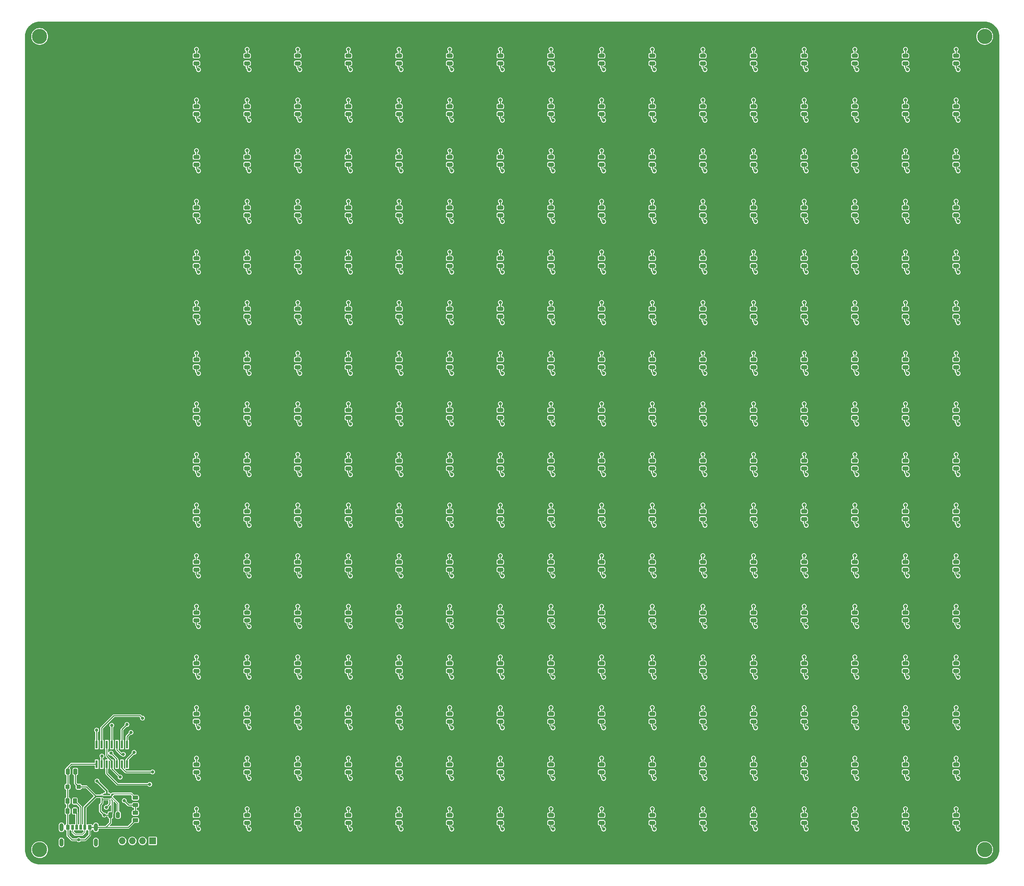
<source format=gbr>
%TF.GenerationSoftware,KiCad,Pcbnew,(7.0.0-0)*%
%TF.CreationDate,2023-09-26T09:25:19-06:00*%
%TF.ProjectId,led-matrix-v2-0,6c65642d-6d61-4747-9269-782d76322d30,4*%
%TF.SameCoordinates,Original*%
%TF.FileFunction,Copper,L4,Bot*%
%TF.FilePolarity,Positive*%
%FSLAX46Y46*%
G04 Gerber Fmt 4.6, Leading zero omitted, Abs format (unit mm)*
G04 Created by KiCad (PCBNEW (7.0.0-0)) date 2023-09-26 09:25:19*
%MOMM*%
%LPD*%
G01*
G04 APERTURE LIST*
G04 Aperture macros list*
%AMRoundRect*
0 Rectangle with rounded corners*
0 $1 Rounding radius*
0 $2 $3 $4 $5 $6 $7 $8 $9 X,Y pos of 4 corners*
0 Add a 4 corners polygon primitive as box body*
4,1,4,$2,$3,$4,$5,$6,$7,$8,$9,$2,$3,0*
0 Add four circle primitives for the rounded corners*
1,1,$1+$1,$2,$3*
1,1,$1+$1,$4,$5*
1,1,$1+$1,$6,$7*
1,1,$1+$1,$8,$9*
0 Add four rect primitives between the rounded corners*
20,1,$1+$1,$2,$3,$4,$5,0*
20,1,$1+$1,$4,$5,$6,$7,0*
20,1,$1+$1,$6,$7,$8,$9,0*
20,1,$1+$1,$8,$9,$2,$3,0*%
G04 Aperture macros list end*
%TA.AperFunction,ComponentPad*%
%ADD10R,1.700000X1.700000*%
%TD*%
%TA.AperFunction,ComponentPad*%
%ADD11O,1.700000X1.700000*%
%TD*%
%TA.AperFunction,ComponentPad*%
%ADD12C,3.800000*%
%TD*%
%TA.AperFunction,SMDPad,CuDef*%
%ADD13RoundRect,0.250000X-0.475000X0.250000X-0.475000X-0.250000X0.475000X-0.250000X0.475000X0.250000X0*%
%TD*%
%TA.AperFunction,SMDPad,CuDef*%
%ADD14R,0.558800X1.981200*%
%TD*%
%TA.AperFunction,SMDPad,CuDef*%
%ADD15RoundRect,0.250000X-0.450000X0.262500X-0.450000X-0.262500X0.450000X-0.262500X0.450000X0.262500X0*%
%TD*%
%TA.AperFunction,SMDPad,CuDef*%
%ADD16RoundRect,0.250000X0.262500X0.450000X-0.262500X0.450000X-0.262500X-0.450000X0.262500X-0.450000X0*%
%TD*%
%TA.AperFunction,SMDPad,CuDef*%
%ADD17RoundRect,0.250000X0.300000X0.300000X-0.300000X0.300000X-0.300000X-0.300000X0.300000X-0.300000X0*%
%TD*%
%TA.AperFunction,SMDPad,CuDef*%
%ADD18RoundRect,0.250000X0.250000X0.475000X-0.250000X0.475000X-0.250000X-0.475000X0.250000X-0.475000X0*%
%TD*%
%TA.AperFunction,SMDPad,CuDef*%
%ADD19R,0.700000X1.150000*%
%TD*%
%TA.AperFunction,SMDPad,CuDef*%
%ADD20R,0.800000X1.150000*%
%TD*%
%TA.AperFunction,SMDPad,CuDef*%
%ADD21R,0.900000X1.150000*%
%TD*%
%TA.AperFunction,ComponentPad*%
%ADD22O,1.000000X2.000000*%
%TD*%
%TA.AperFunction,SMDPad,CuDef*%
%ADD23RoundRect,0.250000X0.450000X-0.262500X0.450000X0.262500X-0.450000X0.262500X-0.450000X-0.262500X0*%
%TD*%
%TA.AperFunction,SMDPad,CuDef*%
%ADD24C,0.230000*%
%TD*%
%TA.AperFunction,ViaPad*%
%ADD25C,0.800000*%
%TD*%
%TA.AperFunction,Conductor*%
%ADD26C,0.250000*%
%TD*%
%TA.AperFunction,Conductor*%
%ADD27C,0.400000*%
%TD*%
%TA.AperFunction,Conductor*%
%ADD28C,0.200000*%
%TD*%
G04 APERTURE END LIST*
D10*
%TO.P,J1,1,Pin_1*%
%TO.N,Net-(J1-Pin_1)*%
X72339999Y-246799999D03*
D11*
%TO.P,J1,2,Pin_2*%
%TO.N,Net-(J1-Pin_2)*%
X69799999Y-246799999D03*
%TO.P,J1,3,Pin_3*%
%TO.N,Net-(J1-Pin_3)*%
X67259999Y-246799999D03*
%TO.P,J1,4,Pin_4*%
%TO.N,Net-(J1-Pin_4)*%
X64719999Y-246799999D03*
%TD*%
D12*
%TO.P,REF\u002A\u002A,1*%
%TO.N,GND*%
X44000000Y-45000000D03*
%TD*%
%TO.P,REF\u002A\u002A,1*%
%TO.N,GND*%
X44000000Y-249000000D03*
%TD*%
%TO.P,REF\u002A\u002A,1*%
%TO.N,GND*%
X281000000Y-45000000D03*
%TD*%
%TO.P,REF\u002A\u002A,1*%
%TO.N,GND*%
X281000000Y-249000000D03*
%TD*%
D13*
%TO.P,C228,1*%
%TO.N,VDD*%
X235712000Y-100650000D03*
%TO.P,C228,2*%
%TO.N,GND*%
X235712000Y-102550000D03*
%TD*%
%TO.P,C36,1*%
%TO.N,VDD*%
X134112000Y-202250000D03*
%TO.P,C36,2*%
%TO.N,GND*%
X134112000Y-204150000D03*
%TD*%
%TO.P,C19,1*%
%TO.N,VDD*%
X108712000Y-214950000D03*
%TO.P,C19,2*%
%TO.N,GND*%
X108712000Y-216850000D03*
%TD*%
%TO.P,C90,1*%
%TO.N,VDD*%
X223012000Y-164150000D03*
%TO.P,C90,2*%
%TO.N,GND*%
X223012000Y-166050000D03*
%TD*%
%TO.P,C208,1*%
%TO.N,VDD*%
X197612000Y-138750000D03*
%TO.P,C208,2*%
%TO.N,GND*%
X197612000Y-140650000D03*
%TD*%
%TO.P,C153,1*%
%TO.N,VDD*%
X121412000Y-49850000D03*
%TO.P,C153,2*%
%TO.N,GND*%
X121412000Y-51750000D03*
%TD*%
%TO.P,C47,1*%
%TO.N,VDD*%
X146812000Y-227650000D03*
%TO.P,C47,2*%
%TO.N,GND*%
X146812000Y-229550000D03*
%TD*%
%TO.P,C200,1*%
%TO.N,VDD*%
X184912000Y-49850000D03*
%TO.P,C200,2*%
%TO.N,GND*%
X184912000Y-51750000D03*
%TD*%
%TO.P,C28,1*%
%TO.N,VDD*%
X121412000Y-189550000D03*
%TO.P,C28,2*%
%TO.N,GND*%
X121412000Y-191450000D03*
%TD*%
%TO.P,C173,1*%
%TO.N,VDD*%
X146812000Y-100650000D03*
%TO.P,C173,2*%
%TO.N,GND*%
X146812000Y-102550000D03*
%TD*%
%TO.P,C220,1*%
%TO.N,VDD*%
X223012000Y-87950000D03*
%TO.P,C220,2*%
%TO.N,GND*%
X223012000Y-89850000D03*
%TD*%
%TO.P,C113,1*%
%TO.N,VDD*%
X261112000Y-240350000D03*
%TO.P,C113,2*%
%TO.N,GND*%
X261112000Y-242250000D03*
%TD*%
%TO.P,C100,1*%
%TO.N,VDD*%
X235712000Y-202250000D03*
%TO.P,C100,2*%
%TO.N,GND*%
X235712000Y-204150000D03*
%TD*%
%TO.P,C162,1*%
%TO.N,VDD*%
X134112000Y-126050000D03*
%TO.P,C162,2*%
%TO.N,GND*%
X134112000Y-127950000D03*
%TD*%
%TO.P,C215,1*%
%TO.N,VDD*%
X210312000Y-62550000D03*
%TO.P,C215,2*%
%TO.N,GND*%
X210312000Y-64450000D03*
%TD*%
%TO.P,C27,1*%
%TO.N,VDD*%
X121412000Y-176850000D03*
%TO.P,C27,2*%
%TO.N,GND*%
X121412000Y-178750000D03*
%TD*%
%TO.P,C53,1*%
%TO.N,VDD*%
X159512000Y-189550000D03*
%TO.P,C53,2*%
%TO.N,GND*%
X159512000Y-191450000D03*
%TD*%
%TO.P,C59,1*%
%TO.N,VDD*%
X172212000Y-176850000D03*
%TO.P,C59,2*%
%TO.N,GND*%
X172212000Y-178750000D03*
%TD*%
%TO.P,C256,1*%
%TO.N,VDD*%
X273812000Y-138750000D03*
%TO.P,C256,2*%
%TO.N,GND*%
X273812000Y-140650000D03*
%TD*%
%TO.P,C125,1*%
%TO.N,VDD*%
X273812000Y-202250000D03*
%TO.P,C125,2*%
%TO.N,GND*%
X273812000Y-204150000D03*
%TD*%
%TO.P,C23,1*%
%TO.N,VDD*%
X108712000Y-164150000D03*
%TO.P,C23,2*%
%TO.N,GND*%
X108712000Y-166050000D03*
%TD*%
%TO.P,C167,1*%
%TO.N,VDD*%
X134112000Y-62550000D03*
%TO.P,C167,2*%
%TO.N,GND*%
X134112000Y-64450000D03*
%TD*%
%TO.P,C108,1*%
%TO.N,VDD*%
X248412000Y-189550000D03*
%TO.P,C108,2*%
%TO.N,GND*%
X248412000Y-191450000D03*
%TD*%
%TO.P,C166,1*%
%TO.N,VDD*%
X134112000Y-75250000D03*
%TO.P,C166,2*%
%TO.N,GND*%
X134112000Y-77150000D03*
%TD*%
%TO.P,C52,1*%
%TO.N,VDD*%
X159512000Y-202250000D03*
%TO.P,C52,2*%
%TO.N,GND*%
X159512000Y-204150000D03*
%TD*%
%TO.P,C140,1*%
%TO.N,VDD*%
X96012000Y-87950000D03*
%TO.P,C140,2*%
%TO.N,GND*%
X96012000Y-89850000D03*
%TD*%
%TO.P,C150,1*%
%TO.N,VDD*%
X108712000Y-75250000D03*
%TO.P,C150,2*%
%TO.N,GND*%
X108712000Y-77150000D03*
%TD*%
%TO.P,C135,1*%
%TO.N,VDD*%
X83312000Y-62550000D03*
%TO.P,C135,2*%
%TO.N,GND*%
X83312000Y-64450000D03*
%TD*%
%TO.P,C211,1*%
%TO.N,VDD*%
X210312000Y-113350000D03*
%TO.P,C211,2*%
%TO.N,GND*%
X210312000Y-115250000D03*
%TD*%
%TO.P,C73,1*%
%TO.N,VDD*%
X197612000Y-151450000D03*
%TO.P,C73,2*%
%TO.N,GND*%
X197612000Y-153350000D03*
%TD*%
%TO.P,C172,1*%
%TO.N,VDD*%
X146812000Y-87950000D03*
%TO.P,C172,2*%
%TO.N,GND*%
X146812000Y-89850000D03*
%TD*%
%TO.P,C196,1*%
%TO.N,VDD*%
X184912000Y-100650000D03*
%TO.P,C196,2*%
%TO.N,GND*%
X184912000Y-102550000D03*
%TD*%
%TO.P,C199,1*%
%TO.N,VDD*%
X184912000Y-62550000D03*
%TO.P,C199,2*%
%TO.N,GND*%
X184912000Y-64450000D03*
%TD*%
%TO.P,C65,1*%
%TO.N,VDD*%
X184912000Y-240350000D03*
%TO.P,C65,2*%
%TO.N,GND*%
X184912000Y-242250000D03*
%TD*%
%TO.P,C4,1*%
%TO.N,VDD*%
X83312000Y-202250000D03*
%TO.P,C4,2*%
%TO.N,GND*%
X83312000Y-204150000D03*
%TD*%
%TO.P,C239,1*%
%TO.N,VDD*%
X248412000Y-126050000D03*
%TO.P,C239,2*%
%TO.N,GND*%
X248412000Y-127950000D03*
%TD*%
%TO.P,C78,1*%
%TO.N,VDD*%
X197612000Y-214950000D03*
%TO.P,C78,2*%
%TO.N,GND*%
X197612000Y-216850000D03*
%TD*%
%TO.P,C242,1*%
%TO.N,VDD*%
X261112000Y-126050000D03*
%TO.P,C242,2*%
%TO.N,GND*%
X261112000Y-127950000D03*
%TD*%
%TO.P,C243,1*%
%TO.N,VDD*%
X261112000Y-113350000D03*
%TO.P,C243,2*%
%TO.N,GND*%
X261112000Y-115250000D03*
%TD*%
%TO.P,C210,1*%
%TO.N,VDD*%
X210312000Y-126050000D03*
%TO.P,C210,2*%
%TO.N,GND*%
X210312000Y-127950000D03*
%TD*%
%TO.P,C88,1*%
%TO.N,VDD*%
X210312000Y-151450000D03*
%TO.P,C88,2*%
%TO.N,GND*%
X210312000Y-153350000D03*
%TD*%
%TO.P,C67,1*%
%TO.N,VDD*%
X184912000Y-214950000D03*
%TO.P,C67,2*%
%TO.N,GND*%
X184912000Y-216850000D03*
%TD*%
%TO.P,C231,1*%
%TO.N,VDD*%
X235712000Y-62550000D03*
%TO.P,C231,2*%
%TO.N,GND*%
X235712000Y-64450000D03*
%TD*%
%TO.P,C112,1*%
%TO.N,VDD*%
X248412000Y-240350000D03*
%TO.P,C112,2*%
%TO.N,GND*%
X248412000Y-242250000D03*
%TD*%
%TO.P,C136,1*%
%TO.N,VDD*%
X83312000Y-49850000D03*
%TO.P,C136,2*%
%TO.N,GND*%
X83312000Y-51750000D03*
%TD*%
%TO.P,C193,1*%
%TO.N,VDD*%
X184912000Y-138750000D03*
%TO.P,C193,2*%
%TO.N,GND*%
X184912000Y-140650000D03*
%TD*%
%TO.P,C17,1*%
%TO.N,VDD*%
X108712000Y-240350000D03*
%TO.P,C17,2*%
%TO.N,GND*%
X108712000Y-242250000D03*
%TD*%
%TO.P,C158,1*%
%TO.N,VDD*%
X121412000Y-113350000D03*
%TO.P,C158,2*%
%TO.N,GND*%
X121412000Y-115250000D03*
%TD*%
%TO.P,C160,1*%
%TO.N,VDD*%
X121412000Y-138750000D03*
%TO.P,C160,2*%
%TO.N,GND*%
X121412000Y-140650000D03*
%TD*%
D14*
%TO.P,U1,1,\u002A1OE*%
%TO.N,GND*%
X65909999Y-227563799D03*
%TO.P,U1,2,1A*%
%TO.N,Net-(J1-Pin_1)*%
X64639999Y-227563799D03*
%TO.P,U1,3,1Y*%
%TO.N,Net-(D1-DIN)*%
X63369999Y-227563799D03*
%TO.P,U1,4,\u002A2OE*%
%TO.N,GND*%
X62099999Y-227563799D03*
%TO.P,U1,5,2A*%
%TO.N,Net-(J1-Pin_2)*%
X60829999Y-227563799D03*
%TO.P,U1,6,2Y*%
%TO.N,Net-(D65-DIN)*%
X59559999Y-227563799D03*
%TO.P,U1,7,GND*%
%TO.N,GND*%
X58289999Y-227563799D03*
%TO.P,U1,8,3Y*%
%TO.N,Net-(D129-DIN)*%
X58289999Y-222636199D03*
%TO.P,U1,9,3A*%
%TO.N,Net-(J1-Pin_3)*%
X59559999Y-222636199D03*
%TO.P,U1,10,\u002A3OE*%
%TO.N,GND*%
X60829999Y-222636199D03*
%TO.P,U1,11,4Y*%
%TO.N,Net-(D193-DIN)*%
X62099999Y-222636199D03*
%TO.P,U1,12,4A*%
%TO.N,Net-(J1-Pin_4)*%
X63369999Y-222636199D03*
%TO.P,U1,13,\u002A4OE*%
%TO.N,GND*%
X64639999Y-222636199D03*
%TO.P,U1,14,VCC*%
%TO.N,VDD*%
X65909999Y-222636199D03*
%TD*%
D13*
%TO.P,C101,1*%
%TO.N,VDD*%
X235712000Y-189550000D03*
%TO.P,C101,2*%
%TO.N,GND*%
X235712000Y-191450000D03*
%TD*%
%TO.P,C185,1*%
%TO.N,VDD*%
X172212000Y-49850000D03*
%TO.P,C185,2*%
%TO.N,GND*%
X172212000Y-51750000D03*
%TD*%
%TO.P,C99,1*%
%TO.N,VDD*%
X235712000Y-214950000D03*
%TO.P,C99,2*%
%TO.N,GND*%
X235712000Y-216850000D03*
%TD*%
%TO.P,C76,1*%
%TO.N,VDD*%
X197612000Y-189550000D03*
%TO.P,C76,2*%
%TO.N,GND*%
X197612000Y-191450000D03*
%TD*%
%TO.P,C70,1*%
%TO.N,VDD*%
X184912000Y-176850000D03*
%TO.P,C70,2*%
%TO.N,GND*%
X184912000Y-178750000D03*
%TD*%
%TO.P,C84,1*%
%TO.N,VDD*%
X210312000Y-202250000D03*
%TO.P,C84,2*%
%TO.N,GND*%
X210312000Y-204150000D03*
%TD*%
%TO.P,C226,1*%
%TO.N,VDD*%
X235712000Y-126050000D03*
%TO.P,C226,2*%
%TO.N,GND*%
X235712000Y-127950000D03*
%TD*%
%TO.P,C72,1*%
%TO.N,VDD*%
X184912000Y-151450000D03*
%TO.P,C72,2*%
%TO.N,GND*%
X184912000Y-153350000D03*
%TD*%
%TO.P,C223,1*%
%TO.N,VDD*%
X223012000Y-126050000D03*
%TO.P,C223,2*%
%TO.N,GND*%
X223012000Y-127950000D03*
%TD*%
%TO.P,C50,1*%
%TO.N,VDD*%
X159512000Y-227650000D03*
%TO.P,C50,2*%
%TO.N,GND*%
X159512000Y-229550000D03*
%TD*%
%TO.P,C39,1*%
%TO.N,VDD*%
X134112000Y-164150000D03*
%TO.P,C39,2*%
%TO.N,GND*%
X134112000Y-166050000D03*
%TD*%
%TO.P,C41,1*%
%TO.N,VDD*%
X146812000Y-151450000D03*
%TO.P,C41,2*%
%TO.N,GND*%
X146812000Y-153350000D03*
%TD*%
%TO.P,C25,1*%
%TO.N,VDD*%
X121412000Y-151450000D03*
%TO.P,C25,2*%
%TO.N,GND*%
X121412000Y-153350000D03*
%TD*%
%TO.P,C33,1*%
%TO.N,VDD*%
X134112000Y-240350000D03*
%TO.P,C33,2*%
%TO.N,GND*%
X134112000Y-242250000D03*
%TD*%
%TO.P,C232,1*%
%TO.N,VDD*%
X235712000Y-49850000D03*
%TO.P,C232,2*%
%TO.N,GND*%
X235712000Y-51750000D03*
%TD*%
%TO.P,C109,1*%
%TO.N,VDD*%
X248412000Y-202250000D03*
%TO.P,C109,2*%
%TO.N,GND*%
X248412000Y-204150000D03*
%TD*%
%TO.P,C44,1*%
%TO.N,VDD*%
X146812000Y-189550000D03*
%TO.P,C44,2*%
%TO.N,GND*%
X146812000Y-191450000D03*
%TD*%
%TO.P,C251,1*%
%TO.N,VDD*%
X273812000Y-75250000D03*
%TO.P,C251,2*%
%TO.N,GND*%
X273812000Y-77150000D03*
%TD*%
%TO.P,C168,1*%
%TO.N,VDD*%
X134112000Y-49850000D03*
%TO.P,C168,2*%
%TO.N,GND*%
X134112000Y-51750000D03*
%TD*%
%TO.P,C130,1*%
%TO.N,VDD*%
X83312000Y-126050000D03*
%TO.P,C130,2*%
%TO.N,GND*%
X83312000Y-127950000D03*
%TD*%
%TO.P,C222,1*%
%TO.N,VDD*%
X223012000Y-113350000D03*
%TO.P,C222,2*%
%TO.N,GND*%
X223012000Y-115250000D03*
%TD*%
%TO.P,C147,1*%
%TO.N,VDD*%
X108712000Y-113350000D03*
%TO.P,C147,2*%
%TO.N,GND*%
X108712000Y-115250000D03*
%TD*%
%TO.P,C237,1*%
%TO.N,VDD*%
X248412000Y-100650000D03*
%TO.P,C237,2*%
%TO.N,GND*%
X248412000Y-102550000D03*
%TD*%
%TO.P,C82,1*%
%TO.N,VDD*%
X210312000Y-227650000D03*
%TO.P,C82,2*%
%TO.N,GND*%
X210312000Y-229550000D03*
%TD*%
%TO.P,C1,1*%
%TO.N,VDD*%
X83312000Y-240350000D03*
%TO.P,C1,2*%
%TO.N,GND*%
X83312000Y-242250000D03*
%TD*%
%TO.P,C213,1*%
%TO.N,VDD*%
X210312000Y-87950000D03*
%TO.P,C213,2*%
%TO.N,GND*%
X210312000Y-89850000D03*
%TD*%
%TO.P,C35,1*%
%TO.N,VDD*%
X134112000Y-214950000D03*
%TO.P,C35,2*%
%TO.N,GND*%
X134112000Y-216850000D03*
%TD*%
%TO.P,C77,1*%
%TO.N,VDD*%
X197612000Y-202250000D03*
%TO.P,C77,2*%
%TO.N,GND*%
X197612000Y-204150000D03*
%TD*%
%TO.P,C138,1*%
%TO.N,VDD*%
X96012000Y-62550000D03*
%TO.P,C138,2*%
%TO.N,GND*%
X96012000Y-64450000D03*
%TD*%
%TO.P,C204,1*%
%TO.N,VDD*%
X197612000Y-87950000D03*
%TO.P,C204,2*%
%TO.N,GND*%
X197612000Y-89850000D03*
%TD*%
%TO.P,C157,1*%
%TO.N,VDD*%
X121412000Y-100650000D03*
%TO.P,C157,2*%
%TO.N,GND*%
X121412000Y-102550000D03*
%TD*%
%TO.P,C155,1*%
%TO.N,VDD*%
X121412000Y-75250000D03*
%TO.P,C155,2*%
%TO.N,GND*%
X121412000Y-77150000D03*
%TD*%
%TO.P,C119,1*%
%TO.N,VDD*%
X261112000Y-164150000D03*
%TO.P,C119,2*%
%TO.N,GND*%
X261112000Y-166050000D03*
%TD*%
%TO.P,C206,1*%
%TO.N,VDD*%
X197612000Y-113350000D03*
%TO.P,C206,2*%
%TO.N,GND*%
X197612000Y-115250000D03*
%TD*%
%TO.P,C61,1*%
%TO.N,VDD*%
X172212000Y-202250000D03*
%TO.P,C61,2*%
%TO.N,GND*%
X172212000Y-204150000D03*
%TD*%
D15*
%TO.P,R4,1*%
%TO.N,Net-(U2-OVP)*%
X68000000Y-239775000D03*
%TO.P,R4,2*%
%TO.N,GND*%
X68000000Y-241600000D03*
%TD*%
D13*
%TO.P,C207,1*%
%TO.N,VDD*%
X197612000Y-126050000D03*
%TO.P,C207,2*%
%TO.N,GND*%
X197612000Y-127950000D03*
%TD*%
%TO.P,C221,1*%
%TO.N,VDD*%
X223012000Y-100650000D03*
%TO.P,C221,2*%
%TO.N,GND*%
X223012000Y-102550000D03*
%TD*%
%TO.P,C230,1*%
%TO.N,VDD*%
X235712000Y-75250000D03*
%TO.P,C230,2*%
%TO.N,GND*%
X235712000Y-77150000D03*
%TD*%
%TO.P,C9,1*%
%TO.N,VDD*%
X96012000Y-151450000D03*
%TO.P,C9,2*%
%TO.N,GND*%
X96012000Y-153350000D03*
%TD*%
%TO.P,C79,1*%
%TO.N,VDD*%
X197612000Y-227650000D03*
%TO.P,C79,2*%
%TO.N,GND*%
X197612000Y-229550000D03*
%TD*%
%TO.P,C252,1*%
%TO.N,VDD*%
X273812000Y-87950000D03*
%TO.P,C252,2*%
%TO.N,GND*%
X273812000Y-89850000D03*
%TD*%
%TO.P,C143,1*%
%TO.N,VDD*%
X96012000Y-126050000D03*
%TO.P,C143,2*%
%TO.N,GND*%
X96012000Y-127950000D03*
%TD*%
%TO.P,C188,1*%
%TO.N,VDD*%
X172212000Y-87950000D03*
%TO.P,C188,2*%
%TO.N,GND*%
X172212000Y-89850000D03*
%TD*%
%TO.P,C121,1*%
%TO.N,VDD*%
X273812000Y-151450000D03*
%TO.P,C121,2*%
%TO.N,GND*%
X273812000Y-153350000D03*
%TD*%
%TO.P,C192,1*%
%TO.N,VDD*%
X172212000Y-138750000D03*
%TO.P,C192,2*%
%TO.N,GND*%
X172212000Y-140650000D03*
%TD*%
D16*
%TO.P,R1,1*%
%TO.N,Net-(J2-CC2)*%
X52825000Y-239300000D03*
%TO.P,R1,2*%
%TO.N,GND*%
X51000000Y-239300000D03*
%TD*%
D13*
%TO.P,C7,1*%
%TO.N,VDD*%
X83312000Y-164150000D03*
%TO.P,C7,2*%
%TO.N,GND*%
X83312000Y-166050000D03*
%TD*%
%TO.P,C16,1*%
%TO.N,VDD*%
X96012000Y-240350000D03*
%TO.P,C16,2*%
%TO.N,GND*%
X96012000Y-242250000D03*
%TD*%
%TO.P,C152,1*%
%TO.N,VDD*%
X108712000Y-49850000D03*
%TO.P,C152,2*%
%TO.N,GND*%
X108712000Y-51750000D03*
%TD*%
%TO.P,C187,1*%
%TO.N,VDD*%
X172212000Y-75250000D03*
%TO.P,C187,2*%
%TO.N,GND*%
X172212000Y-77150000D03*
%TD*%
%TO.P,C212,1*%
%TO.N,VDD*%
X210312000Y-100650000D03*
%TO.P,C212,2*%
%TO.N,GND*%
X210312000Y-102550000D03*
%TD*%
%TO.P,C198,1*%
%TO.N,VDD*%
X184912000Y-75250000D03*
%TO.P,C198,2*%
%TO.N,GND*%
X184912000Y-77150000D03*
%TD*%
%TO.P,C194,1*%
%TO.N,VDD*%
X184912000Y-126050000D03*
%TO.P,C194,2*%
%TO.N,GND*%
X184912000Y-127950000D03*
%TD*%
%TO.P,C144,1*%
%TO.N,VDD*%
X96012000Y-138750000D03*
%TO.P,C144,2*%
%TO.N,GND*%
X96012000Y-140650000D03*
%TD*%
%TO.P,C129,1*%
%TO.N,VDD*%
X83312000Y-138750000D03*
%TO.P,C129,2*%
%TO.N,GND*%
X83312000Y-140650000D03*
%TD*%
%TO.P,C142,1*%
%TO.N,VDD*%
X96012000Y-113350000D03*
%TO.P,C142,2*%
%TO.N,GND*%
X96012000Y-115250000D03*
%TD*%
%TO.P,C191,1*%
%TO.N,VDD*%
X172212000Y-126050000D03*
%TO.P,C191,2*%
%TO.N,GND*%
X172212000Y-127950000D03*
%TD*%
%TO.P,C37,1*%
%TO.N,VDD*%
X134112000Y-189550000D03*
%TO.P,C37,2*%
%TO.N,GND*%
X134112000Y-191450000D03*
%TD*%
%TO.P,C248,1*%
%TO.N,VDD*%
X261112000Y-49850000D03*
%TO.P,C248,2*%
%TO.N,GND*%
X261112000Y-51750000D03*
%TD*%
%TO.P,C240,1*%
%TO.N,VDD*%
X248412000Y-138750000D03*
%TO.P,C240,2*%
%TO.N,GND*%
X248412000Y-140650000D03*
%TD*%
%TO.P,C159,1*%
%TO.N,VDD*%
X121412000Y-126050000D03*
%TO.P,C159,2*%
%TO.N,GND*%
X121412000Y-127950000D03*
%TD*%
%TO.P,C236,1*%
%TO.N,VDD*%
X248412000Y-87950000D03*
%TO.P,C236,2*%
%TO.N,GND*%
X248412000Y-89850000D03*
%TD*%
%TO.P,C137,1*%
%TO.N,VDD*%
X96012000Y-49850000D03*
%TO.P,C137,2*%
%TO.N,GND*%
X96012000Y-51750000D03*
%TD*%
%TO.P,C95,1*%
%TO.N,VDD*%
X223012000Y-227650000D03*
%TO.P,C95,2*%
%TO.N,GND*%
X223012000Y-229550000D03*
%TD*%
%TO.P,C224,1*%
%TO.N,VDD*%
X223012000Y-138750000D03*
%TO.P,C224,2*%
%TO.N,GND*%
X223012000Y-140650000D03*
%TD*%
%TO.P,C55,1*%
%TO.N,VDD*%
X159512000Y-164150000D03*
%TO.P,C55,2*%
%TO.N,GND*%
X159512000Y-166050000D03*
%TD*%
%TO.P,C169,1*%
%TO.N,VDD*%
X146812000Y-49850000D03*
%TO.P,C169,2*%
%TO.N,GND*%
X146812000Y-51750000D03*
%TD*%
%TO.P,C146,1*%
%TO.N,VDD*%
X108712000Y-126050000D03*
%TO.P,C146,2*%
%TO.N,GND*%
X108712000Y-127950000D03*
%TD*%
%TO.P,C132,1*%
%TO.N,VDD*%
X83312000Y-100650000D03*
%TO.P,C132,2*%
%TO.N,GND*%
X83312000Y-102550000D03*
%TD*%
%TO.P,C209,1*%
%TO.N,VDD*%
X210312000Y-138750000D03*
%TO.P,C209,2*%
%TO.N,GND*%
X210312000Y-140650000D03*
%TD*%
%TO.P,C244,1*%
%TO.N,VDD*%
X261112000Y-100650000D03*
%TO.P,C244,2*%
%TO.N,GND*%
X261112000Y-102550000D03*
%TD*%
%TO.P,C31,1*%
%TO.N,VDD*%
X121412000Y-227650000D03*
%TO.P,C31,2*%
%TO.N,GND*%
X121412000Y-229550000D03*
%TD*%
D17*
%TO.P,D257,1,K*%
%TO.N,Net-(D257-K)*%
X53800000Y-233200000D03*
%TO.P,D257,2,A*%
%TO.N,GND*%
X51000000Y-233200000D03*
%TD*%
D13*
%TO.P,C64,1*%
%TO.N,VDD*%
X172212000Y-240350000D03*
%TO.P,C64,2*%
%TO.N,GND*%
X172212000Y-242250000D03*
%TD*%
%TO.P,C18,1*%
%TO.N,VDD*%
X108712000Y-227650000D03*
%TO.P,C18,2*%
%TO.N,GND*%
X108712000Y-229550000D03*
%TD*%
%TO.P,C56,1*%
%TO.N,VDD*%
X159512000Y-151450000D03*
%TO.P,C56,2*%
%TO.N,GND*%
X159512000Y-153350000D03*
%TD*%
%TO.P,C80,1*%
%TO.N,VDD*%
X197612000Y-240350000D03*
%TO.P,C80,2*%
%TO.N,GND*%
X197612000Y-242250000D03*
%TD*%
%TO.P,C134,1*%
%TO.N,VDD*%
X83312000Y-75250000D03*
%TO.P,C134,2*%
%TO.N,GND*%
X83312000Y-77150000D03*
%TD*%
D18*
%TO.P,C257,1*%
%TO.N,Net-(D257-K)*%
X52950000Y-229400000D03*
%TO.P,C257,2*%
%TO.N,GND*%
X51050000Y-229400000D03*
%TD*%
D13*
%TO.P,C111,1*%
%TO.N,VDD*%
X248412000Y-227650000D03*
%TO.P,C111,2*%
%TO.N,GND*%
X248412000Y-229550000D03*
%TD*%
%TO.P,C69,1*%
%TO.N,VDD*%
X184912000Y-189550000D03*
%TO.P,C69,2*%
%TO.N,GND*%
X184912000Y-191450000D03*
%TD*%
D19*
%TO.P,J2,A5,CC1*%
%TO.N,Net-(J2-CC1)*%
X54299999Y-243394999D03*
D20*
%TO.P,J2,A9,VBUS*%
%TO.N,Net-(D257-K)*%
X52279999Y-243394999D03*
D21*
%TO.P,J2,A12,GND*%
%TO.N,GND*%
X51049999Y-243394999D03*
D19*
%TO.P,J2,B5,CC2*%
%TO.N,Net-(J2-CC2)*%
X53299999Y-243394999D03*
D20*
%TO.P,J2,B9,VBUS*%
%TO.N,Net-(D257-K)*%
X55319999Y-243394999D03*
D21*
%TO.P,J2,B12,GND*%
%TO.N,GND*%
X56549999Y-243394999D03*
D22*
%TO.P,J2,S1,SHIELD*%
X58119999Y-243399999D03*
%TO.P,J2,S2*%
%TO.N,N/C*%
X49479999Y-243399999D03*
%TO.P,J2,S3*%
X58119999Y-247199999D03*
%TO.P,J2,S4*%
X49479999Y-247199999D03*
%TD*%
D13*
%TO.P,C93,1*%
%TO.N,VDD*%
X223012000Y-202250000D03*
%TO.P,C93,2*%
%TO.N,GND*%
X223012000Y-204150000D03*
%TD*%
%TO.P,C184,1*%
%TO.N,VDD*%
X159512000Y-49850000D03*
%TO.P,C184,2*%
%TO.N,GND*%
X159512000Y-51750000D03*
%TD*%
%TO.P,C66,1*%
%TO.N,VDD*%
X184912000Y-227650000D03*
%TO.P,C66,2*%
%TO.N,GND*%
X184912000Y-229550000D03*
%TD*%
%TO.P,C87,1*%
%TO.N,VDD*%
X210312000Y-164150000D03*
%TO.P,C87,2*%
%TO.N,GND*%
X210312000Y-166050000D03*
%TD*%
%TO.P,C5,1*%
%TO.N,VDD*%
X83312000Y-189550000D03*
%TO.P,C5,2*%
%TO.N,GND*%
X83312000Y-191450000D03*
%TD*%
%TO.P,C171,1*%
%TO.N,VDD*%
X146812000Y-75250000D03*
%TO.P,C171,2*%
%TO.N,GND*%
X146812000Y-77150000D03*
%TD*%
%TO.P,C20,1*%
%TO.N,VDD*%
X108712000Y-202250000D03*
%TO.P,C20,2*%
%TO.N,GND*%
X108712000Y-204150000D03*
%TD*%
%TO.P,C68,1*%
%TO.N,VDD*%
X184912000Y-202250000D03*
%TO.P,C68,2*%
%TO.N,GND*%
X184912000Y-204150000D03*
%TD*%
%TO.P,C81,1*%
%TO.N,VDD*%
X210312000Y-240350000D03*
%TO.P,C81,2*%
%TO.N,GND*%
X210312000Y-242250000D03*
%TD*%
%TO.P,C156,1*%
%TO.N,VDD*%
X121412000Y-87950000D03*
%TO.P,C156,2*%
%TO.N,GND*%
X121412000Y-89850000D03*
%TD*%
%TO.P,C107,1*%
%TO.N,VDD*%
X248412000Y-176850000D03*
%TO.P,C107,2*%
%TO.N,GND*%
X248412000Y-178750000D03*
%TD*%
%TO.P,C98,1*%
%TO.N,VDD*%
X235712000Y-227650000D03*
%TO.P,C98,2*%
%TO.N,GND*%
X235712000Y-229550000D03*
%TD*%
%TO.P,C216,1*%
%TO.N,VDD*%
X210312000Y-49850000D03*
%TO.P,C216,2*%
%TO.N,GND*%
X210312000Y-51750000D03*
%TD*%
%TO.P,C63,1*%
%TO.N,VDD*%
X172212000Y-227650000D03*
%TO.P,C63,2*%
%TO.N,GND*%
X172212000Y-229550000D03*
%TD*%
%TO.P,C13,1*%
%TO.N,VDD*%
X96012000Y-202250000D03*
%TO.P,C13,2*%
%TO.N,GND*%
X96012000Y-204150000D03*
%TD*%
%TO.P,C180,1*%
%TO.N,VDD*%
X159512000Y-100650000D03*
%TO.P,C180,2*%
%TO.N,GND*%
X159512000Y-102550000D03*
%TD*%
%TO.P,C106,1*%
%TO.N,VDD*%
X248412000Y-164150000D03*
%TO.P,C106,2*%
%TO.N,GND*%
X248412000Y-166050000D03*
%TD*%
%TO.P,C15,1*%
%TO.N,VDD*%
X96012000Y-227650000D03*
%TO.P,C15,2*%
%TO.N,GND*%
X96012000Y-229550000D03*
%TD*%
%TO.P,C38,1*%
%TO.N,VDD*%
X134112000Y-176850000D03*
%TO.P,C38,2*%
%TO.N,GND*%
X134112000Y-178750000D03*
%TD*%
%TO.P,C22,1*%
%TO.N,VDD*%
X108712000Y-176850000D03*
%TO.P,C22,2*%
%TO.N,GND*%
X108712000Y-178750000D03*
%TD*%
%TO.P,C115,1*%
%TO.N,VDD*%
X261112000Y-214950000D03*
%TO.P,C115,2*%
%TO.N,GND*%
X261112000Y-216850000D03*
%TD*%
%TO.P,C148,1*%
%TO.N,VDD*%
X108712000Y-100650000D03*
%TO.P,C148,2*%
%TO.N,GND*%
X108712000Y-102550000D03*
%TD*%
%TO.P,C49,1*%
%TO.N,VDD*%
X159512000Y-240350000D03*
%TO.P,C49,2*%
%TO.N,GND*%
X159512000Y-242250000D03*
%TD*%
%TO.P,C190,1*%
%TO.N,VDD*%
X172212000Y-113350000D03*
%TO.P,C190,2*%
%TO.N,GND*%
X172212000Y-115250000D03*
%TD*%
%TO.P,C58,1*%
%TO.N,VDD*%
X172212000Y-164150000D03*
%TO.P,C58,2*%
%TO.N,GND*%
X172212000Y-166050000D03*
%TD*%
%TO.P,C197,1*%
%TO.N,VDD*%
X184912000Y-87950000D03*
%TO.P,C197,2*%
%TO.N,GND*%
X184912000Y-89850000D03*
%TD*%
%TO.P,C118,1*%
%TO.N,VDD*%
X261112000Y-176850000D03*
%TO.P,C118,2*%
%TO.N,GND*%
X261112000Y-178750000D03*
%TD*%
D18*
%TO.P,C258,1*%
%TO.N,Net-(U2-VLDO)*%
X63650000Y-240300000D03*
%TO.P,C258,2*%
%TO.N,GND*%
X61750000Y-240300000D03*
%TD*%
D13*
%TO.P,C149,1*%
%TO.N,VDD*%
X108712000Y-87950000D03*
%TO.P,C149,2*%
%TO.N,GND*%
X108712000Y-89850000D03*
%TD*%
%TO.P,C57,1*%
%TO.N,VDD*%
X172212000Y-151450000D03*
%TO.P,C57,2*%
%TO.N,GND*%
X172212000Y-153350000D03*
%TD*%
%TO.P,C219,1*%
%TO.N,VDD*%
X223012000Y-75250000D03*
%TO.P,C219,2*%
%TO.N,GND*%
X223012000Y-77150000D03*
%TD*%
%TO.P,C189,1*%
%TO.N,VDD*%
X172212000Y-100650000D03*
%TO.P,C189,2*%
%TO.N,GND*%
X172212000Y-102550000D03*
%TD*%
%TO.P,C127,1*%
%TO.N,VDD*%
X273812000Y-227650000D03*
%TO.P,C127,2*%
%TO.N,GND*%
X273812000Y-229550000D03*
%TD*%
%TO.P,C203,1*%
%TO.N,VDD*%
X197612000Y-75250000D03*
%TO.P,C203,2*%
%TO.N,GND*%
X197612000Y-77150000D03*
%TD*%
%TO.P,C235,1*%
%TO.N,VDD*%
X248412000Y-75250000D03*
%TO.P,C235,2*%
%TO.N,GND*%
X248412000Y-77150000D03*
%TD*%
%TO.P,C30,1*%
%TO.N,VDD*%
X121412000Y-214950000D03*
%TO.P,C30,2*%
%TO.N,GND*%
X121412000Y-216850000D03*
%TD*%
%TO.P,C42,1*%
%TO.N,VDD*%
X146812000Y-164150000D03*
%TO.P,C42,2*%
%TO.N,GND*%
X146812000Y-166050000D03*
%TD*%
%TO.P,C54,1*%
%TO.N,VDD*%
X159512000Y-176850000D03*
%TO.P,C54,2*%
%TO.N,GND*%
X159512000Y-178750000D03*
%TD*%
%TO.P,C181,1*%
%TO.N,VDD*%
X159512000Y-87950000D03*
%TO.P,C181,2*%
%TO.N,GND*%
X159512000Y-89850000D03*
%TD*%
%TO.P,C46,1*%
%TO.N,VDD*%
X146812000Y-214950000D03*
%TO.P,C46,2*%
%TO.N,GND*%
X146812000Y-216850000D03*
%TD*%
%TO.P,C126,1*%
%TO.N,VDD*%
X273812000Y-214950000D03*
%TO.P,C126,2*%
%TO.N,GND*%
X273812000Y-216850000D03*
%TD*%
%TO.P,C2,1*%
%TO.N,VDD*%
X83312000Y-227650000D03*
%TO.P,C2,2*%
%TO.N,GND*%
X83312000Y-229550000D03*
%TD*%
%TO.P,C8,1*%
%TO.N,VDD*%
X83312000Y-151450000D03*
%TO.P,C8,2*%
%TO.N,GND*%
X83312000Y-153350000D03*
%TD*%
%TO.P,C154,1*%
%TO.N,VDD*%
X121412000Y-62550000D03*
%TO.P,C154,2*%
%TO.N,GND*%
X121412000Y-64450000D03*
%TD*%
%TO.P,C225,1*%
%TO.N,VDD*%
X235712000Y-138750000D03*
%TO.P,C225,2*%
%TO.N,GND*%
X235712000Y-140650000D03*
%TD*%
%TO.P,C250,1*%
%TO.N,VDD*%
X273812000Y-62550000D03*
%TO.P,C250,2*%
%TO.N,GND*%
X273812000Y-64450000D03*
%TD*%
%TO.P,C164,1*%
%TO.N,VDD*%
X134112000Y-100650000D03*
%TO.P,C164,2*%
%TO.N,GND*%
X134112000Y-102550000D03*
%TD*%
%TO.P,C247,1*%
%TO.N,VDD*%
X261112000Y-62550000D03*
%TO.P,C247,2*%
%TO.N,GND*%
X261112000Y-64450000D03*
%TD*%
%TO.P,C89,1*%
%TO.N,VDD*%
X223012000Y-151450000D03*
%TO.P,C89,2*%
%TO.N,GND*%
X223012000Y-153350000D03*
%TD*%
%TO.P,C92,1*%
%TO.N,VDD*%
X223012000Y-189550000D03*
%TO.P,C92,2*%
%TO.N,GND*%
X223012000Y-191450000D03*
%TD*%
%TO.P,C94,1*%
%TO.N,VDD*%
X223012000Y-214950000D03*
%TO.P,C94,2*%
%TO.N,GND*%
X223012000Y-216850000D03*
%TD*%
%TO.P,C217,1*%
%TO.N,VDD*%
X223012000Y-49850000D03*
%TO.P,C217,2*%
%TO.N,GND*%
X223012000Y-51750000D03*
%TD*%
%TO.P,C12,1*%
%TO.N,VDD*%
X96012000Y-189550000D03*
%TO.P,C12,2*%
%TO.N,GND*%
X96012000Y-191450000D03*
%TD*%
%TO.P,C43,1*%
%TO.N,VDD*%
X146812000Y-176850000D03*
%TO.P,C43,2*%
%TO.N,GND*%
X146812000Y-178750000D03*
%TD*%
%TO.P,C34,1*%
%TO.N,VDD*%
X134112000Y-227650000D03*
%TO.P,C34,2*%
%TO.N,GND*%
X134112000Y-229550000D03*
%TD*%
%TO.P,C234,1*%
%TO.N,VDD*%
X248412000Y-62550000D03*
%TO.P,C234,2*%
%TO.N,GND*%
X248412000Y-64450000D03*
%TD*%
%TO.P,C227,1*%
%TO.N,VDD*%
X235712000Y-113350000D03*
%TO.P,C227,2*%
%TO.N,GND*%
X235712000Y-115250000D03*
%TD*%
%TO.P,C201,1*%
%TO.N,VDD*%
X197612000Y-49850000D03*
%TO.P,C201,2*%
%TO.N,GND*%
X197612000Y-51750000D03*
%TD*%
%TO.P,C122,1*%
%TO.N,VDD*%
X273812000Y-164150000D03*
%TO.P,C122,2*%
%TO.N,GND*%
X273812000Y-166050000D03*
%TD*%
%TO.P,C86,1*%
%TO.N,VDD*%
X210312000Y-176850000D03*
%TO.P,C86,2*%
%TO.N,GND*%
X210312000Y-178750000D03*
%TD*%
%TO.P,C179,1*%
%TO.N,VDD*%
X159512000Y-113350000D03*
%TO.P,C179,2*%
%TO.N,GND*%
X159512000Y-115250000D03*
%TD*%
%TO.P,C195,1*%
%TO.N,VDD*%
X184912000Y-113350000D03*
%TO.P,C195,2*%
%TO.N,GND*%
X184912000Y-115250000D03*
%TD*%
%TO.P,C139,1*%
%TO.N,VDD*%
X96012000Y-75250000D03*
%TO.P,C139,2*%
%TO.N,GND*%
X96012000Y-77150000D03*
%TD*%
%TO.P,C29,1*%
%TO.N,VDD*%
X121412000Y-202250000D03*
%TO.P,C29,2*%
%TO.N,GND*%
X121412000Y-204150000D03*
%TD*%
%TO.P,C253,1*%
%TO.N,VDD*%
X273812000Y-100650000D03*
%TO.P,C253,2*%
%TO.N,GND*%
X273812000Y-102550000D03*
%TD*%
%TO.P,C104,1*%
%TO.N,VDD*%
X235712000Y-151450000D03*
%TO.P,C104,2*%
%TO.N,GND*%
X235712000Y-153350000D03*
%TD*%
%TO.P,C85,1*%
%TO.N,VDD*%
X210312000Y-189550000D03*
%TO.P,C85,2*%
%TO.N,GND*%
X210312000Y-191450000D03*
%TD*%
%TO.P,C48,1*%
%TO.N,VDD*%
X146812000Y-240350000D03*
%TO.P,C48,2*%
%TO.N,GND*%
X146812000Y-242250000D03*
%TD*%
D23*
%TO.P,R3,1*%
%TO.N,Net-(U2-OVP)*%
X68000000Y-237800000D03*
%TO.P,R3,2*%
%TO.N,Net-(D257-K)*%
X68000000Y-235975000D03*
%TD*%
D16*
%TO.P,R2,1*%
%TO.N,Net-(J2-CC1)*%
X52825000Y-236800000D03*
%TO.P,R2,2*%
%TO.N,GND*%
X51000000Y-236800000D03*
%TD*%
D13*
%TO.P,C178,1*%
%TO.N,VDD*%
X159512000Y-126050000D03*
%TO.P,C178,2*%
%TO.N,GND*%
X159512000Y-127950000D03*
%TD*%
%TO.P,C21,1*%
%TO.N,VDD*%
X108712000Y-189550000D03*
%TO.P,C21,2*%
%TO.N,GND*%
X108712000Y-191450000D03*
%TD*%
%TO.P,C255,1*%
%TO.N,VDD*%
X273812000Y-126050000D03*
%TO.P,C255,2*%
%TO.N,GND*%
X273812000Y-127950000D03*
%TD*%
%TO.P,C249,1*%
%TO.N,VDD*%
X273812000Y-49850000D03*
%TO.P,C249,2*%
%TO.N,GND*%
X273812000Y-51750000D03*
%TD*%
%TO.P,C202,1*%
%TO.N,VDD*%
X197612000Y-62550000D03*
%TO.P,C202,2*%
%TO.N,GND*%
X197612000Y-64450000D03*
%TD*%
%TO.P,C218,1*%
%TO.N,VDD*%
X223012000Y-62550000D03*
%TO.P,C218,2*%
%TO.N,GND*%
X223012000Y-64450000D03*
%TD*%
%TO.P,C105,1*%
%TO.N,VDD*%
X248412000Y-151450000D03*
%TO.P,C105,2*%
%TO.N,GND*%
X248412000Y-153350000D03*
%TD*%
%TO.P,C10,1*%
%TO.N,VDD*%
X96012000Y-164150000D03*
%TO.P,C10,2*%
%TO.N,GND*%
X96012000Y-166050000D03*
%TD*%
%TO.P,C102,1*%
%TO.N,VDD*%
X235712000Y-176850000D03*
%TO.P,C102,2*%
%TO.N,GND*%
X235712000Y-178750000D03*
%TD*%
%TO.P,C103,1*%
%TO.N,VDD*%
X235712000Y-164150000D03*
%TO.P,C103,2*%
%TO.N,GND*%
X235712000Y-166050000D03*
%TD*%
%TO.P,C110,1*%
%TO.N,VDD*%
X248412000Y-214950000D03*
%TO.P,C110,2*%
%TO.N,GND*%
X248412000Y-216850000D03*
%TD*%
%TO.P,C71,1*%
%TO.N,VDD*%
X184912000Y-164150000D03*
%TO.P,C71,2*%
%TO.N,GND*%
X184912000Y-166050000D03*
%TD*%
%TO.P,C11,1*%
%TO.N,VDD*%
X96012000Y-176850000D03*
%TO.P,C11,2*%
%TO.N,GND*%
X96012000Y-178750000D03*
%TD*%
%TO.P,C97,1*%
%TO.N,VDD*%
X235712000Y-240350000D03*
%TO.P,C97,2*%
%TO.N,GND*%
X235712000Y-242250000D03*
%TD*%
%TO.P,C74,1*%
%TO.N,VDD*%
X197612000Y-164150000D03*
%TO.P,C74,2*%
%TO.N,GND*%
X197612000Y-166050000D03*
%TD*%
%TO.P,C233,1*%
%TO.N,VDD*%
X248412000Y-49850000D03*
%TO.P,C233,2*%
%TO.N,GND*%
X248412000Y-51750000D03*
%TD*%
%TO.P,C114,1*%
%TO.N,VDD*%
X261112000Y-227650000D03*
%TO.P,C114,2*%
%TO.N,GND*%
X261112000Y-229550000D03*
%TD*%
%TO.P,C124,1*%
%TO.N,VDD*%
X273812000Y-189550000D03*
%TO.P,C124,2*%
%TO.N,GND*%
X273812000Y-191450000D03*
%TD*%
%TO.P,C254,1*%
%TO.N,VDD*%
X273812000Y-113350000D03*
%TO.P,C254,2*%
%TO.N,GND*%
X273812000Y-115250000D03*
%TD*%
%TO.P,C117,1*%
%TO.N,VDD*%
X261112000Y-189550000D03*
%TO.P,C117,2*%
%TO.N,GND*%
X261112000Y-191450000D03*
%TD*%
%TO.P,C177,1*%
%TO.N,VDD*%
X159512000Y-138750000D03*
%TO.P,C177,2*%
%TO.N,GND*%
X159512000Y-140650000D03*
%TD*%
%TO.P,C51,1*%
%TO.N,VDD*%
X159512000Y-214950000D03*
%TO.P,C51,2*%
%TO.N,GND*%
X159512000Y-216850000D03*
%TD*%
%TO.P,C123,1*%
%TO.N,VDD*%
X273812000Y-176850000D03*
%TO.P,C123,2*%
%TO.N,GND*%
X273812000Y-178750000D03*
%TD*%
%TO.P,C83,1*%
%TO.N,VDD*%
X210312000Y-214950000D03*
%TO.P,C83,2*%
%TO.N,GND*%
X210312000Y-216850000D03*
%TD*%
%TO.P,C141,1*%
%TO.N,VDD*%
X96012000Y-100650000D03*
%TO.P,C141,2*%
%TO.N,GND*%
X96012000Y-102550000D03*
%TD*%
%TO.P,C40,1*%
%TO.N,VDD*%
X134112000Y-151450000D03*
%TO.P,C40,2*%
%TO.N,GND*%
X134112000Y-153350000D03*
%TD*%
%TO.P,C62,1*%
%TO.N,VDD*%
X172212000Y-214950000D03*
%TO.P,C62,2*%
%TO.N,GND*%
X172212000Y-216850000D03*
%TD*%
%TO.P,C163,1*%
%TO.N,VDD*%
X134112000Y-113350000D03*
%TO.P,C163,2*%
%TO.N,GND*%
X134112000Y-115250000D03*
%TD*%
%TO.P,C26,1*%
%TO.N,VDD*%
X121412000Y-164150000D03*
%TO.P,C26,2*%
%TO.N,GND*%
X121412000Y-166050000D03*
%TD*%
%TO.P,C245,1*%
%TO.N,VDD*%
X261112000Y-87950000D03*
%TO.P,C245,2*%
%TO.N,GND*%
X261112000Y-89850000D03*
%TD*%
%TO.P,C14,1*%
%TO.N,VDD*%
X96012000Y-214950000D03*
%TO.P,C14,2*%
%TO.N,GND*%
X96012000Y-216850000D03*
%TD*%
%TO.P,C120,1*%
%TO.N,VDD*%
X261112000Y-151450000D03*
%TO.P,C120,2*%
%TO.N,GND*%
X261112000Y-153350000D03*
%TD*%
%TO.P,C3,1*%
%TO.N,VDD*%
X83312000Y-214950000D03*
%TO.P,C3,2*%
%TO.N,GND*%
X83312000Y-216850000D03*
%TD*%
%TO.P,C60,1*%
%TO.N,VDD*%
X172212000Y-189550000D03*
%TO.P,C60,2*%
%TO.N,GND*%
X172212000Y-191450000D03*
%TD*%
%TO.P,C170,1*%
%TO.N,VDD*%
X146812000Y-62550000D03*
%TO.P,C170,2*%
%TO.N,GND*%
X146812000Y-64450000D03*
%TD*%
%TO.P,C32,1*%
%TO.N,VDD*%
X121412000Y-240350000D03*
%TO.P,C32,2*%
%TO.N,GND*%
X121412000Y-242250000D03*
%TD*%
%TO.P,C186,1*%
%TO.N,VDD*%
X172212000Y-62550000D03*
%TO.P,C186,2*%
%TO.N,GND*%
X172212000Y-64450000D03*
%TD*%
%TO.P,C182,1*%
%TO.N,VDD*%
X159512000Y-75250000D03*
%TO.P,C182,2*%
%TO.N,GND*%
X159512000Y-77150000D03*
%TD*%
%TO.P,C75,1*%
%TO.N,VDD*%
X197612000Y-176850000D03*
%TO.P,C75,2*%
%TO.N,GND*%
X197612000Y-178750000D03*
%TD*%
%TO.P,C96,1*%
%TO.N,VDD*%
X223012000Y-240350000D03*
%TO.P,C96,2*%
%TO.N,GND*%
X223012000Y-242250000D03*
%TD*%
%TO.P,C175,1*%
%TO.N,VDD*%
X146812000Y-126050000D03*
%TO.P,C175,2*%
%TO.N,GND*%
X146812000Y-127950000D03*
%TD*%
%TO.P,C246,1*%
%TO.N,VDD*%
X261112000Y-75250000D03*
%TO.P,C246,2*%
%TO.N,GND*%
X261112000Y-77150000D03*
%TD*%
%TO.P,C214,1*%
%TO.N,VDD*%
X210312000Y-75250000D03*
%TO.P,C214,2*%
%TO.N,GND*%
X210312000Y-77150000D03*
%TD*%
D24*
%TO.P,U2,A1,~{FLT}*%
%TO.N,unconnected-(U2-~{FLT}-PadA1)*%
X59600000Y-235200000D03*
%TO.P,U2,A2,VBUS*%
%TO.N,Net-(D257-K)*%
X59600000Y-235600000D03*
%TO.P,U2,A3,GND*%
%TO.N,GND*%
X59600000Y-236000000D03*
%TO.P,U2,A4,GND*%
X59600000Y-236400000D03*
%TO.P,U2,B1,PPHV*%
%TO.N,VDD*%
X60000000Y-235200000D03*
%TO.P,U2,B2,VBUS*%
%TO.N,Net-(D257-K)*%
X60000000Y-235600000D03*
%TO.P,U2,B3,VBUS*%
X60000000Y-236000000D03*
%TO.P,U2,B4,GND*%
%TO.N,GND*%
X60000000Y-236400000D03*
%TO.P,U2,C1,PPHV*%
%TO.N,VDD*%
X60400000Y-235200000D03*
%TO.P,U2,C2,VBUS*%
%TO.N,Net-(D257-K)*%
X60400000Y-235600000D03*
%TO.P,U2,C3,VBUS*%
X60400000Y-236000000D03*
%TO.P,U2,C4,GND*%
%TO.N,GND*%
X60400000Y-236400000D03*
%TO.P,U2,D1,PPHV*%
%TO.N,VDD*%
X60800000Y-235200000D03*
%TO.P,U2,D2,VBUS*%
%TO.N,Net-(D257-K)*%
X60800000Y-235600000D03*
%TO.P,U2,D3,VBUS*%
X60800000Y-236000000D03*
%TO.P,U2,D4,GND*%
%TO.N,GND*%
X60800000Y-236400000D03*
%TO.P,U2,E1,PPHV*%
%TO.N,VDD*%
X61200000Y-235200000D03*
%TO.P,U2,E2,VBUS*%
%TO.N,Net-(D257-K)*%
X61200000Y-235600000D03*
%TO.P,U2,E3,VBUS*%
X61200000Y-236000000D03*
%TO.P,U2,E4,GND*%
%TO.N,GND*%
X61200000Y-236400000D03*
%TO.P,U2,F1,PPHV*%
%TO.N,VDD*%
X61600000Y-235200000D03*
%TO.P,U2,F2,VBUS*%
%TO.N,Net-(D257-K)*%
X61600000Y-235600000D03*
%TO.P,U2,F3,VBUS*%
X61600000Y-236000000D03*
%TO.P,U2,F4,OVP*%
%TO.N,Net-(U2-OVP)*%
X61600000Y-236400000D03*
%TO.P,U2,G1,EN0*%
%TO.N,Net-(D257-K)*%
X62000000Y-235200000D03*
%TO.P,U2,G2,VBUS*%
X62000000Y-235600000D03*
%TO.P,U2,G3,VLDO*%
%TO.N,Net-(U2-VLDO)*%
X62000000Y-236000000D03*
%TO.P,U2,G4,VIN*%
%TO.N,GND*%
X62000000Y-236400000D03*
%TD*%
D13*
%TO.P,C6,1*%
%TO.N,VDD*%
X83312000Y-176850000D03*
%TO.P,C6,2*%
%TO.N,GND*%
X83312000Y-178750000D03*
%TD*%
%TO.P,C183,1*%
%TO.N,VDD*%
X159512000Y-62550000D03*
%TO.P,C183,2*%
%TO.N,GND*%
X159512000Y-64450000D03*
%TD*%
%TO.P,C176,1*%
%TO.N,VDD*%
X146812000Y-138750000D03*
%TO.P,C176,2*%
%TO.N,GND*%
X146812000Y-140650000D03*
%TD*%
%TO.P,C131,1*%
%TO.N,VDD*%
X83312000Y-113350000D03*
%TO.P,C131,2*%
%TO.N,GND*%
X83312000Y-115250000D03*
%TD*%
%TO.P,C238,1*%
%TO.N,VDD*%
X248412000Y-113350000D03*
%TO.P,C238,2*%
%TO.N,GND*%
X248412000Y-115250000D03*
%TD*%
%TO.P,C229,1*%
%TO.N,VDD*%
X235712000Y-87950000D03*
%TO.P,C229,2*%
%TO.N,GND*%
X235712000Y-89850000D03*
%TD*%
%TO.P,C205,1*%
%TO.N,VDD*%
X197612000Y-100650000D03*
%TO.P,C205,2*%
%TO.N,GND*%
X197612000Y-102550000D03*
%TD*%
%TO.P,C45,1*%
%TO.N,VDD*%
X146812000Y-202250000D03*
%TO.P,C45,2*%
%TO.N,GND*%
X146812000Y-204150000D03*
%TD*%
%TO.P,C165,1*%
%TO.N,VDD*%
X134112000Y-87950000D03*
%TO.P,C165,2*%
%TO.N,GND*%
X134112000Y-89850000D03*
%TD*%
%TO.P,C133,1*%
%TO.N,VDD*%
X83312000Y-87950000D03*
%TO.P,C133,2*%
%TO.N,GND*%
X83312000Y-89850000D03*
%TD*%
%TO.P,C24,1*%
%TO.N,VDD*%
X108712000Y-151450000D03*
%TO.P,C24,2*%
%TO.N,GND*%
X108712000Y-153350000D03*
%TD*%
%TO.P,C174,1*%
%TO.N,VDD*%
X146812000Y-113350000D03*
%TO.P,C174,2*%
%TO.N,GND*%
X146812000Y-115250000D03*
%TD*%
%TO.P,C128,1*%
%TO.N,VDD*%
X273812000Y-240350000D03*
%TO.P,C128,2*%
%TO.N,GND*%
X273812000Y-242250000D03*
%TD*%
%TO.P,C91,1*%
%TO.N,VDD*%
X223012000Y-176850000D03*
%TO.P,C91,2*%
%TO.N,GND*%
X223012000Y-178750000D03*
%TD*%
%TO.P,C241,1*%
%TO.N,VDD*%
X261112000Y-138750000D03*
%TO.P,C241,2*%
%TO.N,GND*%
X261112000Y-140650000D03*
%TD*%
%TO.P,C161,1*%
%TO.N,VDD*%
X134112000Y-138750000D03*
%TO.P,C161,2*%
%TO.N,GND*%
X134112000Y-140650000D03*
%TD*%
%TO.P,C151,1*%
%TO.N,VDD*%
X108712000Y-62550000D03*
%TO.P,C151,2*%
%TO.N,GND*%
X108712000Y-64450000D03*
%TD*%
%TO.P,C145,1*%
%TO.N,VDD*%
X108712000Y-138750000D03*
%TO.P,C145,2*%
%TO.N,GND*%
X108712000Y-140650000D03*
%TD*%
%TO.P,C116,1*%
%TO.N,VDD*%
X261112000Y-202250000D03*
%TO.P,C116,2*%
%TO.N,GND*%
X261112000Y-204150000D03*
%TD*%
D25*
%TO.N,VDD*%
X172212000Y-149860000D03*
X210312000Y-175260000D03*
X248412000Y-149860000D03*
X83312000Y-226060000D03*
X210312000Y-238760000D03*
X96012000Y-226060000D03*
X96012000Y-73660000D03*
X235712000Y-187960000D03*
X223012000Y-137160000D03*
X172212000Y-48260000D03*
X146812000Y-60960000D03*
X197612000Y-226060000D03*
X159512000Y-213360000D03*
X223012000Y-175260000D03*
X83312000Y-86360000D03*
X210312000Y-73660000D03*
X197612000Y-162560000D03*
X108712000Y-175260000D03*
X223012000Y-73660000D03*
X184912000Y-86360000D03*
X172212000Y-86360000D03*
X223012000Y-162560000D03*
X58400000Y-231800000D03*
X184912000Y-238760000D03*
X172212000Y-175260000D03*
X172212000Y-73660000D03*
X172212000Y-124460000D03*
X248412000Y-60960000D03*
X210312000Y-149860000D03*
X108712000Y-200660000D03*
X96012000Y-187960000D03*
X197612000Y-124460000D03*
X184912000Y-213360000D03*
X172212000Y-200660000D03*
X235712000Y-238760000D03*
X261112000Y-124460000D03*
X83312000Y-149860000D03*
X121412000Y-60960000D03*
X134112000Y-124460000D03*
X197612000Y-48260000D03*
X134112000Y-73660000D03*
X146812000Y-137160000D03*
X235712000Y-162560000D03*
X146812000Y-226060000D03*
X108712000Y-73660000D03*
X66900000Y-219600000D03*
X159512000Y-111760000D03*
X223012000Y-200660000D03*
X108712000Y-60960000D03*
X184912000Y-111760000D03*
X108712000Y-226060000D03*
X248412000Y-200660000D03*
X223012000Y-99060000D03*
X134112000Y-187960000D03*
X273812000Y-99060000D03*
X273812000Y-238760000D03*
X121412000Y-48260000D03*
X134112000Y-226060000D03*
X261112000Y-200660000D03*
X210312000Y-48260000D03*
X223012000Y-187960000D03*
X184912000Y-73660000D03*
X184912000Y-137160000D03*
X184912000Y-48260000D03*
X235712000Y-175260000D03*
X184912000Y-149860000D03*
X235712000Y-99060000D03*
X159512000Y-149860000D03*
X273812000Y-48260000D03*
X210312000Y-86360000D03*
X159512000Y-124460000D03*
X108712000Y-162560000D03*
X184912000Y-99060000D03*
X146812000Y-124460000D03*
X159512000Y-86360000D03*
X235712000Y-111760000D03*
X261112000Y-99060000D03*
X197612000Y-99060000D03*
X121412000Y-111760000D03*
X223012000Y-60960000D03*
X83312000Y-187960000D03*
X261112000Y-175260000D03*
X248412000Y-162560000D03*
X108712000Y-86360000D03*
X197612000Y-137160000D03*
X235712000Y-124460000D03*
X134112000Y-111760000D03*
X121412000Y-137160000D03*
X146812000Y-200660000D03*
X273812000Y-73660000D03*
X121412000Y-162560000D03*
X273812000Y-60960000D03*
X248412000Y-48260000D03*
X108712000Y-99060000D03*
X83312000Y-175260000D03*
X210312000Y-99060000D03*
X273812000Y-226060000D03*
X96012000Y-213360000D03*
X108712000Y-187960000D03*
X96012000Y-99060000D03*
X83312000Y-137160000D03*
X261112000Y-213360000D03*
X210312000Y-200660000D03*
X210312000Y-213360000D03*
X121412000Y-200660000D03*
X146812000Y-213360000D03*
X197612000Y-60960000D03*
X210312000Y-111760000D03*
X134112000Y-60960000D03*
X159512000Y-73660000D03*
X184912000Y-200660000D03*
X248412000Y-124460000D03*
X108712000Y-213360000D03*
X159512000Y-60960000D03*
X83312000Y-162560000D03*
X261112000Y-111760000D03*
X197612000Y-86360000D03*
X223012000Y-111760000D03*
X184912000Y-226060000D03*
X159512000Y-48260000D03*
X235712000Y-73660000D03*
X121412000Y-187960000D03*
X146812000Y-187960000D03*
X83312000Y-213360000D03*
X197612000Y-187960000D03*
X248412000Y-226060000D03*
X134112000Y-162560000D03*
X108712000Y-137160000D03*
X261112000Y-238760000D03*
X96012000Y-175260000D03*
X273812000Y-175260000D03*
X261112000Y-226060000D03*
X197612000Y-213360000D03*
X134112000Y-200660000D03*
X146812000Y-99060000D03*
X96012000Y-137160000D03*
X172212000Y-162560000D03*
X261112000Y-73660000D03*
X108712000Y-48260000D03*
X83312000Y-99060000D03*
X223012000Y-48260000D03*
X121412000Y-175260000D03*
X96012000Y-149860000D03*
X96012000Y-124460000D03*
X210312000Y-137160000D03*
X223012000Y-86360000D03*
X273812000Y-187960000D03*
X146812000Y-149860000D03*
X235712000Y-149860000D03*
X159512000Y-137160000D03*
X159512000Y-162560000D03*
X83312000Y-124460000D03*
X134112000Y-149860000D03*
X121412000Y-213360000D03*
X248412000Y-73660000D03*
X273812000Y-200660000D03*
X83312000Y-200660000D03*
X134112000Y-213360000D03*
X121412000Y-99060000D03*
X261112000Y-162560000D03*
X108712000Y-124460000D03*
X159512000Y-238760000D03*
X197612000Y-200660000D03*
X235712000Y-86360000D03*
X223012000Y-238760000D03*
X210312000Y-226060000D03*
X235712000Y-48260000D03*
X248412000Y-175260000D03*
X197612000Y-73660000D03*
X273812000Y-111760000D03*
X210312000Y-124460000D03*
X96012000Y-48260000D03*
X134112000Y-238760000D03*
X121412000Y-238760000D03*
X96012000Y-86360000D03*
X83312000Y-60960000D03*
X248412000Y-111760000D03*
X184912000Y-124460000D03*
X108712000Y-149860000D03*
X197612000Y-175260000D03*
X96012000Y-60960000D03*
X223012000Y-124460000D03*
X96012000Y-111760000D03*
X261112000Y-60960000D03*
X159512000Y-99060000D03*
X273812000Y-149860000D03*
X121412000Y-149860000D03*
X273812000Y-213360000D03*
X146812000Y-73660000D03*
X235712000Y-200660000D03*
X223012000Y-149860000D03*
X197612000Y-149860000D03*
X235712000Y-213360000D03*
X121412000Y-226060000D03*
X223012000Y-226060000D03*
X159512000Y-226060000D03*
X261112000Y-86360000D03*
X248412000Y-187960000D03*
X210312000Y-162560000D03*
X83312000Y-238760000D03*
X96012000Y-238760000D03*
X83312000Y-48260000D03*
X261112000Y-149860000D03*
X273812000Y-86360000D03*
X172212000Y-226060000D03*
X210312000Y-60960000D03*
X172212000Y-60960000D03*
X273812000Y-137160000D03*
X235712000Y-137160000D03*
X146812000Y-162560000D03*
X184912000Y-175260000D03*
X273812000Y-124460000D03*
X261112000Y-137160000D03*
X108712000Y-238760000D03*
X184912000Y-60960000D03*
X146812000Y-111760000D03*
X184912000Y-187960000D03*
X210312000Y-187960000D03*
X197612000Y-238760000D03*
X172212000Y-137160000D03*
X248412000Y-99060000D03*
X172212000Y-238760000D03*
X172212000Y-111760000D03*
X184912000Y-162560000D03*
X121412000Y-86360000D03*
X172212000Y-99060000D03*
X248412000Y-238760000D03*
X273812000Y-162560000D03*
X159512000Y-200660000D03*
X261112000Y-187960000D03*
X134112000Y-137160000D03*
X108712000Y-111760000D03*
X172212000Y-213360000D03*
X248412000Y-213360000D03*
X159512000Y-187960000D03*
X121412000Y-124460000D03*
X134112000Y-86360000D03*
X134112000Y-99060000D03*
X172212000Y-187960000D03*
X146812000Y-175260000D03*
X96012000Y-200660000D03*
X83312000Y-73660000D03*
X146812000Y-86360000D03*
X134112000Y-175260000D03*
X248412000Y-86360000D03*
X96012000Y-162560000D03*
X134112000Y-48260000D03*
X146812000Y-48260000D03*
X121412000Y-73660000D03*
X159512000Y-175260000D03*
X83312000Y-111760000D03*
X235712000Y-226060000D03*
X235712000Y-60960000D03*
X261112000Y-48260000D03*
X197612000Y-111760000D03*
X146812000Y-238760000D03*
X223012000Y-213360000D03*
X248412000Y-137160000D03*
%TO.N,GND*%
X147320000Y-116840000D03*
X134620000Y-193040000D03*
X223520000Y-180340000D03*
X134620000Y-205740000D03*
X236220000Y-218440000D03*
X121920000Y-129540000D03*
X210820000Y-193040000D03*
X83820000Y-104140000D03*
X147320000Y-129540000D03*
X109220000Y-205740000D03*
X210820000Y-218440000D03*
X147320000Y-193040000D03*
X160020000Y-66040000D03*
X147320000Y-142240000D03*
X198120000Y-129540000D03*
X109220000Y-218440000D03*
X261620000Y-116840000D03*
X96520000Y-154940000D03*
X160020000Y-243840000D03*
X236220000Y-154940000D03*
X147320000Y-218440000D03*
X172720000Y-116840000D03*
X274320000Y-91440000D03*
X134620000Y-243840000D03*
X96520000Y-53340000D03*
X261620000Y-129540000D03*
X172720000Y-205740000D03*
X172720000Y-231140000D03*
X261620000Y-205740000D03*
X261620000Y-193040000D03*
X198120000Y-91440000D03*
X185420000Y-218440000D03*
X83820000Y-142240000D03*
X121920000Y-167640000D03*
X121920000Y-53340000D03*
X185420000Y-231140000D03*
X248920000Y-193040000D03*
X210820000Y-154940000D03*
X248920000Y-116840000D03*
X210820000Y-104140000D03*
X223520000Y-205740000D03*
X248920000Y-154940000D03*
X223520000Y-167640000D03*
X83820000Y-91440000D03*
X134620000Y-53340000D03*
X160020000Y-53340000D03*
X172720000Y-154940000D03*
X109220000Y-231140000D03*
X64200000Y-230800000D03*
X210820000Y-66040000D03*
X236220000Y-66040000D03*
X210820000Y-91440000D03*
X236220000Y-104140000D03*
X198120000Y-205740000D03*
X274320000Y-154940000D03*
X134620000Y-218440000D03*
X96520000Y-142240000D03*
X83820000Y-180340000D03*
X274320000Y-53340000D03*
X96520000Y-193040000D03*
X248920000Y-180340000D03*
X83820000Y-129540000D03*
X160020000Y-231140000D03*
X83820000Y-53340000D03*
X261620000Y-167640000D03*
X261620000Y-180340000D03*
X109220000Y-142240000D03*
X185420000Y-116840000D03*
X261620000Y-218440000D03*
X109220000Y-243840000D03*
X236220000Y-53340000D03*
X147320000Y-104140000D03*
X160020000Y-205740000D03*
X236220000Y-116840000D03*
X134620000Y-116840000D03*
X274320000Y-66040000D03*
X248920000Y-104140000D03*
X172720000Y-129540000D03*
X210820000Y-180340000D03*
X160020000Y-129540000D03*
X147320000Y-78740000D03*
X223520000Y-53340000D03*
X109220000Y-104140000D03*
X172720000Y-66040000D03*
X83820000Y-116840000D03*
X121920000Y-91440000D03*
X185420000Y-180340000D03*
X109220000Y-129540000D03*
X60200000Y-240300000D03*
X248920000Y-243840000D03*
X198120000Y-53340000D03*
X147320000Y-167640000D03*
X198120000Y-193040000D03*
X121920000Y-193040000D03*
X261620000Y-243840000D03*
X248920000Y-167640000D03*
X83820000Y-66040000D03*
X65900000Y-217600000D03*
X274320000Y-193040000D03*
X248920000Y-91440000D03*
X134620000Y-91440000D03*
X121920000Y-180340000D03*
X172720000Y-218440000D03*
X147320000Y-154940000D03*
X261620000Y-231140000D03*
X160020000Y-218440000D03*
X96520000Y-231140000D03*
X96520000Y-205740000D03*
X223520000Y-154940000D03*
X109220000Y-167640000D03*
X261620000Y-142240000D03*
X121920000Y-231140000D03*
X223520000Y-91440000D03*
X261620000Y-53340000D03*
X83820000Y-154940000D03*
X134620000Y-66040000D03*
X236220000Y-231140000D03*
X160020000Y-142240000D03*
X248920000Y-53340000D03*
X274320000Y-116840000D03*
X121920000Y-154940000D03*
X198120000Y-78740000D03*
X172720000Y-91440000D03*
X147320000Y-53340000D03*
X160020000Y-154940000D03*
X185420000Y-193040000D03*
X274320000Y-104140000D03*
X248920000Y-231140000D03*
X121920000Y-142240000D03*
X147320000Y-66040000D03*
X185420000Y-205740000D03*
X109220000Y-116840000D03*
X248920000Y-129540000D03*
X274320000Y-243840000D03*
X210820000Y-129540000D03*
X210820000Y-243840000D03*
X223520000Y-193040000D03*
X210820000Y-167640000D03*
X198120000Y-180340000D03*
X109220000Y-53340000D03*
X96520000Y-91440000D03*
X198120000Y-142240000D03*
X147320000Y-205740000D03*
X83820000Y-231140000D03*
X96520000Y-243840000D03*
X185420000Y-53340000D03*
X121920000Y-66040000D03*
X53800000Y-246500000D03*
X109220000Y-91440000D03*
X198120000Y-66040000D03*
X121920000Y-205740000D03*
X147320000Y-231140000D03*
X67700000Y-224600000D03*
X274320000Y-167640000D03*
X210820000Y-53340000D03*
X223520000Y-104140000D03*
X172720000Y-243840000D03*
X274320000Y-142240000D03*
X160020000Y-180340000D03*
X236220000Y-193040000D03*
X83820000Y-205740000D03*
X160020000Y-167640000D03*
X274320000Y-205740000D03*
X185420000Y-78740000D03*
X198120000Y-154940000D03*
X160020000Y-104140000D03*
X198120000Y-231140000D03*
X134620000Y-142240000D03*
X236220000Y-243840000D03*
X172720000Y-78740000D03*
X172720000Y-53340000D03*
X210820000Y-231140000D03*
X96520000Y-78740000D03*
X160020000Y-78740000D03*
X261620000Y-154940000D03*
X96520000Y-218440000D03*
X83820000Y-243840000D03*
X96520000Y-104140000D03*
X198120000Y-104140000D03*
X248920000Y-205740000D03*
X185420000Y-142240000D03*
X172720000Y-142240000D03*
X96520000Y-66040000D03*
X274320000Y-129540000D03*
X83820000Y-78740000D03*
X160020000Y-91440000D03*
X109220000Y-180340000D03*
X198120000Y-116840000D03*
X274320000Y-218440000D03*
X248920000Y-78740000D03*
X185420000Y-154940000D03*
X134620000Y-180340000D03*
X172720000Y-167640000D03*
X223520000Y-243840000D03*
X83820000Y-193040000D03*
X109220000Y-193040000D03*
X96520000Y-129540000D03*
X160020000Y-116840000D03*
X185420000Y-167640000D03*
X134620000Y-104140000D03*
X134620000Y-78740000D03*
X96520000Y-116840000D03*
X83820000Y-167640000D03*
X223520000Y-218440000D03*
X261620000Y-66040000D03*
X121920000Y-78740000D03*
X210820000Y-205740000D03*
X172720000Y-193040000D03*
X248920000Y-66040000D03*
X121920000Y-243840000D03*
X223520000Y-142240000D03*
X223520000Y-129540000D03*
X185420000Y-104140000D03*
X248920000Y-218440000D03*
X134620000Y-154940000D03*
X109220000Y-66040000D03*
X261620000Y-78740000D03*
X134620000Y-129540000D03*
X198120000Y-218440000D03*
X198120000Y-167640000D03*
X83820000Y-218440000D03*
X210820000Y-142240000D03*
X121920000Y-218440000D03*
X210820000Y-116840000D03*
X223520000Y-116840000D03*
X223520000Y-231140000D03*
X185420000Y-129540000D03*
X121920000Y-104140000D03*
X236220000Y-129540000D03*
X96520000Y-167640000D03*
X147320000Y-91440000D03*
X185420000Y-243840000D03*
X109220000Y-78740000D03*
X274320000Y-231140000D03*
X147320000Y-180340000D03*
X198120000Y-243840000D03*
X147320000Y-243840000D03*
X261620000Y-104140000D03*
X223520000Y-66040000D03*
X236220000Y-167640000D03*
X236220000Y-142240000D03*
X172720000Y-104140000D03*
X274320000Y-78740000D03*
X248920000Y-142240000D03*
X223520000Y-78740000D03*
X210820000Y-78740000D03*
X160020000Y-193040000D03*
X121920000Y-116840000D03*
X96520000Y-180340000D03*
X236220000Y-205740000D03*
X274320000Y-180340000D03*
X236220000Y-180340000D03*
X185420000Y-66040000D03*
X236220000Y-91440000D03*
X134620000Y-167640000D03*
X109220000Y-154940000D03*
X134620000Y-231140000D03*
X185420000Y-91440000D03*
X236220000Y-78740000D03*
X261620000Y-91440000D03*
X172720000Y-180340000D03*
%TO.N,Net-(D1-DIN)*%
X61900000Y-224800000D03*
%TO.N,Net-(D65-DIN)*%
X59600000Y-225500000D03*
%TO.N,Net-(D129-DIN)*%
X58300000Y-219000000D03*
%TO.N,Net-(D193-DIN)*%
X62100000Y-217800000D03*
%TO.N,Net-(J1-Pin_1)*%
X72300000Y-229500000D03*
%TO.N,Net-(J1-Pin_2)*%
X71600000Y-232600000D03*
%TO.N,Net-(J1-Pin_3)*%
X69800000Y-216000000D03*
%TO.N,Net-(J1-Pin_4)*%
X65000000Y-225100000D03*
%TO.N,Net-(U2-OVP)*%
X65200000Y-236700000D03*
X60700000Y-238400000D03*
%TD*%
D26*
%TO.N,VDD*%
X248412000Y-60960000D02*
X248412000Y-62550000D01*
X108712000Y-111760000D02*
X108712000Y-113350000D01*
X210341808Y-238754463D02*
X210341808Y-240344463D01*
X184912000Y-86360000D02*
X184912000Y-87950000D01*
X223041790Y-137148306D02*
X223041790Y-138738306D01*
X184941790Y-149848306D02*
X184941790Y-151438306D01*
X121412000Y-124460000D02*
X121412000Y-126050000D01*
X223041808Y-226054463D02*
X223041808Y-227644463D01*
X235712000Y-73660000D02*
X235712000Y-75250000D01*
X146841790Y-149848306D02*
X146841790Y-151438306D01*
X121420262Y-200660000D02*
X121420262Y-202250000D01*
X108720262Y-200660000D02*
X108720262Y-202250000D01*
X96020262Y-213360000D02*
X96020262Y-214950000D01*
X83341790Y-162548306D02*
X83341790Y-164138306D01*
X159490472Y-187971694D02*
X159490472Y-189561694D01*
X172241790Y-162548306D02*
X172241790Y-164138306D01*
X235741808Y-238754463D02*
X235741808Y-240344463D01*
X108712000Y-73660000D02*
X108712000Y-75250000D01*
X273765401Y-175275079D02*
X273765401Y-176865079D01*
X83312000Y-111760000D02*
X83312000Y-113350000D01*
X146812000Y-111760000D02*
X146812000Y-113350000D01*
X172212000Y-48260000D02*
X172212000Y-49850000D01*
X184941790Y-137148306D02*
X184941790Y-138738306D01*
X108712000Y-99060000D02*
X108712000Y-100650000D01*
X108741790Y-149848306D02*
X108741790Y-151438306D01*
X172212000Y-111760000D02*
X172212000Y-113350000D01*
X261141790Y-149848306D02*
X261141790Y-151438306D01*
X273812000Y-99060000D02*
X273812000Y-100650000D01*
X172241790Y-124448306D02*
X172241790Y-126038306D01*
X159512000Y-60960000D02*
X159512000Y-62550000D01*
X134141790Y-149848306D02*
X134141790Y-151438306D01*
X108712000Y-48260000D02*
X108712000Y-49850000D01*
X184941808Y-226054463D02*
X184941808Y-227644463D01*
X248441790Y-162548306D02*
X248441790Y-164138306D01*
X273812000Y-73660000D02*
X273812000Y-75250000D01*
X83312000Y-124460000D02*
X83312000Y-126050000D01*
X121412218Y-238761988D02*
X121412218Y-240351988D01*
X273812000Y-149860000D02*
X273812000Y-151450000D01*
X108712000Y-60960000D02*
X108712000Y-62550000D01*
X159512000Y-73660000D02*
X159512000Y-75250000D01*
X261065401Y-175275079D02*
X261065401Y-176865079D01*
X134090472Y-175271694D02*
X134090472Y-176861694D01*
X83312000Y-60960000D02*
X83312000Y-62550000D01*
X184865401Y-187975079D02*
X184865401Y-189565079D01*
X235741808Y-227644463D02*
X235741808Y-226054463D01*
X235741790Y-137148306D02*
X235741790Y-138738306D01*
X248412000Y-73660000D02*
X248412000Y-75250000D01*
X261141808Y-227644463D02*
X261141808Y-226054463D01*
X184912000Y-99060000D02*
X184912000Y-100650000D01*
X134120262Y-202250000D02*
X134120262Y-200660000D01*
X96041790Y-162548306D02*
X96041790Y-164138306D01*
X223041790Y-162548306D02*
X223041790Y-164138306D01*
X197595191Y-213363385D02*
X197595191Y-214953385D01*
X83341790Y-149848306D02*
X83341790Y-151438306D01*
X96041790Y-137148306D02*
X96041790Y-138738306D01*
X172190472Y-200671694D02*
X172190472Y-202261694D01*
X159512000Y-86360000D02*
X159512000Y-87950000D01*
X273812000Y-86360000D02*
X273812000Y-87950000D01*
X172190472Y-175271694D02*
X172190472Y-176861694D01*
X121390472Y-187971694D02*
X121390472Y-189561694D01*
X222995191Y-200663385D02*
X222995191Y-202253385D01*
X172212000Y-86360000D02*
X172212000Y-87950000D01*
X197641790Y-137148306D02*
X197641790Y-138738306D01*
X95990472Y-187971694D02*
X95990472Y-189561694D01*
X261065401Y-187975079D02*
X261065401Y-189565079D01*
X184941790Y-162548306D02*
X184941790Y-164138306D01*
X223041808Y-238754463D02*
X223041808Y-240344463D01*
X210295191Y-213363385D02*
X210295191Y-214953385D01*
X197612000Y-60960000D02*
X197612000Y-62550000D01*
X248412000Y-111760000D02*
X248412000Y-113350000D01*
X121441790Y-162548306D02*
X121441790Y-164138306D01*
X273765401Y-213375079D02*
X273765401Y-214965079D01*
X235665401Y-187975079D02*
X235665401Y-189565079D01*
X134112000Y-99060000D02*
X134112000Y-100650000D01*
X223012000Y-60960000D02*
X223012000Y-62550000D01*
X273812000Y-49850000D02*
X273812000Y-48260000D01*
X96012000Y-124460000D02*
X96012000Y-126050000D01*
X159512000Y-124460000D02*
X159512000Y-126050000D01*
D27*
X60800000Y-234900000D02*
X60800000Y-234200000D01*
D26*
X248395191Y-213363385D02*
X248395191Y-214953385D01*
X210341790Y-162548306D02*
X210341790Y-164138306D01*
X248365401Y-187975079D02*
X248365401Y-189565079D01*
X261141790Y-137148306D02*
X261141790Y-138738306D01*
X235712000Y-99060000D02*
X235712000Y-100650000D01*
X96012000Y-99060000D02*
X96012000Y-100650000D01*
X134112000Y-111760000D02*
X134112000Y-113350000D01*
X248441790Y-137148306D02*
X248441790Y-138738306D01*
X273765401Y-200675079D02*
X273765401Y-202265079D01*
X235712000Y-111760000D02*
X235712000Y-113350000D01*
X197612000Y-99060000D02*
X197612000Y-100650000D01*
X146790472Y-175271694D02*
X146790472Y-176861694D01*
X60800000Y-235200000D02*
X61600000Y-235200000D01*
X223012000Y-86360000D02*
X223012000Y-87950000D01*
X223041790Y-149848306D02*
X223041790Y-151438306D01*
X248412000Y-49850000D02*
X248412000Y-48260000D01*
X83320262Y-200660000D02*
X83320262Y-202250000D01*
X134112218Y-238761988D02*
X134112218Y-240351988D01*
X60800000Y-235200000D02*
X60000000Y-235200000D01*
X210265401Y-187975079D02*
X210265401Y-189565079D01*
X184912000Y-48260000D02*
X184912000Y-49850000D01*
X96012000Y-60960000D02*
X96012000Y-62550000D01*
X223012000Y-73660000D02*
X223012000Y-75250000D01*
X273765401Y-187975079D02*
X273765401Y-189565079D01*
X108712000Y-86360000D02*
X108712000Y-87950000D01*
X159490472Y-175271694D02*
X159490472Y-176861694D01*
X210265401Y-175275079D02*
X210265401Y-176865079D01*
X121412000Y-86360000D02*
X121412000Y-87950000D01*
X223041790Y-124448306D02*
X223041790Y-126038306D01*
D27*
X60800000Y-234200000D02*
X58400000Y-231800000D01*
D26*
X273812000Y-111760000D02*
X273812000Y-113350000D01*
X184941790Y-124448306D02*
X184941790Y-126038306D01*
X159512218Y-238761988D02*
X159512218Y-240351988D01*
X223012000Y-48260000D02*
X223012000Y-49850000D01*
X96012000Y-73660000D02*
X96012000Y-75250000D01*
X197565401Y-187975079D02*
X197565401Y-189565079D01*
X83341790Y-137148306D02*
X83341790Y-138738306D01*
X248441790Y-149848306D02*
X248441790Y-151438306D01*
X261112000Y-111760000D02*
X261112000Y-113350000D01*
X172190472Y-187971694D02*
X172190472Y-189561694D01*
X121390472Y-175271694D02*
X121390472Y-176861694D01*
X235665401Y-175275079D02*
X235665401Y-176865079D01*
X184912000Y-60960000D02*
X184912000Y-62550000D01*
X235712000Y-48260000D02*
X235712000Y-49850000D01*
X222965401Y-187975079D02*
X222965401Y-189565079D01*
X108712218Y-238761988D02*
X108712218Y-240351988D01*
X210341790Y-149848306D02*
X210341790Y-151438306D01*
X96012000Y-111760000D02*
X96012000Y-113350000D01*
X96020262Y-200660000D02*
X96020262Y-202250000D01*
X134112000Y-48260000D02*
X134112000Y-49850000D01*
X235741790Y-149848306D02*
X235741790Y-151438306D01*
X96012000Y-86360000D02*
X96012000Y-87950000D01*
X261095191Y-213363385D02*
X261095191Y-214953385D01*
X197595191Y-200663385D02*
X197595191Y-202253385D01*
X261112000Y-60960000D02*
X261112000Y-62550000D01*
X197641808Y-238754463D02*
X197641808Y-240344463D01*
X184941808Y-238754463D02*
X184941808Y-240344463D01*
X121441790Y-149848306D02*
X121441790Y-151438306D01*
X146812000Y-87950000D02*
X146812000Y-86360000D01*
X159512000Y-48260000D02*
X159512000Y-49850000D01*
X172212000Y-73660000D02*
X172212000Y-75250000D01*
X273812000Y-162560000D02*
X273812000Y-164150000D01*
X146812000Y-126050000D02*
X146812000Y-124460000D01*
X146812000Y-48260000D02*
X146812000Y-49850000D01*
X184912000Y-73660000D02*
X184912000Y-75250000D01*
X134141790Y-164138306D02*
X134141790Y-162548306D01*
X197612000Y-48260000D02*
X197612000Y-49850000D01*
X134112000Y-86360000D02*
X134112000Y-87950000D01*
X134090472Y-187971694D02*
X134090472Y-189561694D01*
X248441790Y-126038306D02*
X248441790Y-124448306D01*
X134112218Y-227651988D02*
X134112218Y-226061988D01*
X83312000Y-48260000D02*
X83312000Y-49850000D01*
X108712000Y-124460000D02*
X108712000Y-126050000D01*
X61400000Y-235000000D02*
X60200000Y-235000000D01*
X261141790Y-126038306D02*
X261141790Y-124448306D01*
X222995191Y-213363385D02*
X222995191Y-214953385D01*
X121412000Y-60960000D02*
X121412000Y-62550000D01*
X83320262Y-213360000D02*
X83320262Y-214950000D01*
X121441790Y-137148306D02*
X121441790Y-138738306D01*
X134141790Y-137148306D02*
X134141790Y-138738306D01*
X210312000Y-86360000D02*
X210312000Y-87950000D01*
X83312000Y-73660000D02*
X83312000Y-75250000D01*
X96012218Y-238761988D02*
X96012218Y-240351988D01*
X96012000Y-48260000D02*
X96012000Y-49850000D01*
X261112000Y-49850000D02*
X261112000Y-48260000D01*
X121412000Y-48260000D02*
X121412000Y-49850000D01*
X108690472Y-175271694D02*
X108690472Y-176861694D01*
X223012000Y-111760000D02*
X223012000Y-113350000D01*
X261095191Y-202253385D02*
X261095191Y-200663385D01*
X159520262Y-202250000D02*
X159520262Y-200660000D01*
X159512000Y-99060000D02*
X159512000Y-100650000D01*
X159520262Y-213360000D02*
X159520262Y-214950000D01*
X261141808Y-238754463D02*
X261141808Y-240344463D01*
X248441808Y-238754463D02*
X248441808Y-240344463D01*
X83312218Y-226061988D02*
X83312218Y-227651988D01*
X210312000Y-60960000D02*
X210312000Y-62550000D01*
X83312000Y-86360000D02*
X83312000Y-87950000D01*
X235695191Y-202253385D02*
X235695191Y-200663385D01*
X172212000Y-99060000D02*
X172212000Y-100650000D01*
X210312000Y-111760000D02*
X210312000Y-113350000D01*
X184895191Y-213363385D02*
X184895191Y-214953385D01*
X146820262Y-202250000D02*
X146820262Y-200660000D01*
X60200000Y-235000000D02*
X60000000Y-235200000D01*
X261141790Y-162548306D02*
X261141790Y-164138306D01*
X248412000Y-86360000D02*
X248412000Y-87950000D01*
X248412000Y-99060000D02*
X248412000Y-100650000D01*
X159541790Y-137148306D02*
X159541790Y-138738306D01*
X146841790Y-137148306D02*
X146841790Y-138738306D01*
X159541790Y-149848306D02*
X159541790Y-151438306D01*
X235741790Y-126038306D02*
X235741790Y-124448306D01*
X184865401Y-175275079D02*
X184865401Y-176865079D01*
X210312000Y-73660000D02*
X210312000Y-75250000D01*
X197612000Y-73660000D02*
X197612000Y-75250000D01*
X159512218Y-227651988D02*
X159512218Y-226061988D01*
X172182428Y-226073682D02*
X172182428Y-227663682D01*
X197641790Y-124448306D02*
X197641790Y-126038306D01*
X261112000Y-73660000D02*
X261112000Y-75250000D01*
X197612000Y-111760000D02*
X197612000Y-113350000D01*
X83312000Y-99060000D02*
X83312000Y-100650000D01*
X121412000Y-99060000D02*
X121412000Y-100650000D01*
X197641808Y-226054463D02*
X197641808Y-227644463D01*
X235712000Y-60960000D02*
X235712000Y-62550000D01*
X83290472Y-175271694D02*
X83290472Y-176861694D01*
X273812000Y-60960000D02*
X273812000Y-62550000D01*
X273812018Y-238766157D02*
X273812018Y-240356157D01*
X248365401Y-175275079D02*
X248365401Y-176865079D01*
X66900000Y-219600000D02*
X65910000Y-220590000D01*
X197641790Y-162548306D02*
X197641790Y-164138306D01*
X197565401Y-175275079D02*
X197565401Y-176865079D01*
X172212000Y-60960000D02*
X172212000Y-62550000D01*
X134112000Y-124460000D02*
X134112000Y-126050000D01*
X121412000Y-111760000D02*
X121412000Y-113350000D01*
X146812218Y-227651988D02*
X146812218Y-226061988D01*
X146812000Y-99060000D02*
X146812000Y-100650000D01*
X223012000Y-99060000D02*
X223012000Y-100650000D01*
X121420262Y-213360000D02*
X121420262Y-214950000D01*
X235712000Y-86360000D02*
X235712000Y-87950000D01*
X261112000Y-86360000D02*
X261112000Y-87950000D01*
X61600000Y-235200000D02*
X61400000Y-235000000D01*
X146812000Y-60960000D02*
X146812000Y-62550000D01*
X172190472Y-213371694D02*
X172190472Y-214961694D01*
X146820262Y-213360000D02*
X146820262Y-214950000D01*
X261112000Y-99060000D02*
X261112000Y-100650000D01*
X184912000Y-111760000D02*
X184912000Y-113350000D01*
X210312000Y-48260000D02*
X210312000Y-49850000D01*
X210341808Y-226054463D02*
X210341808Y-227644463D01*
X273812018Y-226066157D02*
X273812018Y-227656157D01*
X83290472Y-187971694D02*
X83290472Y-189561694D01*
X222965401Y-175275079D02*
X222965401Y-176865079D01*
X108690472Y-187971694D02*
X108690472Y-189561694D01*
X172241790Y-149848306D02*
X172241790Y-151438306D01*
X210341790Y-137148306D02*
X210341790Y-138738306D01*
X248395191Y-202253385D02*
X248395191Y-200663385D01*
X83312218Y-238761988D02*
X83312218Y-240351988D01*
X146790472Y-187971694D02*
X146790472Y-189561694D01*
X184895191Y-200663385D02*
X184895191Y-202253385D01*
X146812000Y-73660000D02*
X146812000Y-75250000D01*
X159541790Y-162548306D02*
X159541790Y-164138306D01*
X146841790Y-162548306D02*
X146841790Y-164138306D01*
X146812218Y-238761988D02*
X146812218Y-240351988D01*
X65910000Y-220590000D02*
X65910000Y-222636200D01*
X197641790Y-149848306D02*
X197641790Y-151438306D01*
X108720262Y-213360000D02*
X108720262Y-214950000D01*
X134112000Y-73660000D02*
X134112000Y-75250000D01*
X210312000Y-99060000D02*
X210312000Y-100650000D01*
X96012218Y-226061988D02*
X96012218Y-227651988D01*
X121412000Y-73660000D02*
X121412000Y-75250000D01*
X210295191Y-200663385D02*
X210295191Y-202253385D01*
X210341790Y-124448306D02*
X210341790Y-126038306D01*
X273812000Y-137160000D02*
X273812000Y-138750000D01*
X273812000Y-124460000D02*
X273812000Y-126050000D01*
X248441808Y-227644463D02*
X248441808Y-226054463D01*
X172241790Y-137148306D02*
X172241790Y-138738306D01*
X134120262Y-213360000D02*
X134120262Y-214950000D01*
X134112000Y-60960000D02*
X134112000Y-62550000D01*
X235741790Y-162548306D02*
X235741790Y-164138306D01*
X108712218Y-226061988D02*
X108712218Y-227651988D01*
X108741790Y-162548306D02*
X108741790Y-164138306D01*
X172182428Y-238773682D02*
X172182428Y-240363682D01*
X96041790Y-149848306D02*
X96041790Y-151438306D01*
X159512000Y-111760000D02*
X159512000Y-113350000D01*
X121412218Y-226061988D02*
X121412218Y-227651988D01*
X95990472Y-175271694D02*
X95990472Y-176861694D01*
X108741790Y-137148306D02*
X108741790Y-138738306D01*
X197612000Y-86360000D02*
X197612000Y-87950000D01*
X235695191Y-213363385D02*
X235695191Y-214953385D01*
%TO.N,GND*%
X235695191Y-204153385D02*
X235695191Y-205235385D01*
X83312000Y-51750000D02*
X83312000Y-52832000D01*
X121412000Y-90932000D02*
X121920000Y-91440000D01*
X261141790Y-167120306D02*
X261649790Y-167628306D01*
X121412218Y-242251988D02*
X121412218Y-243333988D01*
X248441808Y-230626463D02*
X248949808Y-231134463D01*
X121390472Y-179843694D02*
X121898472Y-180351694D01*
X172241790Y-127938306D02*
X172241790Y-129020306D01*
X197565401Y-179847079D02*
X198073401Y-180355079D01*
X83320262Y-217932000D02*
X83828262Y-218440000D01*
X197612000Y-78232000D02*
X198120000Y-78740000D01*
X108712000Y-89850000D02*
X108712000Y-90932000D01*
X121441790Y-154420306D02*
X121949790Y-154928306D01*
X159512000Y-64450000D02*
X159512000Y-65532000D01*
X172190472Y-204161694D02*
X172190472Y-205243694D01*
X197612000Y-103632000D02*
X198120000Y-104140000D01*
X261112000Y-64450000D02*
X261112000Y-65532000D01*
X96520218Y-243841988D02*
X96012218Y-243333988D01*
X96528262Y-218440000D02*
X96020262Y-217932000D01*
X248412000Y-90932000D02*
X248920000Y-91440000D01*
X198149790Y-142228306D02*
X197641790Y-141720306D01*
X159541790Y-140638306D02*
X159541790Y-141720306D01*
X146812000Y-78232000D02*
X147320000Y-78740000D01*
X65900000Y-217600000D02*
X64640000Y-218860000D01*
X261141790Y-154420306D02*
X261649790Y-154928306D01*
X210341808Y-242244463D02*
X210341808Y-243326463D01*
X83312000Y-65532000D02*
X83820000Y-66040000D01*
X235741790Y-153338306D02*
X235741790Y-154420306D01*
X83290472Y-191461694D02*
X83290472Y-192543694D01*
X146820262Y-205232000D02*
X147328262Y-205740000D01*
X273812000Y-116332000D02*
X274320000Y-116840000D01*
X197641808Y-230626463D02*
X198149808Y-231134463D01*
X261112000Y-51750000D02*
X261112000Y-52832000D01*
X134112000Y-64450000D02*
X134112000Y-65532000D01*
X83312000Y-115250000D02*
X83312000Y-116332000D01*
X184941790Y-127938306D02*
X184941790Y-129020306D01*
X134090472Y-179843694D02*
X134598472Y-180351694D01*
X96012000Y-102550000D02*
X96012000Y-103632000D01*
X146812218Y-230633988D02*
X147320218Y-231141988D01*
X96041790Y-140638306D02*
X96041790Y-141720306D01*
X197612000Y-65532000D02*
X198120000Y-66040000D01*
X56555000Y-243400000D02*
X56550000Y-243395000D01*
X134120262Y-204150000D02*
X134120262Y-205232000D01*
X210341808Y-229544463D02*
X210341808Y-230626463D01*
X62000000Y-236400000D02*
X62200000Y-236600000D01*
X261095191Y-217935385D02*
X261603191Y-218443385D01*
X222995191Y-204153385D02*
X222995191Y-205235385D01*
X121412000Y-129032000D02*
X121920000Y-129540000D01*
X273812018Y-229556157D02*
X273812018Y-230638157D01*
X121390472Y-192543694D02*
X121898472Y-193051694D01*
X235665401Y-179847079D02*
X236173401Y-180355079D01*
X108712000Y-116332000D02*
X109220000Y-116840000D01*
X159512000Y-103632000D02*
X160020000Y-104140000D01*
X134112000Y-116332000D02*
X134620000Y-116840000D01*
X248441790Y-154420306D02*
X248949790Y-154928306D01*
X134141790Y-166038306D02*
X134141790Y-167120306D01*
X108690472Y-192543694D02*
X109198472Y-193051694D01*
X159541790Y-166038306D02*
X159541790Y-167120306D01*
X235741790Y-166038306D02*
X235741790Y-167120306D01*
X159512000Y-65532000D02*
X160020000Y-66040000D01*
X160028262Y-205740000D02*
X159520262Y-205232000D01*
X121420262Y-204150000D02*
X121420262Y-205232000D01*
X184895191Y-205235385D02*
X185403191Y-205743385D01*
X96012218Y-229551988D02*
X96012218Y-230633988D01*
X83312000Y-52832000D02*
X83820000Y-53340000D01*
X210312000Y-115250000D02*
X210312000Y-116332000D01*
X159541790Y-167120306D02*
X160049790Y-167628306D01*
X83312000Y-89850000D02*
X83312000Y-90932000D01*
X235712000Y-103632000D02*
X236220000Y-104140000D01*
X223012000Y-52832000D02*
X223520000Y-53340000D01*
X146820262Y-216850000D02*
X146820262Y-217932000D01*
X83312000Y-90932000D02*
X83820000Y-91440000D01*
X197612000Y-51750000D02*
X197612000Y-52832000D01*
X172212000Y-52832000D02*
X172720000Y-53340000D01*
X210312000Y-102550000D02*
X210312000Y-103632000D01*
X261112000Y-90932000D02*
X261620000Y-91440000D01*
X210295191Y-205235385D02*
X210803191Y-205743385D01*
X248412000Y-102550000D02*
X248412000Y-103632000D01*
X172212000Y-65532000D02*
X172720000Y-66040000D01*
X273812000Y-103632000D02*
X274320000Y-104140000D01*
X184941790Y-166038306D02*
X184941790Y-167120306D01*
X108712000Y-129032000D02*
X109220000Y-129540000D01*
X96020262Y-217932000D02*
X96020262Y-216850000D01*
X146812000Y-51750000D02*
X146812000Y-52832000D01*
X197612000Y-90932000D02*
X198120000Y-91440000D01*
X146841790Y-154420306D02*
X147349790Y-154928306D01*
X248441790Y-166038306D02*
X248441790Y-167120306D01*
X273812018Y-242256157D02*
X273812018Y-243338157D01*
X248412000Y-52832000D02*
X248920000Y-53340000D01*
X210341790Y-140638306D02*
X210341790Y-141720306D01*
X210341790Y-166038306D02*
X210341790Y-167120306D01*
X134112218Y-242251988D02*
X134112218Y-243333988D01*
X248412000Y-115250000D02*
X248412000Y-116332000D01*
X248365401Y-178765079D02*
X248365401Y-179847079D01*
X261065401Y-178765079D02*
X261065401Y-179847079D01*
X96012000Y-89850000D02*
X96012000Y-90932000D01*
X146841790Y-141720306D02*
X147349790Y-142228306D01*
X121412000Y-116332000D02*
X121920000Y-116840000D01*
X261095191Y-216853385D02*
X261095191Y-217935385D01*
X273765401Y-205247079D02*
X274273401Y-205755079D01*
X65910000Y-226390000D02*
X65910000Y-227563800D01*
X51000000Y-243345000D02*
X51050000Y-243395000D01*
X248412000Y-103632000D02*
X248920000Y-104140000D01*
X273812000Y-89850000D02*
X273812000Y-90932000D01*
X83312000Y-77150000D02*
X83312000Y-78232000D01*
X96012000Y-78232000D02*
X96520000Y-78740000D01*
X121441790Y-167120306D02*
X121949790Y-167628306D01*
X197612000Y-77150000D02*
X197612000Y-78232000D01*
X83312000Y-129032000D02*
X83820000Y-129540000D01*
X134141790Y-167120306D02*
X134649790Y-167628306D01*
X210341808Y-243326463D02*
X210849808Y-243834463D01*
X197641808Y-243326463D02*
X197641808Y-242244463D01*
X184941808Y-242244463D02*
X184941808Y-243326463D01*
X108720262Y-204150000D02*
X108720262Y-205232000D01*
X248365401Y-191465079D02*
X248365401Y-192547079D01*
X146841790Y-140638306D02*
X146841790Y-141720306D01*
X235695191Y-216853385D02*
X235695191Y-217935385D01*
X159512000Y-78232000D02*
X160020000Y-78740000D01*
X235741790Y-140638306D02*
X235741790Y-141720306D01*
X134112000Y-89850000D02*
X134112000Y-90932000D01*
X223041790Y-153338306D02*
X223041790Y-154420306D01*
X235712000Y-90932000D02*
X236220000Y-91440000D01*
X108712000Y-102550000D02*
X108712000Y-103632000D01*
X261065401Y-179847079D02*
X261573401Y-180355079D01*
X96012000Y-115250000D02*
X96012000Y-116332000D01*
X172212000Y-90932000D02*
X172720000Y-91440000D01*
X235695191Y-205235385D02*
X236203191Y-205743385D01*
X146812000Y-103632000D02*
X147320000Y-104140000D01*
X210295191Y-216853385D02*
X210295191Y-217935385D01*
X172182428Y-243345682D02*
X172690428Y-243853682D01*
X223041790Y-129020306D02*
X223549790Y-129528306D01*
X172190472Y-178761694D02*
X172190472Y-179843694D01*
X210312000Y-77150000D02*
X210312000Y-78232000D01*
X172212000Y-89850000D02*
X172212000Y-90932000D01*
X184941808Y-229544463D02*
X184941808Y-230626463D01*
X159490472Y-191461694D02*
X159490472Y-192543694D01*
X248412000Y-65532000D02*
X248920000Y-66040000D01*
X235665401Y-178765079D02*
X235665401Y-179847079D01*
X108712218Y-229551988D02*
X108712218Y-230633988D01*
X172241790Y-167120306D02*
X172749790Y-167628306D01*
X184941808Y-243326463D02*
X185449808Y-243834463D01*
X95990472Y-192543694D02*
X96498472Y-193051694D01*
X235741790Y-154420306D02*
X236249790Y-154928306D01*
X184912000Y-103632000D02*
X185420000Y-104140000D01*
X248441790Y-127938306D02*
X248441790Y-129020306D01*
X83312218Y-230633988D02*
X83820218Y-231141988D01*
X172241790Y-153338306D02*
X172241790Y-154420306D01*
X121412000Y-89850000D02*
X121412000Y-90932000D01*
X197641790Y-166038306D02*
X197641790Y-167120306D01*
X184895191Y-217935385D02*
X185403191Y-218443385D01*
X134112000Y-103632000D02*
X134620000Y-104140000D01*
X67700000Y-224600000D02*
X65910000Y-226390000D01*
X83341790Y-153338306D02*
X83341790Y-154420306D01*
X223041790Y-154420306D02*
X223549790Y-154928306D01*
X210341808Y-230626463D02*
X210849808Y-231134463D01*
X96012000Y-77150000D02*
X96012000Y-78232000D01*
X261141790Y-129020306D02*
X261141790Y-127938306D01*
X62200000Y-236600000D02*
X62200000Y-239850000D01*
X146812218Y-243333988D02*
X147320218Y-243841988D01*
X146812000Y-64450000D02*
X146812000Y-65532000D01*
X184865401Y-178765079D02*
X184865401Y-179847079D01*
X222995191Y-217935385D02*
X223503191Y-218443385D01*
X96012000Y-103632000D02*
X96520000Y-104140000D01*
X146812000Y-90932000D02*
X147320000Y-91440000D01*
X62100000Y-228700000D02*
X62100000Y-227563800D01*
X146820262Y-217932000D02*
X147328262Y-218440000D01*
X60830000Y-225530000D02*
X62100000Y-226800000D01*
X134090472Y-178761694D02*
X134090472Y-179843694D01*
X273812018Y-230638157D02*
X274320018Y-231146157D01*
X261649808Y-231134463D02*
X261141808Y-230626463D01*
X248441808Y-229544463D02*
X248441808Y-230626463D01*
X248395191Y-205235385D02*
X248903191Y-205743385D01*
X172182428Y-230645682D02*
X172690428Y-231153682D01*
X184912000Y-116332000D02*
X185420000Y-116840000D01*
X197641790Y-154420306D02*
X198149790Y-154928306D01*
X261112000Y-77150000D02*
X261112000Y-78232000D01*
X60600000Y-243400000D02*
X56555000Y-243400000D01*
X121441790Y-140638306D02*
X121441790Y-141720306D01*
X95990472Y-178761694D02*
X95990472Y-179843694D01*
X83290472Y-179843694D02*
X83798472Y-180351694D01*
X223041808Y-230626463D02*
X223549808Y-231134463D01*
X261112000Y-65532000D02*
X261620000Y-66040000D01*
X223041790Y-167120306D02*
X223549790Y-167628306D01*
X261141790Y-153338306D02*
X261141790Y-154420306D01*
X83341790Y-141720306D02*
X83849790Y-142228306D01*
X108741790Y-153338306D02*
X108741790Y-154420306D01*
X273812000Y-154432000D02*
X274320000Y-154940000D01*
X223012000Y-115250000D02*
X223012000Y-116332000D01*
X248441790Y-140638306D02*
X248441790Y-141720306D01*
X261095191Y-205235385D02*
X261095191Y-204153385D01*
X210265401Y-191465079D02*
X210265401Y-192547079D01*
X248412000Y-78232000D02*
X248920000Y-78740000D01*
X197595191Y-205235385D02*
X198103191Y-205743385D01*
X134141790Y-140638306D02*
X134141790Y-141720306D01*
X159512000Y-129032000D02*
X160020000Y-129540000D01*
X184912000Y-65532000D02*
X185420000Y-66040000D01*
X172182428Y-229563682D02*
X172182428Y-230645682D01*
X96020262Y-204150000D02*
X96020262Y-205232000D01*
X223012000Y-90932000D02*
X223520000Y-91440000D01*
X273765401Y-178765079D02*
X273765401Y-179847079D01*
X108712000Y-52832000D02*
X109220000Y-53340000D01*
X184865401Y-191465079D02*
X184865401Y-192547079D01*
X83320262Y-205232000D02*
X83828262Y-205740000D01*
X210312000Y-90932000D02*
X210820000Y-91440000D01*
X210312000Y-89850000D02*
X210312000Y-90932000D01*
X222965401Y-179847079D02*
X223473401Y-180355079D01*
X108690472Y-191461694D02*
X108690472Y-192543694D01*
X274320000Y-53340000D02*
X273812000Y-52832000D01*
X248441790Y-141720306D02*
X248949790Y-142228306D01*
X248441790Y-153338306D02*
X248441790Y-154420306D01*
X172241790Y-129020306D02*
X172749790Y-129528306D01*
X172212000Y-116332000D02*
X172720000Y-116840000D01*
X273765401Y-204165079D02*
X273765401Y-205247079D01*
X223012000Y-78232000D02*
X223520000Y-78740000D01*
X261141790Y-166038306D02*
X261141790Y-167120306D01*
X261065401Y-191465079D02*
X261065401Y-192547079D01*
X184912000Y-89850000D02*
X184912000Y-90932000D01*
X223012000Y-103632000D02*
X223520000Y-104140000D01*
X51936200Y-227563800D02*
X51050000Y-228450000D01*
X273812000Y-115250000D02*
X273812000Y-116332000D01*
X235712000Y-89850000D02*
X235712000Y-90932000D01*
X159512218Y-242251988D02*
X159512218Y-243333988D01*
X121420262Y-205232000D02*
X121928262Y-205740000D01*
X134112218Y-229551988D02*
X134112218Y-230633988D01*
X235712000Y-65532000D02*
X236220000Y-66040000D01*
X222965401Y-192547079D02*
X223473401Y-193055079D01*
X83320262Y-204150000D02*
X83320262Y-205232000D01*
X273765401Y-179847079D02*
X274273401Y-180355079D01*
X134112000Y-51750000D02*
X134112000Y-52832000D01*
X273812000Y-65532000D02*
X274320000Y-66040000D01*
X108741790Y-154420306D02*
X109249790Y-154928306D01*
X159512000Y-89850000D02*
X159512000Y-90932000D01*
X146812000Y-89850000D02*
X146812000Y-90932000D01*
X134112000Y-127950000D02*
X134112000Y-129032000D01*
X159512000Y-115250000D02*
X159512000Y-116332000D01*
X273812000Y-166050000D02*
X273812000Y-167132000D01*
X61750000Y-242250000D02*
X60600000Y-243400000D01*
X83312218Y-242251988D02*
X83312218Y-243333988D01*
X59600000Y-236400000D02*
X59600000Y-237400000D01*
X223012000Y-65532000D02*
X223520000Y-66040000D01*
X235741790Y-129020306D02*
X236249790Y-129528306D01*
X235741790Y-141720306D02*
X236249790Y-142228306D01*
X197641790Y-127938306D02*
X197641790Y-129020306D01*
X159512000Y-52832000D02*
X160020000Y-53340000D01*
X96041790Y-167120306D02*
X96549790Y-167628306D01*
X51050000Y-228450000D02*
X51050000Y-229400000D01*
X210341790Y-141720306D02*
X210849790Y-142228306D01*
X261141808Y-243326463D02*
X261649808Y-243834463D01*
X223012000Y-116332000D02*
X223520000Y-116840000D01*
X235741808Y-243326463D02*
X236249808Y-243834463D01*
X121412000Y-103632000D02*
X121920000Y-104140000D01*
X223041790Y-127938306D02*
X223041790Y-129020306D01*
X235712000Y-116332000D02*
X236220000Y-116840000D01*
X198149808Y-243834463D02*
X197641808Y-243326463D01*
X159512000Y-90932000D02*
X160020000Y-91440000D01*
X159520262Y-216850000D02*
X159520262Y-217932000D01*
X134112000Y-129032000D02*
X134620000Y-129540000D01*
X210341790Y-129020306D02*
X210849790Y-129528306D01*
X96012000Y-116332000D02*
X96520000Y-116840000D01*
X59200000Y-237800000D02*
X59200000Y-239300000D01*
X159512000Y-116332000D02*
X160020000Y-116840000D01*
X121412000Y-78232000D02*
X121920000Y-78740000D01*
X197641790Y-129020306D02*
X198149790Y-129528306D01*
X197565401Y-191465079D02*
X197565401Y-192547079D01*
X248412000Y-51750000D02*
X248412000Y-52832000D01*
X273812000Y-90932000D02*
X274320000Y-91440000D01*
X96012000Y-52832000D02*
X96520000Y-53340000D01*
X184912000Y-78232000D02*
X185420000Y-78740000D01*
X273812018Y-243338157D02*
X274320018Y-243846157D01*
X210265401Y-179847079D02*
X210773401Y-180355079D01*
X222995191Y-205235385D02*
X223503191Y-205743385D01*
X248441790Y-129020306D02*
X248949790Y-129528306D01*
X121412218Y-243333988D02*
X121920218Y-243841988D01*
X235741808Y-230626463D02*
X236249808Y-231134463D01*
X184912000Y-64450000D02*
X184912000Y-65532000D01*
X172212000Y-78232000D02*
X172720000Y-78740000D01*
X146790472Y-178761694D02*
X146790472Y-179843694D01*
X160020218Y-231141988D02*
X159512218Y-230633988D01*
X273812000Y-64450000D02*
X273812000Y-65532000D01*
X121420262Y-217932000D02*
X121928262Y-218440000D01*
X210312000Y-103632000D02*
X210820000Y-104140000D01*
X273812000Y-167132000D02*
X274320000Y-167640000D01*
X108720262Y-216850000D02*
X108720262Y-217932000D01*
X108712000Y-115250000D02*
X108712000Y-116332000D01*
X223041790Y-141720306D02*
X223549790Y-142228306D01*
X184895191Y-216853385D02*
X184895191Y-217935385D01*
X146812000Y-65532000D02*
X147320000Y-66040000D01*
X210820000Y-66040000D02*
X210312000Y-65532000D01*
X146841790Y-153338306D02*
X146841790Y-154420306D01*
X108712000Y-103632000D02*
X109220000Y-104140000D01*
X51000000Y-239300000D02*
X51000000Y-243345000D01*
X210312000Y-78232000D02*
X210820000Y-78740000D01*
X172190472Y-179843694D02*
X172698472Y-180351694D01*
X134090472Y-192543694D02*
X134598472Y-193051694D01*
X96041790Y-141720306D02*
X96549790Y-142228306D01*
X108690472Y-178761694D02*
X108690472Y-179843694D01*
X223012000Y-102550000D02*
X223012000Y-103632000D01*
X184865401Y-192547079D02*
X185373401Y-193055079D01*
X146812218Y-242251988D02*
X146812218Y-243333988D01*
X273812000Y-78232000D02*
X274320000Y-78740000D01*
X172212000Y-102550000D02*
X172212000Y-103632000D01*
X184941790Y-141720306D02*
X185449790Y-142228306D01*
X248441808Y-242244463D02*
X248441808Y-243326463D01*
X223041808Y-242244463D02*
X223041808Y-243326463D01*
X248412000Y-77150000D02*
X248412000Y-78232000D01*
X235712000Y-52832000D02*
X236220000Y-53340000D01*
X108741790Y-167120306D02*
X109249790Y-167628306D01*
X159512218Y-230633988D02*
X159512218Y-229551988D01*
X121412218Y-229551988D02*
X121412218Y-230633988D01*
X273765401Y-192547079D02*
X274273401Y-193055079D01*
X134112218Y-243333988D02*
X134620218Y-243841988D01*
X83320262Y-216850000D02*
X83320262Y-217932000D01*
X64200000Y-230800000D02*
X62100000Y-228700000D01*
X248365401Y-179847079D02*
X248873401Y-180355079D01*
X197612000Y-115250000D02*
X197612000Y-116332000D01*
X159490472Y-192543694D02*
X159998472Y-193051694D01*
X108712218Y-243333988D02*
X109220218Y-243841988D01*
X184941790Y-153338306D02*
X184941790Y-154420306D01*
X55400000Y-246500000D02*
X56550000Y-245350000D01*
X223012000Y-51750000D02*
X223012000Y-52832000D01*
X235741790Y-127938306D02*
X235741790Y-129020306D01*
X273765401Y-191465079D02*
X273765401Y-192547079D01*
X222965401Y-191465079D02*
X222965401Y-192547079D01*
X159512000Y-51750000D02*
X159512000Y-52832000D01*
X273812000Y-52832000D02*
X273812000Y-51750000D01*
X56550000Y-245350000D02*
X56550000Y-243395000D01*
X121441790Y-166038306D02*
X121441790Y-167120306D01*
X235695191Y-217935385D02*
X236203191Y-218443385D01*
X83290472Y-178761694D02*
X83290472Y-179843694D01*
X108690472Y-179843694D02*
X109198472Y-180351694D01*
X159512000Y-77150000D02*
X159512000Y-78232000D01*
X235741808Y-242244463D02*
X235741808Y-243326463D01*
X273765401Y-216865079D02*
X273765401Y-217947079D01*
X197565401Y-178765079D02*
X197565401Y-179847079D01*
X96012000Y-90932000D02*
X96520000Y-91440000D01*
X121390472Y-191461694D02*
X121390472Y-192543694D01*
X235741808Y-229544463D02*
X235741808Y-230626463D01*
X172182428Y-242263682D02*
X172182428Y-243345682D01*
X121412000Y-51750000D02*
X121412000Y-52832000D01*
X261141790Y-140638306D02*
X261141790Y-141720306D01*
X210295191Y-217935385D02*
X210803191Y-218443385D01*
X261112000Y-89850000D02*
X261112000Y-90932000D01*
X96012000Y-51750000D02*
X96012000Y-52832000D01*
X159541790Y-154420306D02*
X160049790Y-154928306D01*
X210295191Y-204153385D02*
X210295191Y-205235385D01*
X146790472Y-179843694D02*
X147298472Y-180351694D01*
X108741790Y-166038306D02*
X108741790Y-167120306D01*
X172190472Y-217943694D02*
X172698472Y-218451694D01*
X172241790Y-154420306D02*
X172749790Y-154928306D01*
X235712000Y-115250000D02*
X235712000Y-116332000D01*
X146812000Y-129032000D02*
X146812000Y-127950000D01*
X121412000Y-127950000D02*
X121412000Y-129032000D01*
X210341790Y-153338306D02*
X210341790Y-154420306D01*
X96012218Y-230633988D02*
X96520218Y-231141988D01*
X146812218Y-229551988D02*
X146812218Y-230633988D01*
X83312000Y-116332000D02*
X83820000Y-116840000D01*
X108720262Y-205232000D02*
X109228262Y-205740000D01*
X121420262Y-216850000D02*
X121420262Y-217932000D01*
X96012218Y-243333988D02*
X96012218Y-242251988D01*
X121441790Y-141720306D02*
X121949790Y-142228306D01*
X83312218Y-229551988D02*
X83312218Y-230633988D01*
X51050000Y-245450000D02*
X51050000Y-243395000D01*
X235712000Y-51750000D02*
X235712000Y-52832000D01*
X248441790Y-167120306D02*
X248949790Y-167628306D01*
X223041808Y-243326463D02*
X223549808Y-243834463D01*
X134141790Y-153338306D02*
X134141790Y-154420306D01*
X197595191Y-204153385D02*
X197595191Y-205235385D01*
X159520262Y-217932000D02*
X160028262Y-218440000D01*
X83312000Y-102550000D02*
X83312000Y-103632000D01*
X121412000Y-52832000D02*
X121920000Y-53340000D01*
X134112218Y-230633988D02*
X134620218Y-231141988D01*
X273812000Y-141732000D02*
X274320000Y-142240000D01*
X159490472Y-179843694D02*
X159998472Y-180351694D01*
X66200000Y-243400000D02*
X60600000Y-243400000D01*
X83312000Y-103632000D02*
X83820000Y-104140000D01*
X172212000Y-115250000D02*
X172212000Y-116332000D01*
X146841790Y-167120306D02*
X147349790Y-167628306D01*
X108712000Y-78232000D02*
X109220000Y-78740000D01*
X261112000Y-103632000D02*
X261620000Y-104140000D01*
X108741790Y-140638306D02*
X108741790Y-141720306D01*
X210312000Y-52832000D02*
X210820000Y-53340000D01*
X61200000Y-236400000D02*
X59600000Y-236400000D01*
X273765401Y-217947079D02*
X274273401Y-218455079D01*
X108712000Y-51750000D02*
X108712000Y-52832000D01*
X172212000Y-51750000D02*
X172212000Y-52832000D01*
X273812000Y-140650000D02*
X273812000Y-141732000D01*
X108712000Y-65532000D02*
X109220000Y-66040000D01*
X62100000Y-226800000D02*
X62100000Y-227563800D01*
X197612000Y-89850000D02*
X197612000Y-90932000D01*
X235665401Y-191465079D02*
X235665401Y-192547079D01*
X134112000Y-77150000D02*
X134112000Y-78232000D01*
X223012000Y-64450000D02*
X223012000Y-65532000D01*
X51050000Y-233150000D02*
X51000000Y-233200000D01*
X159541790Y-153338306D02*
X159541790Y-154420306D01*
X184865401Y-179847079D02*
X185373401Y-180355079D01*
X222965401Y-178765079D02*
X222965401Y-179847079D01*
X146790472Y-192543694D02*
X147298472Y-193051694D01*
X83312000Y-127950000D02*
X83312000Y-129032000D01*
X261112000Y-52832000D02*
X261620000Y-53340000D01*
X184941790Y-140638306D02*
X184941790Y-141720306D01*
X261603191Y-205743385D02*
X261095191Y-205235385D01*
X248395191Y-217935385D02*
X248903191Y-218443385D01*
X273812000Y-102550000D02*
X273812000Y-103632000D01*
X96041790Y-166038306D02*
X96041790Y-167120306D01*
X121412218Y-230633988D02*
X121920218Y-231141988D01*
X121412000Y-115250000D02*
X121412000Y-116332000D01*
X146790472Y-191461694D02*
X146790472Y-192543694D01*
X273812000Y-153350000D02*
X273812000Y-154432000D01*
X184941790Y-167120306D02*
X185449790Y-167628306D01*
X223012000Y-77150000D02*
X223012000Y-78232000D01*
X197612000Y-64450000D02*
X197612000Y-65532000D01*
X121390472Y-178761694D02*
X121390472Y-179843694D01*
X108712000Y-90932000D02*
X109220000Y-91440000D01*
X159512218Y-243333988D02*
X160020218Y-243841988D01*
X134112000Y-52832000D02*
X134620000Y-53340000D01*
X60200000Y-240300000D02*
X61750000Y-240300000D01*
X134120262Y-205232000D02*
X134628262Y-205740000D01*
X95990472Y-179843694D02*
X96498472Y-180351694D01*
X52100000Y-246500000D02*
X51050000Y-245450000D01*
X261112000Y-78232000D02*
X261620000Y-78740000D01*
X197612000Y-116332000D02*
X198120000Y-116840000D01*
X172241790Y-166038306D02*
X172241790Y-167120306D01*
X83341790Y-166038306D02*
X83341790Y-167120306D01*
X83290472Y-192543694D02*
X83798472Y-193051694D01*
X134112000Y-115250000D02*
X134112000Y-116332000D01*
X59600000Y-236400000D02*
X59600000Y-236000000D01*
X146841790Y-166038306D02*
X146841790Y-167120306D01*
X210312000Y-116332000D02*
X210820000Y-116840000D01*
X96041790Y-154420306D02*
X96549790Y-154928306D01*
X159520262Y-205232000D02*
X159520262Y-204150000D01*
X121412000Y-102550000D02*
X121412000Y-103632000D01*
X197612000Y-102550000D02*
X197612000Y-103632000D01*
X53800000Y-246500000D02*
X55400000Y-246500000D01*
X147320000Y-129540000D02*
X146812000Y-129032000D01*
X96041790Y-153338306D02*
X96041790Y-154420306D01*
X235712000Y-77150000D02*
X235712000Y-78232000D01*
X172241790Y-141720306D02*
X172749790Y-142228306D01*
X134112000Y-78232000D02*
X134620000Y-78740000D01*
X248412000Y-116332000D02*
X248920000Y-116840000D01*
X61750000Y-240300000D02*
X61750000Y-242250000D01*
X210341790Y-154420306D02*
X210849790Y-154928306D01*
X210265401Y-192547079D02*
X210773401Y-193055079D01*
X96020262Y-205232000D02*
X96528262Y-205740000D01*
X223041790Y-166038306D02*
X223041790Y-167120306D01*
X235712000Y-64450000D02*
X235712000Y-65532000D01*
X159512000Y-127950000D02*
X159512000Y-129032000D01*
X184941808Y-230626463D02*
X185449808Y-231134463D01*
X248395191Y-216853385D02*
X248395191Y-217935385D01*
X121441790Y-153338306D02*
X121441790Y-154420306D01*
X96012000Y-129032000D02*
X96520000Y-129540000D01*
X83312000Y-64450000D02*
X83312000Y-65532000D01*
X197641790Y-167120306D02*
X198149790Y-167628306D01*
X197641808Y-229544463D02*
X197641808Y-230626463D01*
X108741790Y-141720306D02*
X109249790Y-142228306D01*
X261112000Y-115250000D02*
X261112000Y-116332000D01*
X108712218Y-230633988D02*
X109220218Y-231141988D01*
X261649790Y-129528306D02*
X261141790Y-129020306D01*
X53800000Y-246500000D02*
X52100000Y-246500000D01*
X95990472Y-191461694D02*
X95990472Y-192543694D01*
X83341790Y-167120306D02*
X83849790Y-167628306D01*
X184941790Y-129020306D02*
X185449790Y-129528306D01*
X134120262Y-217932000D02*
X134628262Y-218440000D01*
X134120262Y-216850000D02*
X134120262Y-217932000D01*
X134090472Y-191461694D02*
X134090472Y-192543694D01*
X58290000Y-227563800D02*
X51936200Y-227563800D01*
X261112000Y-116332000D02*
X261620000Y-116840000D01*
X159512000Y-102550000D02*
X159512000Y-103632000D01*
X146812000Y-115250000D02*
X146812000Y-116332000D01*
X51000000Y-236800000D02*
X51000000Y-239300000D01*
X68000000Y-241600000D02*
X66200000Y-243400000D01*
X261141808Y-242244463D02*
X261141808Y-243326463D01*
X96012000Y-64450000D02*
X96012000Y-65532000D01*
X210341790Y-167120306D02*
X210849790Y-167628306D01*
X197641790Y-153338306D02*
X197641790Y-154420306D01*
X172190472Y-205243694D02*
X172698472Y-205751694D01*
X146812000Y-116332000D02*
X147320000Y-116840000D01*
X64640000Y-218860000D02*
X64640000Y-222636200D01*
X248441808Y-243326463D02*
X248949808Y-243834463D01*
X184895191Y-204153385D02*
X184895191Y-205235385D01*
X96012000Y-65532000D02*
X96520000Y-66040000D01*
X172190472Y-191461694D02*
X172190472Y-192543694D01*
X108712000Y-77150000D02*
X108712000Y-78232000D01*
X59600000Y-237400000D02*
X59200000Y-237800000D01*
X146812000Y-77150000D02*
X146812000Y-78232000D01*
X184912000Y-51750000D02*
X184912000Y-52832000D01*
X159541790Y-141720306D02*
X160049790Y-142228306D01*
X62200000Y-239850000D02*
X61750000Y-240300000D01*
X172212000Y-64450000D02*
X172212000Y-65532000D01*
X184912000Y-102550000D02*
X184912000Y-103632000D01*
X184912000Y-115250000D02*
X184912000Y-116332000D01*
X134141790Y-141720306D02*
X134649790Y-142228306D01*
X248412000Y-64450000D02*
X248412000Y-65532000D01*
X273812000Y-77150000D02*
X273812000Y-78232000D01*
X83312000Y-78232000D02*
X83820000Y-78740000D01*
X197595191Y-217935385D02*
X197595191Y-216853385D01*
X146812000Y-102550000D02*
X146812000Y-103632000D01*
X108712000Y-64450000D02*
X108712000Y-65532000D01*
X184912000Y-77150000D02*
X184912000Y-78232000D01*
X210312000Y-51750000D02*
X210312000Y-52832000D01*
X235665401Y-192547079D02*
X236173401Y-193055079D01*
X235712000Y-78232000D02*
X236220000Y-78740000D01*
X198103191Y-218443385D02*
X197595191Y-217935385D01*
X121412000Y-77150000D02*
X121412000Y-78232000D01*
X197612000Y-52832000D02*
X198120000Y-53340000D01*
X121412000Y-64450000D02*
X121412000Y-65532000D01*
X146820262Y-204150000D02*
X146820262Y-205232000D01*
X134112000Y-65532000D02*
X134620000Y-66040000D01*
X172212000Y-103632000D02*
X172720000Y-104140000D01*
X235712000Y-102550000D02*
X235712000Y-103632000D01*
X261065401Y-192547079D02*
X261573401Y-193055079D01*
X59200000Y-239300000D02*
X60200000Y-240300000D01*
X184912000Y-52832000D02*
X185420000Y-53340000D01*
X83341790Y-140638306D02*
X83341790Y-141720306D01*
X83312218Y-243333988D02*
X83820218Y-243841988D01*
X210312000Y-65532000D02*
X210312000Y-64450000D01*
X273812000Y-129032000D02*
X274320000Y-129540000D01*
X172212000Y-77150000D02*
X172212000Y-78232000D01*
X261141808Y-230626463D02*
X261141808Y-229544463D01*
X172241790Y-140638306D02*
X172241790Y-141720306D01*
X210341790Y-127938306D02*
X210341790Y-129020306D01*
X159490472Y-178761694D02*
X159490472Y-179843694D01*
X83341790Y-154420306D02*
X83849790Y-154928306D01*
X134112000Y-90932000D02*
X134620000Y-91440000D01*
X197565401Y-192547079D02*
X198073401Y-193055079D01*
X60830000Y-222636200D02*
X60830000Y-225530000D01*
X235741790Y-167120306D02*
X236249790Y-167628306D01*
X96012000Y-127950000D02*
X96012000Y-129032000D01*
X134141790Y-154420306D02*
X134649790Y-154928306D01*
X248412000Y-89850000D02*
X248412000Y-90932000D01*
X223041808Y-229544463D02*
X223041808Y-230626463D01*
X184912000Y-90932000D02*
X185420000Y-91440000D01*
X273812000Y-127950000D02*
X273812000Y-129032000D01*
X223041790Y-140638306D02*
X223041790Y-141720306D01*
X222995191Y-216853385D02*
X222995191Y-217935385D01*
X184941790Y-154420306D02*
X185449790Y-154928306D01*
X51050000Y-229400000D02*
X51050000Y-233150000D01*
X108720262Y-217932000D02*
X109228262Y-218440000D01*
X172190472Y-192543694D02*
X172698472Y-193051694D01*
X261112000Y-102550000D02*
X261112000Y-103632000D01*
X197641790Y-141720306D02*
X197641790Y-140638306D01*
X248395191Y-204153385D02*
X248395191Y-205235385D01*
X108712218Y-242251988D02*
X108712218Y-243333988D01*
X223012000Y-89850000D02*
X223012000Y-90932000D01*
X248365401Y-192547079D02*
X248873401Y-193055079D01*
X108712000Y-127950000D02*
X108712000Y-129032000D01*
X210265401Y-178765079D02*
X210265401Y-179847079D01*
X134112000Y-102550000D02*
X134112000Y-103632000D01*
X261141790Y-141720306D02*
X261649790Y-142228306D01*
X146812000Y-52832000D02*
X147320000Y-53340000D01*
X172190472Y-216861694D02*
X172190472Y-217943694D01*
X121412000Y-65532000D02*
X121920000Y-66040000D01*
X51000000Y-233200000D02*
X51000000Y-236800000D01*
%TO.N,Net-(D1-DIN)*%
X63370000Y-227563800D02*
X63370000Y-226270000D01*
X63370000Y-226270000D02*
X61900000Y-224800000D01*
%TO.N,Net-(D65-DIN)*%
X59560000Y-225540000D02*
X59600000Y-225500000D01*
X59560000Y-227563800D02*
X59560000Y-225540000D01*
%TO.N,Net-(D129-DIN)*%
X58290000Y-222636200D02*
X58300000Y-222626200D01*
X58300000Y-222626200D02*
X58300000Y-219000000D01*
%TO.N,Net-(D193-DIN)*%
X62100000Y-222636200D02*
X62100000Y-217800000D01*
%TO.N,Net-(J1-Pin_1)*%
X72300000Y-229500000D02*
X65600000Y-229500000D01*
X64640000Y-228540000D02*
X64640000Y-227563800D01*
X65600000Y-229500000D02*
X64640000Y-228540000D01*
%TO.N,Net-(J1-Pin_2)*%
X60830000Y-229930000D02*
X60830000Y-227563800D01*
X71600000Y-232600000D02*
X63500000Y-232600000D01*
X63500000Y-232600000D02*
X60830000Y-229930000D01*
%TO.N,Net-(J1-Pin_3)*%
X62600000Y-215400000D02*
X59560000Y-218440000D01*
X59560000Y-218440000D02*
X59560000Y-222636200D01*
X69800000Y-216000000D02*
X69200000Y-215400000D01*
X69200000Y-215400000D02*
X62600000Y-215400000D01*
%TO.N,Net-(J1-Pin_4)*%
X64500000Y-225100000D02*
X63370000Y-223970000D01*
X63370000Y-223970000D02*
X63370000Y-222636200D01*
X65000000Y-225100000D02*
X64500000Y-225100000D01*
%TO.N,Net-(J2-CC1)*%
X54300000Y-243395000D02*
X54300000Y-238275000D01*
X54300000Y-238275000D02*
X52825000Y-236800000D01*
%TO.N,Net-(J2-CC2)*%
X53300000Y-239775000D02*
X53300000Y-243395000D01*
X52825000Y-239300000D02*
X53300000Y-239775000D01*
D28*
%TO.N,Net-(U2-VLDO)*%
X62200000Y-236000000D02*
X63650000Y-237450000D01*
X63650000Y-237450000D02*
X63650000Y-240300000D01*
X62000000Y-236000000D02*
X62200000Y-236000000D01*
D26*
%TO.N,Net-(U2-OVP)*%
X68000000Y-237800000D02*
X66300000Y-237800000D01*
X61600000Y-237500000D02*
X60700000Y-238400000D01*
X68000000Y-237800000D02*
X68000000Y-239775000D01*
X66300000Y-237800000D02*
X65200000Y-236700000D01*
X61600000Y-236400000D02*
X61600000Y-237500000D01*
D27*
%TO.N,Net-(D257-K)*%
X55320000Y-238380000D02*
X55320000Y-243395000D01*
D28*
X62000000Y-235400000D02*
X62400000Y-235000000D01*
X62000000Y-235600000D02*
X62600000Y-235000000D01*
X62900000Y-235000000D02*
X67025000Y-235000000D01*
X62400000Y-235000000D02*
X62900000Y-235000000D01*
D26*
X61600000Y-236000000D02*
X61600000Y-235800000D01*
X62000000Y-235400000D02*
X62000000Y-235200000D01*
D28*
X62800000Y-235000000D02*
X62900000Y-235000000D01*
X62200000Y-235000000D02*
X62000000Y-235200000D01*
D26*
X52950000Y-229400000D02*
X52950000Y-232350000D01*
X55700000Y-233200000D02*
X53800000Y-233200000D01*
X60000000Y-235800000D02*
X60000000Y-235600000D01*
D28*
X67025000Y-235000000D02*
X68000000Y-235975000D01*
D26*
X60000000Y-235600000D02*
X61600000Y-235600000D01*
X60000000Y-235800000D02*
X61600000Y-235800000D01*
D28*
X52900000Y-245200000D02*
X54700000Y-245200000D01*
D26*
X61600000Y-236000000D02*
X62000000Y-235600000D01*
X52950000Y-232350000D02*
X53800000Y-233200000D01*
D28*
X52280000Y-243395000D02*
X52280000Y-244580000D01*
D26*
X61600000Y-235600000D02*
X62000000Y-235600000D01*
D28*
X54700000Y-245200000D02*
X55320000Y-244580000D01*
D26*
X60000000Y-236000000D02*
X60000000Y-235800000D01*
X60000000Y-236000000D02*
X61600000Y-236000000D01*
D28*
X52280000Y-244580000D02*
X52900000Y-245200000D01*
X55320000Y-244580000D02*
X55320000Y-243395000D01*
D26*
X60000000Y-235600000D02*
X59600000Y-235600000D01*
X58100000Y-235600000D02*
X55700000Y-233200000D01*
D27*
X58100000Y-235600000D02*
X55320000Y-238380000D01*
D26*
X62000000Y-235600000D02*
X62000000Y-235400000D01*
D27*
X59600000Y-235600000D02*
X58100000Y-235600000D01*
D28*
X62800000Y-235000000D02*
X62600000Y-235000000D01*
X62600000Y-235000000D02*
X62200000Y-235000000D01*
D26*
X61600000Y-235800000D02*
X61600000Y-235600000D01*
%TD*%
%TA.AperFunction,NonConductor*%
G36*
X280923980Y-41300501D02*
G01*
X280968524Y-41300500D01*
X280974607Y-41300648D01*
X281328115Y-41318013D01*
X281340214Y-41319205D01*
X281687292Y-41370687D01*
X281699223Y-41373061D01*
X281798640Y-41397962D01*
X282039581Y-41458313D01*
X282051209Y-41461839D01*
X282381588Y-41580050D01*
X282392830Y-41584707D01*
X282710007Y-41734718D01*
X282720739Y-41740454D01*
X283021696Y-41920839D01*
X283031814Y-41927600D01*
X283208268Y-42058466D01*
X283313637Y-42136612D01*
X283323040Y-42144329D01*
X283583019Y-42379959D01*
X283591617Y-42388556D01*
X283827269Y-42648556D01*
X283834971Y-42657943D01*
X284043144Y-42938629D01*
X284043986Y-42939764D01*
X284050747Y-42949882D01*
X284231129Y-43250831D01*
X284236866Y-43261563D01*
X284386889Y-43578758D01*
X284391545Y-43590001D01*
X284509744Y-43920344D01*
X284513277Y-43931988D01*
X284598534Y-44272351D01*
X284600908Y-44284286D01*
X284652391Y-44631356D01*
X284653584Y-44643466D01*
X284668340Y-44943827D01*
X284670892Y-44995775D01*
X284670924Y-44996416D01*
X284671073Y-45002501D01*
X284671073Y-248996949D01*
X284670924Y-249003034D01*
X284653557Y-249356530D01*
X284652364Y-249368640D01*
X284600881Y-249715710D01*
X284598507Y-249727645D01*
X284513253Y-250067998D01*
X284509720Y-250079642D01*
X284391519Y-250409991D01*
X284386862Y-250421234D01*
X284236841Y-250738423D01*
X284231105Y-250749155D01*
X284050724Y-251050102D01*
X284043963Y-251060220D01*
X283834954Y-251342034D01*
X283827235Y-251351441D01*
X283591605Y-251611417D01*
X283583000Y-251620021D01*
X283323023Y-251855649D01*
X283313616Y-251863369D01*
X283031799Y-252072376D01*
X283021681Y-252079137D01*
X282720726Y-252259521D01*
X282709995Y-252265257D01*
X282392821Y-252415268D01*
X282381578Y-252419925D01*
X282051213Y-252538130D01*
X282039568Y-252541662D01*
X281699219Y-252626912D01*
X281687284Y-252629286D01*
X281340217Y-252680766D01*
X281328107Y-252681959D01*
X280974060Y-252699350D01*
X280967976Y-252699499D01*
X280923989Y-252699499D01*
X280923988Y-252699499D01*
X280923980Y-252699499D01*
X280923977Y-252699500D01*
X44003051Y-252699500D01*
X43996968Y-252699351D01*
X43975811Y-252698311D01*
X43643468Y-252681984D01*
X43631359Y-252680791D01*
X43284287Y-252629308D01*
X43272351Y-252626934D01*
X42931998Y-252541680D01*
X42920353Y-252538147D01*
X42590003Y-252419945D01*
X42578762Y-252415289D01*
X42261570Y-252265270D01*
X42250842Y-252259535D01*
X41949897Y-252079156D01*
X41939779Y-252072396D01*
X41657950Y-251863377D01*
X41648544Y-251855657D01*
X41532295Y-251750296D01*
X41388559Y-251620021D01*
X41379974Y-251611436D01*
X41144342Y-251351455D01*
X41136622Y-251342049D01*
X40953307Y-251094878D01*
X40927601Y-251060217D01*
X40920843Y-251050102D01*
X40881813Y-250984984D01*
X40740459Y-250749150D01*
X40734729Y-250738429D01*
X40727077Y-250722251D01*
X40691419Y-250646857D01*
X40584710Y-250421237D01*
X40580054Y-250409996D01*
X40461852Y-250079646D01*
X40458319Y-250068001D01*
X40373062Y-249727635D01*
X40370691Y-249715712D01*
X40319208Y-249368640D01*
X40318015Y-249356530D01*
X40314376Y-249282465D01*
X40300648Y-249003032D01*
X40300574Y-249000000D01*
X41894592Y-249000000D01*
X41914202Y-249286686D01*
X41915061Y-249290824D01*
X41915063Y-249290832D01*
X41931232Y-249368640D01*
X41972666Y-249568032D01*
X41974084Y-249572023D01*
X41974085Y-249572025D01*
X42029393Y-249727648D01*
X42068896Y-249838797D01*
X42070843Y-249842555D01*
X42070845Y-249842559D01*
X42190720Y-250073905D01*
X42201099Y-250093936D01*
X42203545Y-250097401D01*
X42364366Y-250325235D01*
X42364370Y-250325240D01*
X42366811Y-250328698D01*
X42562947Y-250538708D01*
X42785853Y-250720055D01*
X43031375Y-250869361D01*
X43294942Y-250983844D01*
X43515384Y-251045608D01*
X43567562Y-251060228D01*
X43567564Y-251060228D01*
X43571642Y-251061371D01*
X43856322Y-251100500D01*
X44139441Y-251100500D01*
X44143678Y-251100500D01*
X44428358Y-251061371D01*
X44705058Y-250983844D01*
X44968625Y-250869361D01*
X45214147Y-250720055D01*
X45437053Y-250538708D01*
X45633189Y-250328698D01*
X45798901Y-250093936D01*
X45931104Y-249838797D01*
X46027334Y-249568032D01*
X46085798Y-249286686D01*
X46105408Y-249000000D01*
X278894592Y-249000000D01*
X278914202Y-249286686D01*
X278915061Y-249290824D01*
X278915063Y-249290832D01*
X278931232Y-249368640D01*
X278972666Y-249568032D01*
X278974084Y-249572023D01*
X278974085Y-249572025D01*
X279029393Y-249727648D01*
X279068896Y-249838797D01*
X279070843Y-249842555D01*
X279070845Y-249842559D01*
X279190720Y-250073905D01*
X279201099Y-250093936D01*
X279203545Y-250097401D01*
X279364366Y-250325235D01*
X279364370Y-250325240D01*
X279366811Y-250328698D01*
X279562947Y-250538708D01*
X279785853Y-250720055D01*
X280031375Y-250869361D01*
X280294942Y-250983844D01*
X280515384Y-251045608D01*
X280567562Y-251060228D01*
X280567564Y-251060228D01*
X280571642Y-251061371D01*
X280856322Y-251100500D01*
X281139441Y-251100500D01*
X281143678Y-251100500D01*
X281428358Y-251061371D01*
X281705058Y-250983844D01*
X281968625Y-250869361D01*
X282214147Y-250720055D01*
X282437053Y-250538708D01*
X282633189Y-250328698D01*
X282798901Y-250093936D01*
X282931104Y-249838797D01*
X283027334Y-249568032D01*
X283085798Y-249286686D01*
X283105408Y-249000000D01*
X283085798Y-248713314D01*
X283027334Y-248431968D01*
X282931104Y-248161203D01*
X282798901Y-247906064D01*
X282664918Y-247716252D01*
X282635633Y-247674764D01*
X282635630Y-247674761D01*
X282633189Y-247671302D01*
X282437053Y-247461292D01*
X282433771Y-247458622D01*
X282433768Y-247458619D01*
X282217429Y-247282615D01*
X282217428Y-247282614D01*
X282214147Y-247279945D01*
X282089186Y-247203954D01*
X281972243Y-247132839D01*
X281972241Y-247132838D01*
X281968625Y-247130639D01*
X281964745Y-247128953D01*
X281964738Y-247128950D01*
X281708939Y-247017841D01*
X281708929Y-247017837D01*
X281705058Y-247016156D01*
X281689383Y-247011764D01*
X281432437Y-246939771D01*
X281432424Y-246939768D01*
X281428358Y-246938629D01*
X281424168Y-246938053D01*
X281424158Y-246938051D01*
X281147875Y-246900076D01*
X281147862Y-246900075D01*
X281143678Y-246899500D01*
X280856322Y-246899500D01*
X280852138Y-246900075D01*
X280852124Y-246900076D01*
X280575841Y-246938051D01*
X280575828Y-246938053D01*
X280571642Y-246938629D01*
X280567577Y-246939767D01*
X280567562Y-246939771D01*
X280299013Y-247015015D01*
X280299008Y-247015016D01*
X280294942Y-247016156D01*
X280291075Y-247017835D01*
X280291060Y-247017841D01*
X280035261Y-247128950D01*
X280035248Y-247128956D01*
X280031375Y-247130639D01*
X280027764Y-247132834D01*
X280027756Y-247132839D01*
X279789465Y-247277748D01*
X279789460Y-247277751D01*
X279785853Y-247279945D01*
X279782578Y-247282609D01*
X279782570Y-247282615D01*
X279566231Y-247458619D01*
X279566220Y-247458628D01*
X279562947Y-247461292D01*
X279560068Y-247464374D01*
X279560059Y-247464383D01*
X279369699Y-247668209D01*
X279369694Y-247668214D01*
X279366811Y-247671302D01*
X279364375Y-247674752D01*
X279364366Y-247674764D01*
X279203545Y-247902598D01*
X279203541Y-247902603D01*
X279201099Y-247906064D01*
X279199153Y-247909818D01*
X279199149Y-247909826D01*
X279070845Y-248157440D01*
X279070840Y-248157450D01*
X279068896Y-248161203D01*
X279067479Y-248165188D01*
X279067475Y-248165199D01*
X278974085Y-248427974D01*
X278972666Y-248431968D01*
X278971804Y-248436113D01*
X278971803Y-248436119D01*
X278915063Y-248709167D01*
X278915061Y-248709177D01*
X278914202Y-248713314D01*
X278894592Y-249000000D01*
X46105408Y-249000000D01*
X46085798Y-248713314D01*
X46027334Y-248431968D01*
X45931104Y-248161203D01*
X45798901Y-247906064D01*
X45683355Y-247742372D01*
X48779500Y-247742372D01*
X48779950Y-247746080D01*
X48779951Y-247746092D01*
X48793955Y-247861423D01*
X48793956Y-247861427D01*
X48794860Y-247868872D01*
X48797518Y-247875882D01*
X48797520Y-247875888D01*
X48852520Y-248020912D01*
X48855182Y-248027930D01*
X48859444Y-248034105D01*
X48859445Y-248034106D01*
X48944576Y-248157440D01*
X48951817Y-248167929D01*
X49079148Y-248280734D01*
X49229775Y-248359790D01*
X49394944Y-248400500D01*
X49557556Y-248400500D01*
X49565056Y-248400500D01*
X49730225Y-248359790D01*
X49880852Y-248280734D01*
X50008183Y-248167929D01*
X50104818Y-248027930D01*
X50165140Y-247868872D01*
X50180500Y-247742372D01*
X57419500Y-247742372D01*
X57419950Y-247746080D01*
X57419951Y-247746092D01*
X57433955Y-247861423D01*
X57433956Y-247861427D01*
X57434860Y-247868872D01*
X57437518Y-247875882D01*
X57437520Y-247875888D01*
X57492520Y-248020912D01*
X57495182Y-248027930D01*
X57499444Y-248034105D01*
X57499445Y-248034106D01*
X57584576Y-248157440D01*
X57591817Y-248167929D01*
X57719148Y-248280734D01*
X57869775Y-248359790D01*
X58034944Y-248400500D01*
X58197556Y-248400500D01*
X58205056Y-248400500D01*
X58370225Y-248359790D01*
X58520852Y-248280734D01*
X58648183Y-248167929D01*
X58744818Y-248027930D01*
X58805140Y-247868872D01*
X58820500Y-247742372D01*
X58820500Y-246800000D01*
X63664417Y-246800000D01*
X63665014Y-246806061D01*
X63684102Y-246999869D01*
X63684103Y-246999875D01*
X63684700Y-247005934D01*
X63686467Y-247011759D01*
X63686468Y-247011764D01*
X63707754Y-247081933D01*
X63744768Y-247203954D01*
X63747638Y-247209323D01*
X63747640Y-247209328D01*
X63839444Y-247381079D01*
X63842315Y-247386450D01*
X63973590Y-247546410D01*
X64133550Y-247677685D01*
X64316046Y-247775232D01*
X64514066Y-247835300D01*
X64720000Y-247855583D01*
X64925934Y-247835300D01*
X65123954Y-247775232D01*
X65306450Y-247677685D01*
X65466410Y-247546410D01*
X65597685Y-247386450D01*
X65695232Y-247203954D01*
X65755300Y-247005934D01*
X65775583Y-246800000D01*
X66204417Y-246800000D01*
X66205014Y-246806061D01*
X66224102Y-246999869D01*
X66224103Y-246999875D01*
X66224700Y-247005934D01*
X66226467Y-247011759D01*
X66226468Y-247011764D01*
X66247754Y-247081933D01*
X66284768Y-247203954D01*
X66287638Y-247209323D01*
X66287640Y-247209328D01*
X66379444Y-247381079D01*
X66382315Y-247386450D01*
X66513590Y-247546410D01*
X66673550Y-247677685D01*
X66856046Y-247775232D01*
X67054066Y-247835300D01*
X67260000Y-247855583D01*
X67465934Y-247835300D01*
X67663954Y-247775232D01*
X67846450Y-247677685D01*
X68006410Y-247546410D01*
X68137685Y-247386450D01*
X68235232Y-247203954D01*
X68295300Y-247005934D01*
X68315583Y-246800000D01*
X68744417Y-246800000D01*
X68745014Y-246806061D01*
X68764102Y-246999869D01*
X68764103Y-246999875D01*
X68764700Y-247005934D01*
X68766467Y-247011759D01*
X68766468Y-247011764D01*
X68787754Y-247081933D01*
X68824768Y-247203954D01*
X68827638Y-247209323D01*
X68827640Y-247209328D01*
X68919444Y-247381079D01*
X68922315Y-247386450D01*
X69053590Y-247546410D01*
X69213550Y-247677685D01*
X69396046Y-247775232D01*
X69594066Y-247835300D01*
X69800000Y-247855583D01*
X70005934Y-247835300D01*
X70203954Y-247775232D01*
X70386450Y-247677685D01*
X70396121Y-247669748D01*
X71289500Y-247669748D01*
X71290688Y-247675723D01*
X71290689Y-247675728D01*
X71298750Y-247716252D01*
X71301133Y-247728231D01*
X71307916Y-247738383D01*
X71307917Y-247738384D01*
X71332538Y-247775232D01*
X71345448Y-247794552D01*
X71411769Y-247838867D01*
X71470252Y-247850500D01*
X73203652Y-247850500D01*
X73209748Y-247850500D01*
X73268231Y-247838867D01*
X73334552Y-247794552D01*
X73378867Y-247728231D01*
X73390500Y-247669748D01*
X73390500Y-245930252D01*
X73378867Y-245871769D01*
X73334552Y-245805448D01*
X73268231Y-245761133D01*
X73256253Y-245758750D01*
X73256252Y-245758750D01*
X73215728Y-245750689D01*
X73215723Y-245750688D01*
X73209748Y-245749500D01*
X71470252Y-245749500D01*
X71464277Y-245750688D01*
X71464271Y-245750689D01*
X71423747Y-245758750D01*
X71423745Y-245758750D01*
X71411769Y-245761133D01*
X71401618Y-245767915D01*
X71401615Y-245767917D01*
X71355601Y-245798663D01*
X71355598Y-245798665D01*
X71345448Y-245805448D01*
X71338665Y-245815598D01*
X71338663Y-245815601D01*
X71307917Y-245861615D01*
X71307915Y-245861618D01*
X71301133Y-245871769D01*
X71298750Y-245883745D01*
X71298750Y-245883747D01*
X71290689Y-245924271D01*
X71290688Y-245924277D01*
X71289500Y-245930252D01*
X71289500Y-247669748D01*
X70396121Y-247669748D01*
X70546410Y-247546410D01*
X70677685Y-247386450D01*
X70775232Y-247203954D01*
X70835300Y-247005934D01*
X70855583Y-246800000D01*
X70835300Y-246594066D01*
X70775232Y-246396046D01*
X70677685Y-246213550D01*
X70546410Y-246053590D01*
X70386450Y-245922315D01*
X70378501Y-245918066D01*
X70209328Y-245827640D01*
X70209323Y-245827638D01*
X70203954Y-245824768D01*
X70140264Y-245805448D01*
X70011764Y-245766468D01*
X70011759Y-245766467D01*
X70005934Y-245764700D01*
X69999875Y-245764103D01*
X69999869Y-245764102D01*
X69806061Y-245745014D01*
X69800000Y-245744417D01*
X69793939Y-245745014D01*
X69600130Y-245764102D01*
X69600122Y-245764103D01*
X69594066Y-245764700D01*
X69588242Y-245766466D01*
X69588235Y-245766468D01*
X69401877Y-245822999D01*
X69401875Y-245822999D01*
X69396046Y-245824768D01*
X69390679Y-245827636D01*
X69390671Y-245827640D01*
X69218920Y-245919444D01*
X69218915Y-245919447D01*
X69213550Y-245922315D01*
X69208846Y-245926174D01*
X69208842Y-245926178D01*
X69058296Y-246049727D01*
X69058290Y-246049732D01*
X69053590Y-246053590D01*
X69049732Y-246058290D01*
X69049727Y-246058296D01*
X68926178Y-246208842D01*
X68926174Y-246208846D01*
X68922315Y-246213550D01*
X68919447Y-246218915D01*
X68919444Y-246218920D01*
X68827640Y-246390671D01*
X68827636Y-246390679D01*
X68824768Y-246396046D01*
X68822999Y-246401875D01*
X68822999Y-246401877D01*
X68766468Y-246588235D01*
X68766466Y-246588242D01*
X68764700Y-246594066D01*
X68764103Y-246600122D01*
X68764102Y-246600130D01*
X68749027Y-246753194D01*
X68744417Y-246800000D01*
X68315583Y-246800000D01*
X68295300Y-246594066D01*
X68235232Y-246396046D01*
X68137685Y-246213550D01*
X68006410Y-246053590D01*
X67846450Y-245922315D01*
X67838501Y-245918066D01*
X67669328Y-245827640D01*
X67669323Y-245827638D01*
X67663954Y-245824768D01*
X67600264Y-245805448D01*
X67471764Y-245766468D01*
X67471759Y-245766467D01*
X67465934Y-245764700D01*
X67459875Y-245764103D01*
X67459869Y-245764102D01*
X67266061Y-245745014D01*
X67260000Y-245744417D01*
X67253939Y-245745014D01*
X67060130Y-245764102D01*
X67060122Y-245764103D01*
X67054066Y-245764700D01*
X67048242Y-245766466D01*
X67048235Y-245766468D01*
X66861877Y-245822999D01*
X66861875Y-245822999D01*
X66856046Y-245824768D01*
X66850679Y-245827636D01*
X66850671Y-245827640D01*
X66678920Y-245919444D01*
X66678915Y-245919447D01*
X66673550Y-245922315D01*
X66668846Y-245926174D01*
X66668842Y-245926178D01*
X66518296Y-246049727D01*
X66518290Y-246049732D01*
X66513590Y-246053590D01*
X66509732Y-246058290D01*
X66509727Y-246058296D01*
X66386178Y-246208842D01*
X66386174Y-246208846D01*
X66382315Y-246213550D01*
X66379447Y-246218915D01*
X66379444Y-246218920D01*
X66287640Y-246390671D01*
X66287636Y-246390679D01*
X66284768Y-246396046D01*
X66282999Y-246401875D01*
X66282999Y-246401877D01*
X66226468Y-246588235D01*
X66226466Y-246588242D01*
X66224700Y-246594066D01*
X66224103Y-246600122D01*
X66224102Y-246600130D01*
X66209027Y-246753194D01*
X66204417Y-246800000D01*
X65775583Y-246800000D01*
X65755300Y-246594066D01*
X65695232Y-246396046D01*
X65597685Y-246213550D01*
X65466410Y-246053590D01*
X65306450Y-245922315D01*
X65298501Y-245918066D01*
X65129328Y-245827640D01*
X65129323Y-245827638D01*
X65123954Y-245824768D01*
X65060264Y-245805448D01*
X64931764Y-245766468D01*
X64931759Y-245766467D01*
X64925934Y-245764700D01*
X64919875Y-245764103D01*
X64919869Y-245764102D01*
X64726061Y-245745014D01*
X64720000Y-245744417D01*
X64713939Y-245745014D01*
X64520130Y-245764102D01*
X64520122Y-245764103D01*
X64514066Y-245764700D01*
X64508242Y-245766466D01*
X64508235Y-245766468D01*
X64321877Y-245822999D01*
X64321875Y-245822999D01*
X64316046Y-245824768D01*
X64310679Y-245827636D01*
X64310671Y-245827640D01*
X64138920Y-245919444D01*
X64138915Y-245919447D01*
X64133550Y-245922315D01*
X64128846Y-245926174D01*
X64128842Y-245926178D01*
X63978296Y-246049727D01*
X63978290Y-246049732D01*
X63973590Y-246053590D01*
X63969732Y-246058290D01*
X63969727Y-246058296D01*
X63846178Y-246208842D01*
X63846174Y-246208846D01*
X63842315Y-246213550D01*
X63839447Y-246218915D01*
X63839444Y-246218920D01*
X63747640Y-246390671D01*
X63747636Y-246390679D01*
X63744768Y-246396046D01*
X63742999Y-246401875D01*
X63742999Y-246401877D01*
X63686468Y-246588235D01*
X63686466Y-246588242D01*
X63684700Y-246594066D01*
X63684103Y-246600122D01*
X63684102Y-246600130D01*
X63669027Y-246753194D01*
X63664417Y-246800000D01*
X58820500Y-246800000D01*
X58820500Y-246657628D01*
X58805140Y-246531128D01*
X58744818Y-246372070D01*
X58648183Y-246232071D01*
X58542203Y-246138181D01*
X58526468Y-246124241D01*
X58526466Y-246124239D01*
X58520852Y-246119266D01*
X58430258Y-246071718D01*
X58376866Y-246043695D01*
X58376862Y-246043693D01*
X58370225Y-246040210D01*
X58362947Y-246038416D01*
X58362944Y-246038415D01*
X58212337Y-246001294D01*
X58212332Y-246001293D01*
X58205056Y-245999500D01*
X58034944Y-245999500D01*
X58027668Y-246001293D01*
X58027662Y-246001294D01*
X57877055Y-246038415D01*
X57877050Y-246038416D01*
X57869775Y-246040210D01*
X57863140Y-246043692D01*
X57863133Y-246043695D01*
X57725791Y-246115779D01*
X57725788Y-246115780D01*
X57719148Y-246119266D01*
X57713537Y-246124236D01*
X57713531Y-246124241D01*
X57606661Y-246218920D01*
X57591817Y-246232071D01*
X57587562Y-246238235D01*
X57587557Y-246238241D01*
X57499445Y-246365893D01*
X57499442Y-246365897D01*
X57495182Y-246372070D01*
X57492523Y-246379081D01*
X57492520Y-246379087D01*
X57437520Y-246524111D01*
X57437517Y-246524119D01*
X57434860Y-246531128D01*
X57433956Y-246538570D01*
X57433955Y-246538576D01*
X57419951Y-246653907D01*
X57419950Y-246653920D01*
X57419500Y-246657628D01*
X57419500Y-247742372D01*
X50180500Y-247742372D01*
X50180500Y-246657628D01*
X50165140Y-246531128D01*
X50104818Y-246372070D01*
X50008183Y-246232071D01*
X49902203Y-246138181D01*
X49886468Y-246124241D01*
X49886466Y-246124239D01*
X49880852Y-246119266D01*
X49790258Y-246071718D01*
X49736866Y-246043695D01*
X49736862Y-246043693D01*
X49730225Y-246040210D01*
X49722947Y-246038416D01*
X49722944Y-246038415D01*
X49572337Y-246001294D01*
X49572332Y-246001293D01*
X49565056Y-245999500D01*
X49394944Y-245999500D01*
X49387668Y-246001293D01*
X49387662Y-246001294D01*
X49237055Y-246038415D01*
X49237050Y-246038416D01*
X49229775Y-246040210D01*
X49223140Y-246043692D01*
X49223133Y-246043695D01*
X49085791Y-246115779D01*
X49085788Y-246115780D01*
X49079148Y-246119266D01*
X49073537Y-246124236D01*
X49073531Y-246124241D01*
X48966661Y-246218920D01*
X48951817Y-246232071D01*
X48947562Y-246238235D01*
X48947557Y-246238241D01*
X48859445Y-246365893D01*
X48859442Y-246365897D01*
X48855182Y-246372070D01*
X48852523Y-246379081D01*
X48852520Y-246379087D01*
X48797520Y-246524111D01*
X48797517Y-246524119D01*
X48794860Y-246531128D01*
X48793956Y-246538570D01*
X48793955Y-246538576D01*
X48779951Y-246653907D01*
X48779950Y-246653920D01*
X48779500Y-246657628D01*
X48779500Y-247742372D01*
X45683355Y-247742372D01*
X45664918Y-247716252D01*
X45635633Y-247674764D01*
X45635630Y-247674761D01*
X45633189Y-247671302D01*
X45437053Y-247461292D01*
X45433771Y-247458622D01*
X45433768Y-247458619D01*
X45217429Y-247282615D01*
X45217428Y-247282614D01*
X45214147Y-247279945D01*
X45089186Y-247203954D01*
X44972243Y-247132839D01*
X44972241Y-247132838D01*
X44968625Y-247130639D01*
X44964745Y-247128953D01*
X44964738Y-247128950D01*
X44708939Y-247017841D01*
X44708929Y-247017837D01*
X44705058Y-247016156D01*
X44689383Y-247011764D01*
X44432437Y-246939771D01*
X44432424Y-246939768D01*
X44428358Y-246938629D01*
X44424168Y-246938053D01*
X44424158Y-246938051D01*
X44147875Y-246900076D01*
X44147862Y-246900075D01*
X44143678Y-246899500D01*
X43856322Y-246899500D01*
X43852138Y-246900075D01*
X43852124Y-246900076D01*
X43575841Y-246938051D01*
X43575828Y-246938053D01*
X43571642Y-246938629D01*
X43567577Y-246939767D01*
X43567562Y-246939771D01*
X43299013Y-247015015D01*
X43299008Y-247015016D01*
X43294942Y-247016156D01*
X43291075Y-247017835D01*
X43291060Y-247017841D01*
X43035261Y-247128950D01*
X43035248Y-247128956D01*
X43031375Y-247130639D01*
X43027764Y-247132834D01*
X43027756Y-247132839D01*
X42789465Y-247277748D01*
X42789460Y-247277751D01*
X42785853Y-247279945D01*
X42782578Y-247282609D01*
X42782570Y-247282615D01*
X42566231Y-247458619D01*
X42566220Y-247458628D01*
X42562947Y-247461292D01*
X42560068Y-247464374D01*
X42560059Y-247464383D01*
X42369699Y-247668209D01*
X42369694Y-247668214D01*
X42366811Y-247671302D01*
X42364375Y-247674752D01*
X42364366Y-247674764D01*
X42203545Y-247902598D01*
X42203541Y-247902603D01*
X42201099Y-247906064D01*
X42199153Y-247909818D01*
X42199149Y-247909826D01*
X42070845Y-248157440D01*
X42070840Y-248157450D01*
X42068896Y-248161203D01*
X42067479Y-248165188D01*
X42067475Y-248165199D01*
X41974085Y-248427974D01*
X41972666Y-248431968D01*
X41971804Y-248436113D01*
X41971803Y-248436119D01*
X41915063Y-248709167D01*
X41915061Y-248709177D01*
X41914202Y-248713314D01*
X41894592Y-249000000D01*
X40300574Y-249000000D01*
X40300500Y-248996949D01*
X40300500Y-243942372D01*
X48779500Y-243942372D01*
X48779950Y-243946080D01*
X48779951Y-243946092D01*
X48793955Y-244061423D01*
X48793956Y-244061427D01*
X48794860Y-244068872D01*
X48797518Y-244075882D01*
X48797520Y-244075888D01*
X48839702Y-244187113D01*
X48855182Y-244227930D01*
X48859444Y-244234105D01*
X48859445Y-244234106D01*
X48946059Y-244359588D01*
X48951817Y-244367929D01*
X49079148Y-244480734D01*
X49229775Y-244559790D01*
X49394944Y-244600500D01*
X49557556Y-244600500D01*
X49565056Y-244600500D01*
X49730225Y-244559790D01*
X49880852Y-244480734D01*
X50008183Y-244367929D01*
X50104818Y-244227930D01*
X50165140Y-244068872D01*
X50166044Y-244061423D01*
X50166045Y-244061421D01*
X50166500Y-244057673D01*
X50167704Y-244054688D01*
X50167839Y-244054143D01*
X50167916Y-244054162D01*
X50190613Y-243997926D01*
X50241450Y-243958344D01*
X50305285Y-243949611D01*
X50364884Y-243974087D01*
X50404157Y-244025163D01*
X50408750Y-244036252D01*
X50411133Y-244048231D01*
X50455448Y-244114552D01*
X50521769Y-244158867D01*
X50580252Y-244170500D01*
X50600500Y-244170500D01*
X50662500Y-244187113D01*
X50707887Y-244232500D01*
X50724500Y-244294500D01*
X50724500Y-245430373D01*
X50724028Y-245441181D01*
X50721681Y-245468000D01*
X50721681Y-245468003D01*
X50720736Y-245478807D01*
X50723543Y-245489283D01*
X50730513Y-245515297D01*
X50732852Y-245525852D01*
X50737527Y-245552361D01*
X50737528Y-245552366D01*
X50739412Y-245563045D01*
X50744831Y-245572432D01*
X50746084Y-245575873D01*
X50747638Y-245579206D01*
X50750446Y-245589684D01*
X50772112Y-245620627D01*
X50777914Y-245629735D01*
X50791381Y-245653060D01*
X50791383Y-245653062D01*
X50796806Y-245662455D01*
X50825757Y-245686747D01*
X50833718Y-245694044D01*
X51855955Y-246716282D01*
X51863262Y-246724255D01*
X51887545Y-246753194D01*
X51920266Y-246772085D01*
X51929376Y-246777889D01*
X51960316Y-246799554D01*
X51970800Y-246802362D01*
X51974123Y-246803912D01*
X51977557Y-246805162D01*
X51986955Y-246810588D01*
X52024163Y-246817148D01*
X52034704Y-246819486D01*
X52060713Y-246826455D01*
X52060714Y-246826455D01*
X52071193Y-246829263D01*
X52108810Y-246825972D01*
X52119618Y-246825500D01*
X53231701Y-246825500D01*
X53286545Y-246838288D01*
X53330076Y-246874013D01*
X53371718Y-246928282D01*
X53497159Y-247024536D01*
X53643238Y-247085044D01*
X53800000Y-247105682D01*
X53956762Y-247085044D01*
X54102841Y-247024536D01*
X54228282Y-246928282D01*
X54269923Y-246874013D01*
X54313455Y-246838288D01*
X54368299Y-246825500D01*
X55380373Y-246825500D01*
X55391180Y-246825971D01*
X55428807Y-246829264D01*
X55465324Y-246819478D01*
X55475830Y-246817149D01*
X55513045Y-246810588D01*
X55522451Y-246805156D01*
X55525900Y-246803901D01*
X55529199Y-246802362D01*
X55539684Y-246799554D01*
X55570635Y-246777880D01*
X55579733Y-246772085D01*
X55612455Y-246753194D01*
X55636748Y-246724241D01*
X55644036Y-246716288D01*
X56766290Y-245594034D01*
X56774242Y-245586747D01*
X56803194Y-245562455D01*
X56822085Y-245529733D01*
X56827880Y-245520635D01*
X56849554Y-245489684D01*
X56852362Y-245479199D01*
X56853901Y-245475900D01*
X56855156Y-245472451D01*
X56860588Y-245463045D01*
X56867149Y-245425830D01*
X56869478Y-245415324D01*
X56879264Y-245378807D01*
X56875972Y-245341177D01*
X56875500Y-245330370D01*
X56875500Y-244294500D01*
X56892113Y-244232500D01*
X56937500Y-244187113D01*
X56999500Y-244170500D01*
X57013652Y-244170500D01*
X57019748Y-244170500D01*
X57078231Y-244158867D01*
X57144552Y-244114552D01*
X57188867Y-244048231D01*
X57191250Y-244036247D01*
X57195841Y-244025165D01*
X57235112Y-243974090D01*
X57294709Y-243949612D01*
X57358542Y-243958341D01*
X57409380Y-243997919D01*
X57432084Y-244054161D01*
X57432161Y-244054143D01*
X57432292Y-244054674D01*
X57433498Y-244057662D01*
X57433954Y-244061418D01*
X57433955Y-244061425D01*
X57434860Y-244068872D01*
X57437518Y-244075882D01*
X57437520Y-244075888D01*
X57479702Y-244187113D01*
X57495182Y-244227930D01*
X57499444Y-244234105D01*
X57499445Y-244234106D01*
X57586059Y-244359588D01*
X57591817Y-244367929D01*
X57719148Y-244480734D01*
X57869775Y-244559790D01*
X58034944Y-244600500D01*
X58197556Y-244600500D01*
X58205056Y-244600500D01*
X58370225Y-244559790D01*
X58520852Y-244480734D01*
X58648183Y-244367929D01*
X58744818Y-244227930D01*
X58805140Y-244068872D01*
X58820500Y-243942372D01*
X58820500Y-243849500D01*
X58837113Y-243787500D01*
X58882500Y-243742113D01*
X58944500Y-243725500D01*
X60571525Y-243725500D01*
X60580373Y-243725500D01*
X60591180Y-243725971D01*
X60628807Y-243729264D01*
X60639284Y-243726456D01*
X60644825Y-243725972D01*
X60655631Y-243725500D01*
X66180373Y-243725500D01*
X66191180Y-243725971D01*
X66228807Y-243729264D01*
X66265324Y-243719478D01*
X66275830Y-243717149D01*
X66313045Y-243710588D01*
X66322451Y-243705156D01*
X66325900Y-243703901D01*
X66329199Y-243702362D01*
X66339684Y-243699554D01*
X66370635Y-243677880D01*
X66379733Y-243672085D01*
X66412455Y-243653194D01*
X66436748Y-243624241D01*
X66444035Y-243616289D01*
X67506060Y-242554266D01*
X82386500Y-242554266D01*
X82386769Y-242557141D01*
X82386770Y-242557149D01*
X82388649Y-242577187D01*
X82388649Y-242577191D01*
X82389354Y-242584699D01*
X82391842Y-242591811D01*
X82391844Y-242591817D01*
X82431138Y-242704113D01*
X82431139Y-242704116D01*
X82434207Y-242712882D01*
X82439722Y-242720355D01*
X82439724Y-242720358D01*
X82503369Y-242806594D01*
X82514850Y-242822150D01*
X82624118Y-242902793D01*
X82752301Y-242947646D01*
X82782734Y-242950500D01*
X82862718Y-242950500D01*
X82924718Y-242967113D01*
X82970105Y-243012500D01*
X82986718Y-243074500D01*
X82986718Y-243314361D01*
X82986246Y-243325169D01*
X82983899Y-243351988D01*
X82983899Y-243351991D01*
X82982954Y-243362795D01*
X82985761Y-243373271D01*
X82992731Y-243399285D01*
X82995070Y-243409840D01*
X82999745Y-243436349D01*
X82999746Y-243436354D01*
X83001630Y-243447033D01*
X83007049Y-243456420D01*
X83008302Y-243459861D01*
X83009856Y-243463194D01*
X83012664Y-243473672D01*
X83034330Y-243504615D01*
X83040132Y-243513723D01*
X83053599Y-243537048D01*
X83053601Y-243537050D01*
X83059024Y-243546443D01*
X83087975Y-243570735D01*
X83095936Y-243578032D01*
X83187782Y-243669878D01*
X83217520Y-243717700D01*
X83223040Y-243773743D01*
X83215379Y-243831939D01*
X83214318Y-243840000D01*
X83215379Y-243848059D01*
X83233894Y-243988702D01*
X83233895Y-243988708D01*
X83234956Y-243996762D01*
X83238065Y-244004268D01*
X83238066Y-244004271D01*
X83264825Y-244068872D01*
X83295464Y-244142841D01*
X83391718Y-244268282D01*
X83517159Y-244364536D01*
X83663238Y-244425044D01*
X83820000Y-244445682D01*
X83976762Y-244425044D01*
X84122841Y-244364536D01*
X84248282Y-244268282D01*
X84344536Y-244142841D01*
X84405044Y-243996762D01*
X84425682Y-243840000D01*
X84405044Y-243683238D01*
X84344536Y-243537159D01*
X84248282Y-243411718D01*
X84122841Y-243315464D01*
X84115333Y-243312354D01*
X83984271Y-243258066D01*
X83984268Y-243258065D01*
X83976762Y-243254956D01*
X83968708Y-243253895D01*
X83968702Y-243253894D01*
X83828059Y-243235379D01*
X83820000Y-243234318D01*
X83811941Y-243235379D01*
X83777903Y-243239860D01*
X83709313Y-243229303D01*
X83657137Y-243183546D01*
X83637718Y-243116921D01*
X83637718Y-243074500D01*
X83654331Y-243012500D01*
X83699718Y-242967113D01*
X83761718Y-242950500D01*
X83838373Y-242950500D01*
X83841266Y-242950500D01*
X83871699Y-242947646D01*
X83999882Y-242902793D01*
X84109150Y-242822150D01*
X84189793Y-242712882D01*
X84234646Y-242584699D01*
X84237500Y-242554266D01*
X95086500Y-242554266D01*
X95086769Y-242557141D01*
X95086770Y-242557149D01*
X95088649Y-242577187D01*
X95088649Y-242577191D01*
X95089354Y-242584699D01*
X95091842Y-242591811D01*
X95091844Y-242591817D01*
X95131138Y-242704113D01*
X95131139Y-242704116D01*
X95134207Y-242712882D01*
X95139722Y-242720355D01*
X95139724Y-242720358D01*
X95203369Y-242806594D01*
X95214850Y-242822150D01*
X95324118Y-242902793D01*
X95452301Y-242947646D01*
X95482734Y-242950500D01*
X95562718Y-242950500D01*
X95624718Y-242967113D01*
X95670105Y-243012500D01*
X95686718Y-243074500D01*
X95686718Y-243314361D01*
X95686246Y-243325169D01*
X95683899Y-243351988D01*
X95683899Y-243351991D01*
X95682954Y-243362795D01*
X95685761Y-243373271D01*
X95692731Y-243399285D01*
X95695070Y-243409840D01*
X95699745Y-243436349D01*
X95699746Y-243436354D01*
X95701630Y-243447033D01*
X95707049Y-243456420D01*
X95708302Y-243459861D01*
X95709856Y-243463194D01*
X95712664Y-243473672D01*
X95734330Y-243504615D01*
X95740132Y-243513723D01*
X95753599Y-243537048D01*
X95753601Y-243537050D01*
X95759024Y-243546443D01*
X95787975Y-243570735D01*
X95795936Y-243578032D01*
X95887782Y-243669878D01*
X95917520Y-243717700D01*
X95923040Y-243773743D01*
X95915379Y-243831939D01*
X95914318Y-243840000D01*
X95915379Y-243848059D01*
X95933894Y-243988702D01*
X95933895Y-243988708D01*
X95934956Y-243996762D01*
X95938065Y-244004268D01*
X95938066Y-244004271D01*
X95964825Y-244068872D01*
X95995464Y-244142841D01*
X96091718Y-244268282D01*
X96217159Y-244364536D01*
X96363238Y-244425044D01*
X96520000Y-244445682D01*
X96676762Y-244425044D01*
X96822841Y-244364536D01*
X96948282Y-244268282D01*
X97044536Y-244142841D01*
X97105044Y-243996762D01*
X97125682Y-243840000D01*
X97105044Y-243683238D01*
X97044536Y-243537159D01*
X96948282Y-243411718D01*
X96822841Y-243315464D01*
X96815333Y-243312354D01*
X96684271Y-243258066D01*
X96684268Y-243258065D01*
X96676762Y-243254956D01*
X96668708Y-243253895D01*
X96668702Y-243253894D01*
X96528059Y-243235379D01*
X96520000Y-243234318D01*
X96511941Y-243235379D01*
X96477903Y-243239860D01*
X96409313Y-243229303D01*
X96357137Y-243183546D01*
X96337718Y-243116921D01*
X96337718Y-243074500D01*
X96354331Y-243012500D01*
X96399718Y-242967113D01*
X96461718Y-242950500D01*
X96538373Y-242950500D01*
X96541266Y-242950500D01*
X96571699Y-242947646D01*
X96699882Y-242902793D01*
X96809150Y-242822150D01*
X96889793Y-242712882D01*
X96934646Y-242584699D01*
X96937500Y-242554266D01*
X107786500Y-242554266D01*
X107786769Y-242557141D01*
X107786770Y-242557149D01*
X107788649Y-242577187D01*
X107788649Y-242577191D01*
X107789354Y-242584699D01*
X107791842Y-242591811D01*
X107791844Y-242591817D01*
X107831138Y-242704113D01*
X107831139Y-242704116D01*
X107834207Y-242712882D01*
X107839722Y-242720355D01*
X107839724Y-242720358D01*
X107903369Y-242806594D01*
X107914850Y-242822150D01*
X108024118Y-242902793D01*
X108152301Y-242947646D01*
X108182734Y-242950500D01*
X108262718Y-242950500D01*
X108324718Y-242967113D01*
X108370105Y-243012500D01*
X108386718Y-243074500D01*
X108386718Y-243314361D01*
X108386246Y-243325169D01*
X108383899Y-243351988D01*
X108383899Y-243351991D01*
X108382954Y-243362795D01*
X108385761Y-243373271D01*
X108392731Y-243399285D01*
X108395070Y-243409840D01*
X108399745Y-243436349D01*
X108399746Y-243436354D01*
X108401630Y-243447033D01*
X108407049Y-243456420D01*
X108408302Y-243459861D01*
X108409856Y-243463194D01*
X108412664Y-243473672D01*
X108434330Y-243504615D01*
X108440132Y-243513723D01*
X108453599Y-243537048D01*
X108453601Y-243537050D01*
X108459024Y-243546443D01*
X108487975Y-243570735D01*
X108495936Y-243578032D01*
X108587782Y-243669878D01*
X108617520Y-243717700D01*
X108623040Y-243773743D01*
X108615379Y-243831939D01*
X108614318Y-243840000D01*
X108615379Y-243848059D01*
X108633894Y-243988702D01*
X108633895Y-243988708D01*
X108634956Y-243996762D01*
X108638065Y-244004268D01*
X108638066Y-244004271D01*
X108664825Y-244068872D01*
X108695464Y-244142841D01*
X108791718Y-244268282D01*
X108917159Y-244364536D01*
X109063238Y-244425044D01*
X109220000Y-244445682D01*
X109376762Y-244425044D01*
X109522841Y-244364536D01*
X109648282Y-244268282D01*
X109744536Y-244142841D01*
X109805044Y-243996762D01*
X109825682Y-243840000D01*
X109805044Y-243683238D01*
X109744536Y-243537159D01*
X109648282Y-243411718D01*
X109522841Y-243315464D01*
X109515333Y-243312354D01*
X109384271Y-243258066D01*
X109384268Y-243258065D01*
X109376762Y-243254956D01*
X109368708Y-243253895D01*
X109368702Y-243253894D01*
X109228059Y-243235379D01*
X109220000Y-243234318D01*
X109211941Y-243235379D01*
X109177903Y-243239860D01*
X109109313Y-243229303D01*
X109057137Y-243183546D01*
X109037718Y-243116921D01*
X109037718Y-243074500D01*
X109054331Y-243012500D01*
X109099718Y-242967113D01*
X109161718Y-242950500D01*
X109238373Y-242950500D01*
X109241266Y-242950500D01*
X109271699Y-242947646D01*
X109399882Y-242902793D01*
X109509150Y-242822150D01*
X109589793Y-242712882D01*
X109634646Y-242584699D01*
X109637500Y-242554266D01*
X120486500Y-242554266D01*
X120486769Y-242557141D01*
X120486770Y-242557149D01*
X120488649Y-242577187D01*
X120488649Y-242577191D01*
X120489354Y-242584699D01*
X120491842Y-242591811D01*
X120491844Y-242591817D01*
X120531138Y-242704113D01*
X120531139Y-242704116D01*
X120534207Y-242712882D01*
X120539722Y-242720355D01*
X120539724Y-242720358D01*
X120603369Y-242806594D01*
X120614850Y-242822150D01*
X120724118Y-242902793D01*
X120852301Y-242947646D01*
X120882734Y-242950500D01*
X120962718Y-242950500D01*
X121024718Y-242967113D01*
X121070105Y-243012500D01*
X121086718Y-243074500D01*
X121086718Y-243314361D01*
X121086246Y-243325169D01*
X121083899Y-243351988D01*
X121083899Y-243351991D01*
X121082954Y-243362795D01*
X121085761Y-243373271D01*
X121092731Y-243399285D01*
X121095070Y-243409840D01*
X121099745Y-243436349D01*
X121099746Y-243436354D01*
X121101630Y-243447033D01*
X121107049Y-243456420D01*
X121108302Y-243459861D01*
X121109856Y-243463194D01*
X121112664Y-243473672D01*
X121134330Y-243504615D01*
X121140132Y-243513723D01*
X121153599Y-243537048D01*
X121153601Y-243537050D01*
X121159024Y-243546443D01*
X121187975Y-243570735D01*
X121195936Y-243578032D01*
X121287782Y-243669878D01*
X121317520Y-243717700D01*
X121323040Y-243773743D01*
X121315379Y-243831939D01*
X121314318Y-243840000D01*
X121315379Y-243848059D01*
X121333894Y-243988702D01*
X121333895Y-243988708D01*
X121334956Y-243996762D01*
X121338065Y-244004268D01*
X121338066Y-244004271D01*
X121364825Y-244068872D01*
X121395464Y-244142841D01*
X121491718Y-244268282D01*
X121617159Y-244364536D01*
X121763238Y-244425044D01*
X121920000Y-244445682D01*
X122076762Y-244425044D01*
X122222841Y-244364536D01*
X122348282Y-244268282D01*
X122444536Y-244142841D01*
X122505044Y-243996762D01*
X122525682Y-243840000D01*
X122505044Y-243683238D01*
X122444536Y-243537159D01*
X122348282Y-243411718D01*
X122222841Y-243315464D01*
X122215333Y-243312354D01*
X122084271Y-243258066D01*
X122084268Y-243258065D01*
X122076762Y-243254956D01*
X122068708Y-243253895D01*
X122068702Y-243253894D01*
X121928059Y-243235379D01*
X121920000Y-243234318D01*
X121911941Y-243235379D01*
X121877903Y-243239860D01*
X121809313Y-243229303D01*
X121757137Y-243183546D01*
X121737718Y-243116921D01*
X121737718Y-243074500D01*
X121754331Y-243012500D01*
X121799718Y-242967113D01*
X121861718Y-242950500D01*
X121938373Y-242950500D01*
X121941266Y-242950500D01*
X121971699Y-242947646D01*
X122099882Y-242902793D01*
X122209150Y-242822150D01*
X122289793Y-242712882D01*
X122334646Y-242584699D01*
X122337500Y-242554266D01*
X133186500Y-242554266D01*
X133186769Y-242557141D01*
X133186770Y-242557149D01*
X133188649Y-242577187D01*
X133188649Y-242577191D01*
X133189354Y-242584699D01*
X133191842Y-242591811D01*
X133191844Y-242591817D01*
X133231138Y-242704113D01*
X133231139Y-242704116D01*
X133234207Y-242712882D01*
X133239722Y-242720355D01*
X133239724Y-242720358D01*
X133303369Y-242806594D01*
X133314850Y-242822150D01*
X133424118Y-242902793D01*
X133552301Y-242947646D01*
X133582734Y-242950500D01*
X133662718Y-242950500D01*
X133724718Y-242967113D01*
X133770105Y-243012500D01*
X133786718Y-243074500D01*
X133786718Y-243314361D01*
X133786246Y-243325169D01*
X133783899Y-243351988D01*
X133783899Y-243351991D01*
X133782954Y-243362795D01*
X133785761Y-243373271D01*
X133792731Y-243399285D01*
X133795070Y-243409840D01*
X133799745Y-243436349D01*
X133799746Y-243436354D01*
X133801630Y-243447033D01*
X133807049Y-243456420D01*
X133808302Y-243459861D01*
X133809856Y-243463194D01*
X133812664Y-243473672D01*
X133834330Y-243504615D01*
X133840132Y-243513723D01*
X133853599Y-243537048D01*
X133853601Y-243537050D01*
X133859024Y-243546443D01*
X133887975Y-243570735D01*
X133895936Y-243578032D01*
X133987782Y-243669878D01*
X134017520Y-243717700D01*
X134023040Y-243773743D01*
X134015379Y-243831939D01*
X134014318Y-243840000D01*
X134015379Y-243848059D01*
X134033894Y-243988702D01*
X134033895Y-243988708D01*
X134034956Y-243996762D01*
X134038065Y-244004268D01*
X134038066Y-244004271D01*
X134064825Y-244068872D01*
X134095464Y-244142841D01*
X134191718Y-244268282D01*
X134317159Y-244364536D01*
X134463238Y-244425044D01*
X134620000Y-244445682D01*
X134776762Y-244425044D01*
X134922841Y-244364536D01*
X135048282Y-244268282D01*
X135144536Y-244142841D01*
X135205044Y-243996762D01*
X135225682Y-243840000D01*
X135205044Y-243683238D01*
X135144536Y-243537159D01*
X135048282Y-243411718D01*
X134922841Y-243315464D01*
X134915333Y-243312354D01*
X134784271Y-243258066D01*
X134784268Y-243258065D01*
X134776762Y-243254956D01*
X134768708Y-243253895D01*
X134768702Y-243253894D01*
X134628059Y-243235379D01*
X134620000Y-243234318D01*
X134611941Y-243235379D01*
X134577903Y-243239860D01*
X134509313Y-243229303D01*
X134457137Y-243183546D01*
X134437718Y-243116921D01*
X134437718Y-243074500D01*
X134454331Y-243012500D01*
X134499718Y-242967113D01*
X134561718Y-242950500D01*
X134638373Y-242950500D01*
X134641266Y-242950500D01*
X134671699Y-242947646D01*
X134799882Y-242902793D01*
X134909150Y-242822150D01*
X134989793Y-242712882D01*
X135034646Y-242584699D01*
X135037500Y-242554266D01*
X145886500Y-242554266D01*
X145886769Y-242557141D01*
X145886770Y-242557149D01*
X145888649Y-242577187D01*
X145888649Y-242577191D01*
X145889354Y-242584699D01*
X145891842Y-242591811D01*
X145891844Y-242591817D01*
X145931138Y-242704113D01*
X145931139Y-242704116D01*
X145934207Y-242712882D01*
X145939722Y-242720355D01*
X145939724Y-242720358D01*
X146003369Y-242806594D01*
X146014850Y-242822150D01*
X146124118Y-242902793D01*
X146252301Y-242947646D01*
X146282734Y-242950500D01*
X146362718Y-242950500D01*
X146424718Y-242967113D01*
X146470105Y-243012500D01*
X146486718Y-243074500D01*
X146486718Y-243314361D01*
X146486246Y-243325169D01*
X146483899Y-243351988D01*
X146483899Y-243351991D01*
X146482954Y-243362795D01*
X146485761Y-243373271D01*
X146492731Y-243399285D01*
X146495070Y-243409840D01*
X146499745Y-243436349D01*
X146499746Y-243436354D01*
X146501630Y-243447033D01*
X146507049Y-243456420D01*
X146508302Y-243459861D01*
X146509856Y-243463194D01*
X146512664Y-243473672D01*
X146534330Y-243504615D01*
X146540132Y-243513723D01*
X146553599Y-243537048D01*
X146553601Y-243537050D01*
X146559024Y-243546443D01*
X146587975Y-243570735D01*
X146595936Y-243578032D01*
X146687782Y-243669878D01*
X146717520Y-243717700D01*
X146723040Y-243773743D01*
X146715379Y-243831939D01*
X146714318Y-243840000D01*
X146715379Y-243848059D01*
X146733894Y-243988702D01*
X146733895Y-243988708D01*
X146734956Y-243996762D01*
X146738065Y-244004268D01*
X146738066Y-244004271D01*
X146764825Y-244068872D01*
X146795464Y-244142841D01*
X146891718Y-244268282D01*
X147017159Y-244364536D01*
X147163238Y-244425044D01*
X147320000Y-244445682D01*
X147476762Y-244425044D01*
X147622841Y-244364536D01*
X147748282Y-244268282D01*
X147844536Y-244142841D01*
X147905044Y-243996762D01*
X147925682Y-243840000D01*
X147905044Y-243683238D01*
X147844536Y-243537159D01*
X147748282Y-243411718D01*
X147622841Y-243315464D01*
X147615333Y-243312354D01*
X147484271Y-243258066D01*
X147484268Y-243258065D01*
X147476762Y-243254956D01*
X147468708Y-243253895D01*
X147468702Y-243253894D01*
X147328059Y-243235379D01*
X147320000Y-243234318D01*
X147311941Y-243235379D01*
X147277903Y-243239860D01*
X147209313Y-243229303D01*
X147157137Y-243183546D01*
X147137718Y-243116921D01*
X147137718Y-243074500D01*
X147154331Y-243012500D01*
X147199718Y-242967113D01*
X147261718Y-242950500D01*
X147338373Y-242950500D01*
X147341266Y-242950500D01*
X147371699Y-242947646D01*
X147499882Y-242902793D01*
X147609150Y-242822150D01*
X147689793Y-242712882D01*
X147734646Y-242584699D01*
X147737500Y-242554266D01*
X158586500Y-242554266D01*
X158586769Y-242557141D01*
X158586770Y-242557149D01*
X158588649Y-242577187D01*
X158588649Y-242577191D01*
X158589354Y-242584699D01*
X158591842Y-242591811D01*
X158591844Y-242591817D01*
X158631138Y-242704113D01*
X158631139Y-242704116D01*
X158634207Y-242712882D01*
X158639722Y-242720355D01*
X158639724Y-242720358D01*
X158703369Y-242806594D01*
X158714850Y-242822150D01*
X158824118Y-242902793D01*
X158952301Y-242947646D01*
X158982734Y-242950500D01*
X159062718Y-242950500D01*
X159124718Y-242967113D01*
X159170105Y-243012500D01*
X159186718Y-243074500D01*
X159186718Y-243314361D01*
X159186246Y-243325169D01*
X159183899Y-243351988D01*
X159183899Y-243351991D01*
X159182954Y-243362795D01*
X159185761Y-243373271D01*
X159192731Y-243399285D01*
X159195070Y-243409840D01*
X159199745Y-243436349D01*
X159199746Y-243436354D01*
X159201630Y-243447033D01*
X159207049Y-243456420D01*
X159208302Y-243459861D01*
X159209856Y-243463194D01*
X159212664Y-243473672D01*
X159234330Y-243504615D01*
X159240132Y-243513723D01*
X159253599Y-243537048D01*
X159253601Y-243537050D01*
X159259024Y-243546443D01*
X159287975Y-243570735D01*
X159295936Y-243578032D01*
X159387782Y-243669878D01*
X159417520Y-243717700D01*
X159423040Y-243773743D01*
X159415379Y-243831939D01*
X159414318Y-243840000D01*
X159415379Y-243848059D01*
X159433894Y-243988702D01*
X159433895Y-243988708D01*
X159434956Y-243996762D01*
X159438065Y-244004268D01*
X159438066Y-244004271D01*
X159464825Y-244068872D01*
X159495464Y-244142841D01*
X159591718Y-244268282D01*
X159717159Y-244364536D01*
X159863238Y-244425044D01*
X160020000Y-244445682D01*
X160176762Y-244425044D01*
X160322841Y-244364536D01*
X160448282Y-244268282D01*
X160544536Y-244142841D01*
X160605044Y-243996762D01*
X160625682Y-243840000D01*
X160605044Y-243683238D01*
X160544536Y-243537159D01*
X160448282Y-243411718D01*
X160322841Y-243315464D01*
X160315333Y-243312354D01*
X160184271Y-243258066D01*
X160184268Y-243258065D01*
X160176762Y-243254956D01*
X160168708Y-243253895D01*
X160168702Y-243253894D01*
X160028059Y-243235379D01*
X160020000Y-243234318D01*
X160011941Y-243235379D01*
X159977903Y-243239860D01*
X159909313Y-243229303D01*
X159857137Y-243183546D01*
X159837718Y-243116921D01*
X159837718Y-243074500D01*
X159854331Y-243012500D01*
X159899718Y-242967113D01*
X159961718Y-242950500D01*
X160038373Y-242950500D01*
X160041266Y-242950500D01*
X160071699Y-242947646D01*
X160199882Y-242902793D01*
X160309150Y-242822150D01*
X160389793Y-242712882D01*
X160434646Y-242584699D01*
X160437500Y-242554266D01*
X171286500Y-242554266D01*
X171286769Y-242557141D01*
X171286770Y-242557149D01*
X171288649Y-242577187D01*
X171288649Y-242577191D01*
X171289354Y-242584699D01*
X171291842Y-242591811D01*
X171291844Y-242591817D01*
X171331138Y-242704113D01*
X171331139Y-242704116D01*
X171334207Y-242712882D01*
X171339722Y-242720355D01*
X171339724Y-242720358D01*
X171403369Y-242806594D01*
X171414850Y-242822150D01*
X171524118Y-242902793D01*
X171652301Y-242947646D01*
X171682734Y-242950500D01*
X171732928Y-242950500D01*
X171794928Y-242967113D01*
X171840315Y-243012500D01*
X171856928Y-243074500D01*
X171856928Y-243326055D01*
X171856456Y-243336863D01*
X171854109Y-243363682D01*
X171854109Y-243363685D01*
X171853164Y-243374489D01*
X171855971Y-243384965D01*
X171862941Y-243410979D01*
X171865280Y-243421534D01*
X171869955Y-243448043D01*
X171869956Y-243448048D01*
X171871840Y-243458727D01*
X171877259Y-243468114D01*
X171878512Y-243471555D01*
X171880066Y-243474888D01*
X171882874Y-243485366D01*
X171904540Y-243516309D01*
X171910342Y-243525417D01*
X171923809Y-243548742D01*
X171923811Y-243548744D01*
X171929234Y-243558137D01*
X171958185Y-243582429D01*
X171966146Y-243589726D01*
X172082956Y-243706536D01*
X172112694Y-243754357D01*
X172118214Y-243810399D01*
X172114318Y-243840000D01*
X172115379Y-243848059D01*
X172133894Y-243988702D01*
X172133895Y-243988708D01*
X172134956Y-243996762D01*
X172138065Y-244004268D01*
X172138066Y-244004271D01*
X172164825Y-244068872D01*
X172195464Y-244142841D01*
X172291718Y-244268282D01*
X172417159Y-244364536D01*
X172563238Y-244425044D01*
X172720000Y-244445682D01*
X172876762Y-244425044D01*
X173022841Y-244364536D01*
X173148282Y-244268282D01*
X173244536Y-244142841D01*
X173305044Y-243996762D01*
X173325682Y-243840000D01*
X173305044Y-243683238D01*
X173244536Y-243537159D01*
X173148282Y-243411718D01*
X173022841Y-243315464D01*
X173015333Y-243312354D01*
X172884271Y-243258066D01*
X172884268Y-243258065D01*
X172876762Y-243254956D01*
X172868708Y-243253895D01*
X172868702Y-243253894D01*
X172728059Y-243235379D01*
X172720000Y-243234318D01*
X172711941Y-243235379D01*
X172677707Y-243239886D01*
X172648113Y-243243782D01*
X172579523Y-243233225D01*
X172527347Y-243187468D01*
X172507928Y-243120843D01*
X172507928Y-243074500D01*
X172524541Y-243012500D01*
X172569928Y-242967113D01*
X172631928Y-242950500D01*
X172738373Y-242950500D01*
X172741266Y-242950500D01*
X172771699Y-242947646D01*
X172899882Y-242902793D01*
X173009150Y-242822150D01*
X173089793Y-242712882D01*
X173134646Y-242584699D01*
X173137500Y-242554266D01*
X183986500Y-242554266D01*
X183986769Y-242557141D01*
X183986770Y-242557149D01*
X183988649Y-242577187D01*
X183988649Y-242577191D01*
X183989354Y-242584699D01*
X183991842Y-242591811D01*
X183991844Y-242591817D01*
X184031138Y-242704113D01*
X184031139Y-242704116D01*
X184034207Y-242712882D01*
X184039722Y-242720355D01*
X184039724Y-242720358D01*
X184103369Y-242806594D01*
X184114850Y-242822150D01*
X184224118Y-242902793D01*
X184352301Y-242947646D01*
X184382734Y-242950500D01*
X184492308Y-242950500D01*
X184554308Y-242967113D01*
X184599695Y-243012500D01*
X184616308Y-243074500D01*
X184616308Y-243306836D01*
X184615836Y-243317644D01*
X184613489Y-243344463D01*
X184613489Y-243344466D01*
X184612544Y-243355270D01*
X184615351Y-243365746D01*
X184622321Y-243391760D01*
X184624660Y-243402315D01*
X184629335Y-243428824D01*
X184629336Y-243428829D01*
X184631220Y-243439508D01*
X184636639Y-243448895D01*
X184637892Y-243452336D01*
X184639446Y-243455669D01*
X184642254Y-243466147D01*
X184663920Y-243497090D01*
X184669722Y-243506198D01*
X184683189Y-243529523D01*
X184683191Y-243529525D01*
X184688614Y-243538918D01*
X184705886Y-243553411D01*
X184717545Y-243563194D01*
X184725520Y-243570502D01*
X184792100Y-243637082D01*
X184821838Y-243684904D01*
X184827358Y-243740948D01*
X184821230Y-243787500D01*
X184814318Y-243840000D01*
X184815379Y-243848059D01*
X184833894Y-243988702D01*
X184833895Y-243988708D01*
X184834956Y-243996762D01*
X184838065Y-244004268D01*
X184838066Y-244004271D01*
X184864825Y-244068872D01*
X184895464Y-244142841D01*
X184991718Y-244268282D01*
X185117159Y-244364536D01*
X185263238Y-244425044D01*
X185420000Y-244445682D01*
X185576762Y-244425044D01*
X185722841Y-244364536D01*
X185848282Y-244268282D01*
X185944536Y-244142841D01*
X186005044Y-243996762D01*
X186025682Y-243840000D01*
X186005044Y-243683238D01*
X185944536Y-243537159D01*
X185848282Y-243411718D01*
X185722841Y-243315464D01*
X185715333Y-243312354D01*
X185584271Y-243258066D01*
X185584268Y-243258065D01*
X185576762Y-243254956D01*
X185568708Y-243253895D01*
X185568702Y-243253894D01*
X185428059Y-243235379D01*
X185420000Y-243234318D01*
X185407493Y-243235964D01*
X185338906Y-243225409D01*
X185286728Y-243179652D01*
X185267308Y-243113026D01*
X185267308Y-243074500D01*
X185283921Y-243012500D01*
X185329308Y-242967113D01*
X185391308Y-242950500D01*
X185438373Y-242950500D01*
X185441266Y-242950500D01*
X185471699Y-242947646D01*
X185599882Y-242902793D01*
X185709150Y-242822150D01*
X185789793Y-242712882D01*
X185834646Y-242584699D01*
X185837500Y-242554266D01*
X196686500Y-242554266D01*
X196686769Y-242557141D01*
X196686770Y-242557149D01*
X196688649Y-242577187D01*
X196688649Y-242577191D01*
X196689354Y-242584699D01*
X196691842Y-242591811D01*
X196691844Y-242591817D01*
X196731138Y-242704113D01*
X196731139Y-242704116D01*
X196734207Y-242712882D01*
X196739722Y-242720355D01*
X196739724Y-242720358D01*
X196803369Y-242806594D01*
X196814850Y-242822150D01*
X196924118Y-242902793D01*
X197052301Y-242947646D01*
X197082734Y-242950500D01*
X197192308Y-242950500D01*
X197254308Y-242967113D01*
X197299695Y-243012500D01*
X197316308Y-243074500D01*
X197316308Y-243306836D01*
X197315836Y-243317644D01*
X197313489Y-243344463D01*
X197313489Y-243344466D01*
X197312544Y-243355270D01*
X197315351Y-243365746D01*
X197322321Y-243391760D01*
X197324660Y-243402315D01*
X197329335Y-243428824D01*
X197329336Y-243428829D01*
X197331220Y-243439508D01*
X197336639Y-243448895D01*
X197337892Y-243452336D01*
X197339446Y-243455669D01*
X197342254Y-243466147D01*
X197363920Y-243497090D01*
X197369722Y-243506198D01*
X197383189Y-243529523D01*
X197383191Y-243529525D01*
X197388614Y-243538918D01*
X197405886Y-243553411D01*
X197417545Y-243563194D01*
X197425520Y-243570502D01*
X197492100Y-243637082D01*
X197521838Y-243684904D01*
X197527358Y-243740948D01*
X197521230Y-243787500D01*
X197514318Y-243840000D01*
X197515379Y-243848059D01*
X197533894Y-243988702D01*
X197533895Y-243988708D01*
X197534956Y-243996762D01*
X197538065Y-244004268D01*
X197538066Y-244004271D01*
X197564825Y-244068872D01*
X197595464Y-244142841D01*
X197691718Y-244268282D01*
X197817159Y-244364536D01*
X197963238Y-244425044D01*
X198120000Y-244445682D01*
X198276762Y-244425044D01*
X198422841Y-244364536D01*
X198548282Y-244268282D01*
X198644536Y-244142841D01*
X198705044Y-243996762D01*
X198725682Y-243840000D01*
X198705044Y-243683238D01*
X198644536Y-243537159D01*
X198548282Y-243411718D01*
X198422841Y-243315464D01*
X198415333Y-243312354D01*
X198284271Y-243258066D01*
X198284268Y-243258065D01*
X198276762Y-243254956D01*
X198268708Y-243253895D01*
X198268702Y-243253894D01*
X198128059Y-243235379D01*
X198120000Y-243234318D01*
X198107493Y-243235964D01*
X198038906Y-243225409D01*
X197986728Y-243179652D01*
X197967308Y-243113026D01*
X197967308Y-243074500D01*
X197983921Y-243012500D01*
X198029308Y-242967113D01*
X198091308Y-242950500D01*
X198138373Y-242950500D01*
X198141266Y-242950500D01*
X198171699Y-242947646D01*
X198299882Y-242902793D01*
X198409150Y-242822150D01*
X198489793Y-242712882D01*
X198534646Y-242584699D01*
X198537500Y-242554266D01*
X209386500Y-242554266D01*
X209386769Y-242557141D01*
X209386770Y-242557149D01*
X209388649Y-242577187D01*
X209388649Y-242577191D01*
X209389354Y-242584699D01*
X209391842Y-242591811D01*
X209391844Y-242591817D01*
X209431138Y-242704113D01*
X209431139Y-242704116D01*
X209434207Y-242712882D01*
X209439722Y-242720355D01*
X209439724Y-242720358D01*
X209503369Y-242806594D01*
X209514850Y-242822150D01*
X209624118Y-242902793D01*
X209752301Y-242947646D01*
X209782734Y-242950500D01*
X209892308Y-242950500D01*
X209954308Y-242967113D01*
X209999695Y-243012500D01*
X210016308Y-243074500D01*
X210016308Y-243306836D01*
X210015836Y-243317644D01*
X210013489Y-243344463D01*
X210013489Y-243344466D01*
X210012544Y-243355270D01*
X210015351Y-243365746D01*
X210022321Y-243391760D01*
X210024660Y-243402315D01*
X210029335Y-243428824D01*
X210029336Y-243428829D01*
X210031220Y-243439508D01*
X210036639Y-243448895D01*
X210037892Y-243452336D01*
X210039446Y-243455669D01*
X210042254Y-243466147D01*
X210063920Y-243497090D01*
X210069722Y-243506198D01*
X210083189Y-243529523D01*
X210083191Y-243529525D01*
X210088614Y-243538918D01*
X210105886Y-243553411D01*
X210117545Y-243563194D01*
X210125520Y-243570502D01*
X210192100Y-243637082D01*
X210221838Y-243684904D01*
X210227358Y-243740948D01*
X210221230Y-243787500D01*
X210214318Y-243840000D01*
X210215379Y-243848059D01*
X210233894Y-243988702D01*
X210233895Y-243988708D01*
X210234956Y-243996762D01*
X210238065Y-244004268D01*
X210238066Y-244004271D01*
X210264825Y-244068872D01*
X210295464Y-244142841D01*
X210391718Y-244268282D01*
X210517159Y-244364536D01*
X210663238Y-244425044D01*
X210820000Y-244445682D01*
X210976762Y-244425044D01*
X211122841Y-244364536D01*
X211248282Y-244268282D01*
X211344536Y-244142841D01*
X211405044Y-243996762D01*
X211425682Y-243840000D01*
X211405044Y-243683238D01*
X211344536Y-243537159D01*
X211248282Y-243411718D01*
X211122841Y-243315464D01*
X211115333Y-243312354D01*
X210984271Y-243258066D01*
X210984268Y-243258065D01*
X210976762Y-243254956D01*
X210968708Y-243253895D01*
X210968702Y-243253894D01*
X210828059Y-243235379D01*
X210820000Y-243234318D01*
X210807493Y-243235964D01*
X210738906Y-243225409D01*
X210686728Y-243179652D01*
X210667308Y-243113026D01*
X210667308Y-243074500D01*
X210683921Y-243012500D01*
X210729308Y-242967113D01*
X210791308Y-242950500D01*
X210838373Y-242950500D01*
X210841266Y-242950500D01*
X210871699Y-242947646D01*
X210999882Y-242902793D01*
X211109150Y-242822150D01*
X211189793Y-242712882D01*
X211234646Y-242584699D01*
X211237500Y-242554266D01*
X222086500Y-242554266D01*
X222086769Y-242557141D01*
X222086770Y-242557149D01*
X222088649Y-242577187D01*
X222088649Y-242577191D01*
X222089354Y-242584699D01*
X222091842Y-242591811D01*
X222091844Y-242591817D01*
X222131138Y-242704113D01*
X222131139Y-242704116D01*
X222134207Y-242712882D01*
X222139722Y-242720355D01*
X222139724Y-242720358D01*
X222203369Y-242806594D01*
X222214850Y-242822150D01*
X222324118Y-242902793D01*
X222452301Y-242947646D01*
X222482734Y-242950500D01*
X222592308Y-242950500D01*
X222654308Y-242967113D01*
X222699695Y-243012500D01*
X222716308Y-243074500D01*
X222716308Y-243306836D01*
X222715836Y-243317644D01*
X222713489Y-243344463D01*
X222713489Y-243344466D01*
X222712544Y-243355270D01*
X222715351Y-243365746D01*
X222722321Y-243391760D01*
X222724660Y-243402315D01*
X222729335Y-243428824D01*
X222729336Y-243428829D01*
X222731220Y-243439508D01*
X222736639Y-243448895D01*
X222737892Y-243452336D01*
X222739446Y-243455669D01*
X222742254Y-243466147D01*
X222763920Y-243497090D01*
X222769722Y-243506198D01*
X222783189Y-243529523D01*
X222783191Y-243529525D01*
X222788614Y-243538918D01*
X222805886Y-243553411D01*
X222817545Y-243563194D01*
X222825520Y-243570502D01*
X222892100Y-243637082D01*
X222921838Y-243684904D01*
X222927358Y-243740948D01*
X222921230Y-243787500D01*
X222914318Y-243840000D01*
X222915379Y-243848059D01*
X222933894Y-243988702D01*
X222933895Y-243988708D01*
X222934956Y-243996762D01*
X222938065Y-244004268D01*
X222938066Y-244004271D01*
X222964825Y-244068872D01*
X222995464Y-244142841D01*
X223091718Y-244268282D01*
X223217159Y-244364536D01*
X223363238Y-244425044D01*
X223520000Y-244445682D01*
X223676762Y-244425044D01*
X223822841Y-244364536D01*
X223948282Y-244268282D01*
X224044536Y-244142841D01*
X224105044Y-243996762D01*
X224125682Y-243840000D01*
X224105044Y-243683238D01*
X224044536Y-243537159D01*
X223948282Y-243411718D01*
X223822841Y-243315464D01*
X223815333Y-243312354D01*
X223684271Y-243258066D01*
X223684268Y-243258065D01*
X223676762Y-243254956D01*
X223668708Y-243253895D01*
X223668702Y-243253894D01*
X223528059Y-243235379D01*
X223520000Y-243234318D01*
X223507493Y-243235964D01*
X223438906Y-243225409D01*
X223386728Y-243179652D01*
X223367308Y-243113026D01*
X223367308Y-243074500D01*
X223383921Y-243012500D01*
X223429308Y-242967113D01*
X223491308Y-242950500D01*
X223538373Y-242950500D01*
X223541266Y-242950500D01*
X223571699Y-242947646D01*
X223699882Y-242902793D01*
X223809150Y-242822150D01*
X223889793Y-242712882D01*
X223934646Y-242584699D01*
X223937500Y-242554266D01*
X234786500Y-242554266D01*
X234786769Y-242557141D01*
X234786770Y-242557149D01*
X234788649Y-242577187D01*
X234788649Y-242577191D01*
X234789354Y-242584699D01*
X234791842Y-242591811D01*
X234791844Y-242591817D01*
X234831138Y-242704113D01*
X234831139Y-242704116D01*
X234834207Y-242712882D01*
X234839722Y-242720355D01*
X234839724Y-242720358D01*
X234903369Y-242806594D01*
X234914850Y-242822150D01*
X235024118Y-242902793D01*
X235152301Y-242947646D01*
X235182734Y-242950500D01*
X235292308Y-242950500D01*
X235354308Y-242967113D01*
X235399695Y-243012500D01*
X235416308Y-243074500D01*
X235416308Y-243306836D01*
X235415836Y-243317644D01*
X235413489Y-243344463D01*
X235413489Y-243344466D01*
X235412544Y-243355270D01*
X235415351Y-243365746D01*
X235422321Y-243391760D01*
X235424660Y-243402315D01*
X235429335Y-243428824D01*
X235429336Y-243428829D01*
X235431220Y-243439508D01*
X235436639Y-243448895D01*
X235437892Y-243452336D01*
X235439446Y-243455669D01*
X235442254Y-243466147D01*
X235463920Y-243497090D01*
X235469722Y-243506198D01*
X235483189Y-243529523D01*
X235483191Y-243529525D01*
X235488614Y-243538918D01*
X235505886Y-243553411D01*
X235517545Y-243563194D01*
X235525520Y-243570502D01*
X235592100Y-243637082D01*
X235621838Y-243684904D01*
X235627358Y-243740948D01*
X235621230Y-243787500D01*
X235614318Y-243840000D01*
X235615379Y-243848059D01*
X235633894Y-243988702D01*
X235633895Y-243988708D01*
X235634956Y-243996762D01*
X235638065Y-244004268D01*
X235638066Y-244004271D01*
X235664825Y-244068872D01*
X235695464Y-244142841D01*
X235791718Y-244268282D01*
X235917159Y-244364536D01*
X236063238Y-244425044D01*
X236220000Y-244445682D01*
X236376762Y-244425044D01*
X236522841Y-244364536D01*
X236648282Y-244268282D01*
X236744536Y-244142841D01*
X236805044Y-243996762D01*
X236825682Y-243840000D01*
X236805044Y-243683238D01*
X236744536Y-243537159D01*
X236648282Y-243411718D01*
X236522841Y-243315464D01*
X236515333Y-243312354D01*
X236384271Y-243258066D01*
X236384268Y-243258065D01*
X236376762Y-243254956D01*
X236368708Y-243253895D01*
X236368702Y-243253894D01*
X236228059Y-243235379D01*
X236220000Y-243234318D01*
X236207493Y-243235964D01*
X236138906Y-243225409D01*
X236086728Y-243179652D01*
X236067308Y-243113026D01*
X236067308Y-243074500D01*
X236083921Y-243012500D01*
X236129308Y-242967113D01*
X236191308Y-242950500D01*
X236238373Y-242950500D01*
X236241266Y-242950500D01*
X236271699Y-242947646D01*
X236399882Y-242902793D01*
X236509150Y-242822150D01*
X236589793Y-242712882D01*
X236634646Y-242584699D01*
X236637500Y-242554266D01*
X247486500Y-242554266D01*
X247486769Y-242557141D01*
X247486770Y-242557149D01*
X247488649Y-242577187D01*
X247488649Y-242577191D01*
X247489354Y-242584699D01*
X247491842Y-242591811D01*
X247491844Y-242591817D01*
X247531138Y-242704113D01*
X247531139Y-242704116D01*
X247534207Y-242712882D01*
X247539722Y-242720355D01*
X247539724Y-242720358D01*
X247603369Y-242806594D01*
X247614850Y-242822150D01*
X247724118Y-242902793D01*
X247852301Y-242947646D01*
X247882734Y-242950500D01*
X247992308Y-242950500D01*
X248054308Y-242967113D01*
X248099695Y-243012500D01*
X248116308Y-243074500D01*
X248116308Y-243306836D01*
X248115836Y-243317644D01*
X248113489Y-243344463D01*
X248113489Y-243344466D01*
X248112544Y-243355270D01*
X248115351Y-243365746D01*
X248122321Y-243391760D01*
X248124660Y-243402315D01*
X248129335Y-243428824D01*
X248129336Y-243428829D01*
X248131220Y-243439508D01*
X248136639Y-243448895D01*
X248137892Y-243452336D01*
X248139446Y-243455669D01*
X248142254Y-243466147D01*
X248163920Y-243497090D01*
X248169722Y-243506198D01*
X248183189Y-243529523D01*
X248183191Y-243529525D01*
X248188614Y-243538918D01*
X248205886Y-243553411D01*
X248217545Y-243563194D01*
X248225520Y-243570502D01*
X248292100Y-243637082D01*
X248321838Y-243684904D01*
X248327358Y-243740948D01*
X248321230Y-243787500D01*
X248314318Y-243840000D01*
X248315379Y-243848059D01*
X248333894Y-243988702D01*
X248333895Y-243988708D01*
X248334956Y-243996762D01*
X248338065Y-244004268D01*
X248338066Y-244004271D01*
X248364825Y-244068872D01*
X248395464Y-244142841D01*
X248491718Y-244268282D01*
X248617159Y-244364536D01*
X248763238Y-244425044D01*
X248920000Y-244445682D01*
X249076762Y-244425044D01*
X249222841Y-244364536D01*
X249348282Y-244268282D01*
X249444536Y-244142841D01*
X249505044Y-243996762D01*
X249525682Y-243840000D01*
X249505044Y-243683238D01*
X249444536Y-243537159D01*
X249348282Y-243411718D01*
X249222841Y-243315464D01*
X249215333Y-243312354D01*
X249084271Y-243258066D01*
X249084268Y-243258065D01*
X249076762Y-243254956D01*
X249068708Y-243253895D01*
X249068702Y-243253894D01*
X248928059Y-243235379D01*
X248920000Y-243234318D01*
X248907493Y-243235964D01*
X248838906Y-243225409D01*
X248786728Y-243179652D01*
X248767308Y-243113026D01*
X248767308Y-243074500D01*
X248783921Y-243012500D01*
X248829308Y-242967113D01*
X248891308Y-242950500D01*
X248938373Y-242950500D01*
X248941266Y-242950500D01*
X248971699Y-242947646D01*
X249099882Y-242902793D01*
X249209150Y-242822150D01*
X249289793Y-242712882D01*
X249334646Y-242584699D01*
X249337500Y-242554266D01*
X260186500Y-242554266D01*
X260186769Y-242557141D01*
X260186770Y-242557149D01*
X260188649Y-242577187D01*
X260188649Y-242577191D01*
X260189354Y-242584699D01*
X260191842Y-242591811D01*
X260191844Y-242591817D01*
X260231138Y-242704113D01*
X260231139Y-242704116D01*
X260234207Y-242712882D01*
X260239722Y-242720355D01*
X260239724Y-242720358D01*
X260303369Y-242806594D01*
X260314850Y-242822150D01*
X260424118Y-242902793D01*
X260552301Y-242947646D01*
X260582734Y-242950500D01*
X260692308Y-242950500D01*
X260754308Y-242967113D01*
X260799695Y-243012500D01*
X260816308Y-243074500D01*
X260816308Y-243306836D01*
X260815836Y-243317644D01*
X260813489Y-243344463D01*
X260813489Y-243344466D01*
X260812544Y-243355270D01*
X260815351Y-243365746D01*
X260822321Y-243391760D01*
X260824660Y-243402315D01*
X260829335Y-243428824D01*
X260829336Y-243428829D01*
X260831220Y-243439508D01*
X260836639Y-243448895D01*
X260837892Y-243452336D01*
X260839446Y-243455669D01*
X260842254Y-243466147D01*
X260863920Y-243497090D01*
X260869722Y-243506198D01*
X260883189Y-243529523D01*
X260883191Y-243529525D01*
X260888614Y-243538918D01*
X260905886Y-243553411D01*
X260917545Y-243563194D01*
X260925520Y-243570502D01*
X260992100Y-243637082D01*
X261021838Y-243684904D01*
X261027358Y-243740948D01*
X261021230Y-243787500D01*
X261014318Y-243840000D01*
X261015379Y-243848059D01*
X261033894Y-243988702D01*
X261033895Y-243988708D01*
X261034956Y-243996762D01*
X261038065Y-244004268D01*
X261038066Y-244004271D01*
X261064825Y-244068872D01*
X261095464Y-244142841D01*
X261191718Y-244268282D01*
X261317159Y-244364536D01*
X261463238Y-244425044D01*
X261620000Y-244445682D01*
X261776762Y-244425044D01*
X261922841Y-244364536D01*
X262048282Y-244268282D01*
X262144536Y-244142841D01*
X262205044Y-243996762D01*
X262225682Y-243840000D01*
X262205044Y-243683238D01*
X262144536Y-243537159D01*
X262048282Y-243411718D01*
X261922841Y-243315464D01*
X261915333Y-243312354D01*
X261784271Y-243258066D01*
X261784268Y-243258065D01*
X261776762Y-243254956D01*
X261768708Y-243253895D01*
X261768702Y-243253894D01*
X261628059Y-243235379D01*
X261620000Y-243234318D01*
X261607493Y-243235964D01*
X261538906Y-243225409D01*
X261486728Y-243179652D01*
X261467308Y-243113026D01*
X261467308Y-243074500D01*
X261483921Y-243012500D01*
X261529308Y-242967113D01*
X261591308Y-242950500D01*
X261638373Y-242950500D01*
X261641266Y-242950500D01*
X261671699Y-242947646D01*
X261799882Y-242902793D01*
X261909150Y-242822150D01*
X261989793Y-242712882D01*
X262034646Y-242584699D01*
X262037500Y-242554266D01*
X272886500Y-242554266D01*
X272886769Y-242557141D01*
X272886770Y-242557149D01*
X272888649Y-242577187D01*
X272888649Y-242577191D01*
X272889354Y-242584699D01*
X272891842Y-242591811D01*
X272891844Y-242591817D01*
X272931138Y-242704113D01*
X272931139Y-242704116D01*
X272934207Y-242712882D01*
X272939722Y-242720355D01*
X272939724Y-242720358D01*
X273003369Y-242806594D01*
X273014850Y-242822150D01*
X273124118Y-242902793D01*
X273252301Y-242947646D01*
X273282734Y-242950500D01*
X273362518Y-242950500D01*
X273424518Y-242967113D01*
X273469905Y-243012500D01*
X273486518Y-243074500D01*
X273486518Y-243318530D01*
X273486046Y-243329338D01*
X273483699Y-243356157D01*
X273483699Y-243356160D01*
X273482754Y-243366964D01*
X273485561Y-243377440D01*
X273492531Y-243403454D01*
X273494870Y-243414009D01*
X273499545Y-243440518D01*
X273499546Y-243440523D01*
X273501430Y-243451202D01*
X273506849Y-243460589D01*
X273508102Y-243464030D01*
X273509656Y-243467363D01*
X273512464Y-243477841D01*
X273534130Y-243508784D01*
X273539932Y-243517892D01*
X273553399Y-243541217D01*
X273553401Y-243541219D01*
X273558824Y-243550612D01*
X273567132Y-243557583D01*
X273587755Y-243574888D01*
X273595731Y-243582196D01*
X273687274Y-243673740D01*
X273717011Y-243721561D01*
X273722532Y-243777603D01*
X273714318Y-243840000D01*
X273715379Y-243848059D01*
X273733894Y-243988702D01*
X273733895Y-243988708D01*
X273734956Y-243996762D01*
X273738065Y-244004268D01*
X273738066Y-244004271D01*
X273764825Y-244068872D01*
X273795464Y-244142841D01*
X273891718Y-244268282D01*
X274017159Y-244364536D01*
X274163238Y-244425044D01*
X274320000Y-244445682D01*
X274476762Y-244425044D01*
X274622841Y-244364536D01*
X274748282Y-244268282D01*
X274844536Y-244142841D01*
X274905044Y-243996762D01*
X274925682Y-243840000D01*
X274905044Y-243683238D01*
X274844536Y-243537159D01*
X274748282Y-243411718D01*
X274622841Y-243315464D01*
X274615333Y-243312354D01*
X274484271Y-243258066D01*
X274484268Y-243258065D01*
X274476762Y-243254956D01*
X274468708Y-243253895D01*
X274468702Y-243253894D01*
X274328059Y-243235379D01*
X274320000Y-243234318D01*
X274311941Y-243235379D01*
X274311939Y-243235379D01*
X274277702Y-243239886D01*
X274209112Y-243229329D01*
X274156937Y-243183572D01*
X274137518Y-243116947D01*
X274137518Y-243074500D01*
X274154131Y-243012500D01*
X274199518Y-242967113D01*
X274261518Y-242950500D01*
X274338373Y-242950500D01*
X274341266Y-242950500D01*
X274371699Y-242947646D01*
X274499882Y-242902793D01*
X274609150Y-242822150D01*
X274689793Y-242712882D01*
X274734646Y-242584699D01*
X274737500Y-242554266D01*
X274737500Y-241945734D01*
X274734646Y-241915301D01*
X274689793Y-241787118D01*
X274609150Y-241677850D01*
X274601672Y-241672331D01*
X274507358Y-241602724D01*
X274507355Y-241602722D01*
X274499882Y-241597207D01*
X274491116Y-241594139D01*
X274491113Y-241594138D01*
X274378817Y-241554844D01*
X274378811Y-241554842D01*
X274371699Y-241552354D01*
X274364191Y-241551649D01*
X274364187Y-241551649D01*
X274344149Y-241549770D01*
X274344141Y-241549769D01*
X274341266Y-241549500D01*
X273282734Y-241549500D01*
X273279859Y-241549769D01*
X273279850Y-241549770D01*
X273259812Y-241551649D01*
X273259807Y-241551650D01*
X273252301Y-241552354D01*
X273245189Y-241554842D01*
X273245182Y-241554844D01*
X273132886Y-241594138D01*
X273132880Y-241594140D01*
X273124118Y-241597207D01*
X273116646Y-241602720D01*
X273116641Y-241602724D01*
X273022327Y-241672331D01*
X273022324Y-241672333D01*
X273014850Y-241677850D01*
X273009333Y-241685324D01*
X273009331Y-241685327D01*
X272939724Y-241779641D01*
X272939720Y-241779646D01*
X272934207Y-241787118D01*
X272931140Y-241795880D01*
X272931138Y-241795886D01*
X272891844Y-241908182D01*
X272891842Y-241908189D01*
X272889354Y-241915301D01*
X272888650Y-241922807D01*
X272888649Y-241922812D01*
X272887067Y-241939685D01*
X272886500Y-241945734D01*
X272886500Y-242554266D01*
X262037500Y-242554266D01*
X262037500Y-241945734D01*
X262034646Y-241915301D01*
X261989793Y-241787118D01*
X261909150Y-241677850D01*
X261901672Y-241672331D01*
X261807358Y-241602724D01*
X261807355Y-241602722D01*
X261799882Y-241597207D01*
X261791116Y-241594139D01*
X261791113Y-241594138D01*
X261678817Y-241554844D01*
X261678811Y-241554842D01*
X261671699Y-241552354D01*
X261664191Y-241551649D01*
X261664187Y-241551649D01*
X261644149Y-241549770D01*
X261644141Y-241549769D01*
X261641266Y-241549500D01*
X260582734Y-241549500D01*
X260579859Y-241549769D01*
X260579850Y-241549770D01*
X260559812Y-241551649D01*
X260559807Y-241551650D01*
X260552301Y-241552354D01*
X260545189Y-241554842D01*
X260545182Y-241554844D01*
X260432886Y-241594138D01*
X260432880Y-241594140D01*
X260424118Y-241597207D01*
X260416646Y-241602720D01*
X260416641Y-241602724D01*
X260322327Y-241672331D01*
X260322324Y-241672333D01*
X260314850Y-241677850D01*
X260309333Y-241685324D01*
X260309331Y-241685327D01*
X260239724Y-241779641D01*
X260239720Y-241779646D01*
X260234207Y-241787118D01*
X260231140Y-241795880D01*
X260231138Y-241795886D01*
X260191844Y-241908182D01*
X260191842Y-241908189D01*
X260189354Y-241915301D01*
X260188650Y-241922807D01*
X260188649Y-241922812D01*
X260187067Y-241939685D01*
X260186500Y-241945734D01*
X260186500Y-242554266D01*
X249337500Y-242554266D01*
X249337500Y-241945734D01*
X249334646Y-241915301D01*
X249289793Y-241787118D01*
X249209150Y-241677850D01*
X249201672Y-241672331D01*
X249107358Y-241602724D01*
X249107355Y-241602722D01*
X249099882Y-241597207D01*
X249091116Y-241594139D01*
X249091113Y-241594138D01*
X248978817Y-241554844D01*
X248978811Y-241554842D01*
X248971699Y-241552354D01*
X248964191Y-241551649D01*
X248964187Y-241551649D01*
X248944149Y-241549770D01*
X248944141Y-241549769D01*
X248941266Y-241549500D01*
X247882734Y-241549500D01*
X247879859Y-241549769D01*
X247879850Y-241549770D01*
X247859812Y-241551649D01*
X247859807Y-241551650D01*
X247852301Y-241552354D01*
X247845189Y-241554842D01*
X247845182Y-241554844D01*
X247732886Y-241594138D01*
X247732880Y-241594140D01*
X247724118Y-241597207D01*
X247716646Y-241602720D01*
X247716641Y-241602724D01*
X247622327Y-241672331D01*
X247622324Y-241672333D01*
X247614850Y-241677850D01*
X247609333Y-241685324D01*
X247609331Y-241685327D01*
X247539724Y-241779641D01*
X247539720Y-241779646D01*
X247534207Y-241787118D01*
X247531140Y-241795880D01*
X247531138Y-241795886D01*
X247491844Y-241908182D01*
X247491842Y-241908189D01*
X247489354Y-241915301D01*
X247488650Y-241922807D01*
X247488649Y-241922812D01*
X247487067Y-241939685D01*
X247486500Y-241945734D01*
X247486500Y-242554266D01*
X236637500Y-242554266D01*
X236637500Y-241945734D01*
X236634646Y-241915301D01*
X236589793Y-241787118D01*
X236509150Y-241677850D01*
X236501672Y-241672331D01*
X236407358Y-241602724D01*
X236407355Y-241602722D01*
X236399882Y-241597207D01*
X236391116Y-241594139D01*
X236391113Y-241594138D01*
X236278817Y-241554844D01*
X236278811Y-241554842D01*
X236271699Y-241552354D01*
X236264191Y-241551649D01*
X236264187Y-241551649D01*
X236244149Y-241549770D01*
X236244141Y-241549769D01*
X236241266Y-241549500D01*
X235182734Y-241549500D01*
X235179859Y-241549769D01*
X235179850Y-241549770D01*
X235159812Y-241551649D01*
X235159807Y-241551650D01*
X235152301Y-241552354D01*
X235145189Y-241554842D01*
X235145182Y-241554844D01*
X235032886Y-241594138D01*
X235032880Y-241594140D01*
X235024118Y-241597207D01*
X235016646Y-241602720D01*
X235016641Y-241602724D01*
X234922327Y-241672331D01*
X234922324Y-241672333D01*
X234914850Y-241677850D01*
X234909333Y-241685324D01*
X234909331Y-241685327D01*
X234839724Y-241779641D01*
X234839720Y-241779646D01*
X234834207Y-241787118D01*
X234831140Y-241795880D01*
X234831138Y-241795886D01*
X234791844Y-241908182D01*
X234791842Y-241908189D01*
X234789354Y-241915301D01*
X234788650Y-241922807D01*
X234788649Y-241922812D01*
X234787067Y-241939685D01*
X234786500Y-241945734D01*
X234786500Y-242554266D01*
X223937500Y-242554266D01*
X223937500Y-241945734D01*
X223934646Y-241915301D01*
X223889793Y-241787118D01*
X223809150Y-241677850D01*
X223801672Y-241672331D01*
X223707358Y-241602724D01*
X223707355Y-241602722D01*
X223699882Y-241597207D01*
X223691116Y-241594139D01*
X223691113Y-241594138D01*
X223578817Y-241554844D01*
X223578811Y-241554842D01*
X223571699Y-241552354D01*
X223564191Y-241551649D01*
X223564187Y-241551649D01*
X223544149Y-241549770D01*
X223544141Y-241549769D01*
X223541266Y-241549500D01*
X222482734Y-241549500D01*
X222479859Y-241549769D01*
X222479850Y-241549770D01*
X222459812Y-241551649D01*
X222459807Y-241551650D01*
X222452301Y-241552354D01*
X222445189Y-241554842D01*
X222445182Y-241554844D01*
X222332886Y-241594138D01*
X222332880Y-241594140D01*
X222324118Y-241597207D01*
X222316646Y-241602720D01*
X222316641Y-241602724D01*
X222222327Y-241672331D01*
X222222324Y-241672333D01*
X222214850Y-241677850D01*
X222209333Y-241685324D01*
X222209331Y-241685327D01*
X222139724Y-241779641D01*
X222139720Y-241779646D01*
X222134207Y-241787118D01*
X222131140Y-241795880D01*
X222131138Y-241795886D01*
X222091844Y-241908182D01*
X222091842Y-241908189D01*
X222089354Y-241915301D01*
X222088650Y-241922807D01*
X222088649Y-241922812D01*
X222087067Y-241939685D01*
X222086500Y-241945734D01*
X222086500Y-242554266D01*
X211237500Y-242554266D01*
X211237500Y-241945734D01*
X211234646Y-241915301D01*
X211189793Y-241787118D01*
X211109150Y-241677850D01*
X211101672Y-241672331D01*
X211007358Y-241602724D01*
X211007355Y-241602722D01*
X210999882Y-241597207D01*
X210991116Y-241594139D01*
X210991113Y-241594138D01*
X210878817Y-241554844D01*
X210878811Y-241554842D01*
X210871699Y-241552354D01*
X210864191Y-241551649D01*
X210864187Y-241551649D01*
X210844149Y-241549770D01*
X210844141Y-241549769D01*
X210841266Y-241549500D01*
X209782734Y-241549500D01*
X209779859Y-241549769D01*
X209779850Y-241549770D01*
X209759812Y-241551649D01*
X209759807Y-241551650D01*
X209752301Y-241552354D01*
X209745189Y-241554842D01*
X209745182Y-241554844D01*
X209632886Y-241594138D01*
X209632880Y-241594140D01*
X209624118Y-241597207D01*
X209616646Y-241602720D01*
X209616641Y-241602724D01*
X209522327Y-241672331D01*
X209522324Y-241672333D01*
X209514850Y-241677850D01*
X209509333Y-241685324D01*
X209509331Y-241685327D01*
X209439724Y-241779641D01*
X209439720Y-241779646D01*
X209434207Y-241787118D01*
X209431140Y-241795880D01*
X209431138Y-241795886D01*
X209391844Y-241908182D01*
X209391842Y-241908189D01*
X209389354Y-241915301D01*
X209388650Y-241922807D01*
X209388649Y-241922812D01*
X209387067Y-241939685D01*
X209386500Y-241945734D01*
X209386500Y-242554266D01*
X198537500Y-242554266D01*
X198537500Y-241945734D01*
X198534646Y-241915301D01*
X198489793Y-241787118D01*
X198409150Y-241677850D01*
X198401672Y-241672331D01*
X198307358Y-241602724D01*
X198307355Y-241602722D01*
X198299882Y-241597207D01*
X198291116Y-241594139D01*
X198291113Y-241594138D01*
X198178817Y-241554844D01*
X198178811Y-241554842D01*
X198171699Y-241552354D01*
X198164191Y-241551649D01*
X198164187Y-241551649D01*
X198144149Y-241549770D01*
X198144141Y-241549769D01*
X198141266Y-241549500D01*
X197082734Y-241549500D01*
X197079859Y-241549769D01*
X197079850Y-241549770D01*
X197059812Y-241551649D01*
X197059807Y-241551650D01*
X197052301Y-241552354D01*
X197045189Y-241554842D01*
X197045182Y-241554844D01*
X196932886Y-241594138D01*
X196932880Y-241594140D01*
X196924118Y-241597207D01*
X196916646Y-241602720D01*
X196916641Y-241602724D01*
X196822327Y-241672331D01*
X196822324Y-241672333D01*
X196814850Y-241677850D01*
X196809333Y-241685324D01*
X196809331Y-241685327D01*
X196739724Y-241779641D01*
X196739720Y-241779646D01*
X196734207Y-241787118D01*
X196731140Y-241795880D01*
X196731138Y-241795886D01*
X196691844Y-241908182D01*
X196691842Y-241908189D01*
X196689354Y-241915301D01*
X196688650Y-241922807D01*
X196688649Y-241922812D01*
X196687067Y-241939685D01*
X196686500Y-241945734D01*
X196686500Y-242554266D01*
X185837500Y-242554266D01*
X185837500Y-241945734D01*
X185834646Y-241915301D01*
X185789793Y-241787118D01*
X185709150Y-241677850D01*
X185701672Y-241672331D01*
X185607358Y-241602724D01*
X185607355Y-241602722D01*
X185599882Y-241597207D01*
X185591116Y-241594139D01*
X185591113Y-241594138D01*
X185478817Y-241554844D01*
X185478811Y-241554842D01*
X185471699Y-241552354D01*
X185464191Y-241551649D01*
X185464187Y-241551649D01*
X185444149Y-241549770D01*
X185444141Y-241549769D01*
X185441266Y-241549500D01*
X184382734Y-241549500D01*
X184379859Y-241549769D01*
X184379850Y-241549770D01*
X184359812Y-241551649D01*
X184359807Y-241551650D01*
X184352301Y-241552354D01*
X184345189Y-241554842D01*
X184345182Y-241554844D01*
X184232886Y-241594138D01*
X184232880Y-241594140D01*
X184224118Y-241597207D01*
X184216646Y-241602720D01*
X184216641Y-241602724D01*
X184122327Y-241672331D01*
X184122324Y-241672333D01*
X184114850Y-241677850D01*
X184109333Y-241685324D01*
X184109331Y-241685327D01*
X184039724Y-241779641D01*
X184039720Y-241779646D01*
X184034207Y-241787118D01*
X184031140Y-241795880D01*
X184031138Y-241795886D01*
X183991844Y-241908182D01*
X183991842Y-241908189D01*
X183989354Y-241915301D01*
X183988650Y-241922807D01*
X183988649Y-241922812D01*
X183987067Y-241939685D01*
X183986500Y-241945734D01*
X183986500Y-242554266D01*
X173137500Y-242554266D01*
X173137500Y-241945734D01*
X173134646Y-241915301D01*
X173089793Y-241787118D01*
X173009150Y-241677850D01*
X173001672Y-241672331D01*
X172907358Y-241602724D01*
X172907355Y-241602722D01*
X172899882Y-241597207D01*
X172891116Y-241594139D01*
X172891113Y-241594138D01*
X172778817Y-241554844D01*
X172778811Y-241554842D01*
X172771699Y-241552354D01*
X172764191Y-241551649D01*
X172764187Y-241551649D01*
X172744149Y-241549770D01*
X172744141Y-241549769D01*
X172741266Y-241549500D01*
X171682734Y-241549500D01*
X171679859Y-241549769D01*
X171679850Y-241549770D01*
X171659812Y-241551649D01*
X171659807Y-241551650D01*
X171652301Y-241552354D01*
X171645189Y-241554842D01*
X171645182Y-241554844D01*
X171532886Y-241594138D01*
X171532880Y-241594140D01*
X171524118Y-241597207D01*
X171516646Y-241602720D01*
X171516641Y-241602724D01*
X171422327Y-241672331D01*
X171422324Y-241672333D01*
X171414850Y-241677850D01*
X171409333Y-241685324D01*
X171409331Y-241685327D01*
X171339724Y-241779641D01*
X171339720Y-241779646D01*
X171334207Y-241787118D01*
X171331140Y-241795880D01*
X171331138Y-241795886D01*
X171291844Y-241908182D01*
X171291842Y-241908189D01*
X171289354Y-241915301D01*
X171288650Y-241922807D01*
X171288649Y-241922812D01*
X171287067Y-241939685D01*
X171286500Y-241945734D01*
X171286500Y-242554266D01*
X160437500Y-242554266D01*
X160437500Y-241945734D01*
X160434646Y-241915301D01*
X160389793Y-241787118D01*
X160309150Y-241677850D01*
X160301672Y-241672331D01*
X160207358Y-241602724D01*
X160207355Y-241602722D01*
X160199882Y-241597207D01*
X160191116Y-241594139D01*
X160191113Y-241594138D01*
X160078817Y-241554844D01*
X160078811Y-241554842D01*
X160071699Y-241552354D01*
X160064191Y-241551649D01*
X160064187Y-241551649D01*
X160044149Y-241549770D01*
X160044141Y-241549769D01*
X160041266Y-241549500D01*
X158982734Y-241549500D01*
X158979859Y-241549769D01*
X158979850Y-241549770D01*
X158959812Y-241551649D01*
X158959807Y-241551650D01*
X158952301Y-241552354D01*
X158945189Y-241554842D01*
X158945182Y-241554844D01*
X158832886Y-241594138D01*
X158832880Y-241594140D01*
X158824118Y-241597207D01*
X158816646Y-241602720D01*
X158816641Y-241602724D01*
X158722327Y-241672331D01*
X158722324Y-241672333D01*
X158714850Y-241677850D01*
X158709333Y-241685324D01*
X158709331Y-241685327D01*
X158639724Y-241779641D01*
X158639720Y-241779646D01*
X158634207Y-241787118D01*
X158631140Y-241795880D01*
X158631138Y-241795886D01*
X158591844Y-241908182D01*
X158591842Y-241908189D01*
X158589354Y-241915301D01*
X158588650Y-241922807D01*
X158588649Y-241922812D01*
X158587067Y-241939685D01*
X158586500Y-241945734D01*
X158586500Y-242554266D01*
X147737500Y-242554266D01*
X147737500Y-241945734D01*
X147734646Y-241915301D01*
X147689793Y-241787118D01*
X147609150Y-241677850D01*
X147601672Y-241672331D01*
X147507358Y-241602724D01*
X147507355Y-241602722D01*
X147499882Y-241597207D01*
X147491116Y-241594139D01*
X147491113Y-241594138D01*
X147378817Y-241554844D01*
X147378811Y-241554842D01*
X147371699Y-241552354D01*
X147364191Y-241551649D01*
X147364187Y-241551649D01*
X147344149Y-241549770D01*
X147344141Y-241549769D01*
X147341266Y-241549500D01*
X146282734Y-241549500D01*
X146279859Y-241549769D01*
X146279850Y-241549770D01*
X146259812Y-241551649D01*
X146259807Y-241551650D01*
X146252301Y-241552354D01*
X146245189Y-241554842D01*
X146245182Y-241554844D01*
X146132886Y-241594138D01*
X146132880Y-241594140D01*
X146124118Y-241597207D01*
X146116646Y-241602720D01*
X146116641Y-241602724D01*
X146022327Y-241672331D01*
X146022324Y-241672333D01*
X146014850Y-241677850D01*
X146009333Y-241685324D01*
X146009331Y-241685327D01*
X145939724Y-241779641D01*
X145939720Y-241779646D01*
X145934207Y-241787118D01*
X145931140Y-241795880D01*
X145931138Y-241795886D01*
X145891844Y-241908182D01*
X145891842Y-241908189D01*
X145889354Y-241915301D01*
X145888650Y-241922807D01*
X145888649Y-241922812D01*
X145887067Y-241939685D01*
X145886500Y-241945734D01*
X145886500Y-242554266D01*
X135037500Y-242554266D01*
X135037500Y-241945734D01*
X135034646Y-241915301D01*
X134989793Y-241787118D01*
X134909150Y-241677850D01*
X134901672Y-241672331D01*
X134807358Y-241602724D01*
X134807355Y-241602722D01*
X134799882Y-241597207D01*
X134791116Y-241594139D01*
X134791113Y-241594138D01*
X134678817Y-241554844D01*
X134678811Y-241554842D01*
X134671699Y-241552354D01*
X134664191Y-241551649D01*
X134664187Y-241551649D01*
X134644149Y-241549770D01*
X134644141Y-241549769D01*
X134641266Y-241549500D01*
X133582734Y-241549500D01*
X133579859Y-241549769D01*
X133579850Y-241549770D01*
X133559812Y-241551649D01*
X133559807Y-241551650D01*
X133552301Y-241552354D01*
X133545189Y-241554842D01*
X133545182Y-241554844D01*
X133432886Y-241594138D01*
X133432880Y-241594140D01*
X133424118Y-241597207D01*
X133416646Y-241602720D01*
X133416641Y-241602724D01*
X133322327Y-241672331D01*
X133322324Y-241672333D01*
X133314850Y-241677850D01*
X133309333Y-241685324D01*
X133309331Y-241685327D01*
X133239724Y-241779641D01*
X133239720Y-241779646D01*
X133234207Y-241787118D01*
X133231140Y-241795880D01*
X133231138Y-241795886D01*
X133191844Y-241908182D01*
X133191842Y-241908189D01*
X133189354Y-241915301D01*
X133188650Y-241922807D01*
X133188649Y-241922812D01*
X133187067Y-241939685D01*
X133186500Y-241945734D01*
X133186500Y-242554266D01*
X122337500Y-242554266D01*
X122337500Y-241945734D01*
X122334646Y-241915301D01*
X122289793Y-241787118D01*
X122209150Y-241677850D01*
X122201672Y-241672331D01*
X122107358Y-241602724D01*
X122107355Y-241602722D01*
X122099882Y-241597207D01*
X122091116Y-241594139D01*
X122091113Y-241594138D01*
X121978817Y-241554844D01*
X121978811Y-241554842D01*
X121971699Y-241552354D01*
X121964191Y-241551649D01*
X121964187Y-241551649D01*
X121944149Y-241549770D01*
X121944141Y-241549769D01*
X121941266Y-241549500D01*
X120882734Y-241549500D01*
X120879859Y-241549769D01*
X120879850Y-241549770D01*
X120859812Y-241551649D01*
X120859807Y-241551650D01*
X120852301Y-241552354D01*
X120845189Y-241554842D01*
X120845182Y-241554844D01*
X120732886Y-241594138D01*
X120732880Y-241594140D01*
X120724118Y-241597207D01*
X120716646Y-241602720D01*
X120716641Y-241602724D01*
X120622327Y-241672331D01*
X120622324Y-241672333D01*
X120614850Y-241677850D01*
X120609333Y-241685324D01*
X120609331Y-241685327D01*
X120539724Y-241779641D01*
X120539720Y-241779646D01*
X120534207Y-241787118D01*
X120531140Y-241795880D01*
X120531138Y-241795886D01*
X120491844Y-241908182D01*
X120491842Y-241908189D01*
X120489354Y-241915301D01*
X120488650Y-241922807D01*
X120488649Y-241922812D01*
X120487067Y-241939685D01*
X120486500Y-241945734D01*
X120486500Y-242554266D01*
X109637500Y-242554266D01*
X109637500Y-241945734D01*
X109634646Y-241915301D01*
X109589793Y-241787118D01*
X109509150Y-241677850D01*
X109501672Y-241672331D01*
X109407358Y-241602724D01*
X109407355Y-241602722D01*
X109399882Y-241597207D01*
X109391116Y-241594139D01*
X109391113Y-241594138D01*
X109278817Y-241554844D01*
X109278811Y-241554842D01*
X109271699Y-241552354D01*
X109264191Y-241551649D01*
X109264187Y-241551649D01*
X109244149Y-241549770D01*
X109244141Y-241549769D01*
X109241266Y-241549500D01*
X108182734Y-241549500D01*
X108179859Y-241549769D01*
X108179850Y-241549770D01*
X108159812Y-241551649D01*
X108159807Y-241551650D01*
X108152301Y-241552354D01*
X108145189Y-241554842D01*
X108145182Y-241554844D01*
X108032886Y-241594138D01*
X108032880Y-241594140D01*
X108024118Y-241597207D01*
X108016646Y-241602720D01*
X108016641Y-241602724D01*
X107922327Y-241672331D01*
X107922324Y-241672333D01*
X107914850Y-241677850D01*
X107909333Y-241685324D01*
X107909331Y-241685327D01*
X107839724Y-241779641D01*
X107839720Y-241779646D01*
X107834207Y-241787118D01*
X107831140Y-241795880D01*
X107831138Y-241795886D01*
X107791844Y-241908182D01*
X107791842Y-241908189D01*
X107789354Y-241915301D01*
X107788650Y-241922807D01*
X107788649Y-241922812D01*
X107787067Y-241939685D01*
X107786500Y-241945734D01*
X107786500Y-242554266D01*
X96937500Y-242554266D01*
X96937500Y-241945734D01*
X96934646Y-241915301D01*
X96889793Y-241787118D01*
X96809150Y-241677850D01*
X96801672Y-241672331D01*
X96707358Y-241602724D01*
X96707355Y-241602722D01*
X96699882Y-241597207D01*
X96691116Y-241594139D01*
X96691113Y-241594138D01*
X96578817Y-241554844D01*
X96578811Y-241554842D01*
X96571699Y-241552354D01*
X96564191Y-241551649D01*
X96564187Y-241551649D01*
X96544149Y-241549770D01*
X96544141Y-241549769D01*
X96541266Y-241549500D01*
X95482734Y-241549500D01*
X95479859Y-241549769D01*
X95479850Y-241549770D01*
X95459812Y-241551649D01*
X95459807Y-241551650D01*
X95452301Y-241552354D01*
X95445189Y-241554842D01*
X95445182Y-241554844D01*
X95332886Y-241594138D01*
X95332880Y-241594140D01*
X95324118Y-241597207D01*
X95316646Y-241602720D01*
X95316641Y-241602724D01*
X95222327Y-241672331D01*
X95222324Y-241672333D01*
X95214850Y-241677850D01*
X95209333Y-241685324D01*
X95209331Y-241685327D01*
X95139724Y-241779641D01*
X95139720Y-241779646D01*
X95134207Y-241787118D01*
X95131140Y-241795880D01*
X95131138Y-241795886D01*
X95091844Y-241908182D01*
X95091842Y-241908189D01*
X95089354Y-241915301D01*
X95088650Y-241922807D01*
X95088649Y-241922812D01*
X95087067Y-241939685D01*
X95086500Y-241945734D01*
X95086500Y-242554266D01*
X84237500Y-242554266D01*
X84237500Y-241945734D01*
X84234646Y-241915301D01*
X84189793Y-241787118D01*
X84109150Y-241677850D01*
X84101672Y-241672331D01*
X84007358Y-241602724D01*
X84007355Y-241602722D01*
X83999882Y-241597207D01*
X83991116Y-241594139D01*
X83991113Y-241594138D01*
X83878817Y-241554844D01*
X83878811Y-241554842D01*
X83871699Y-241552354D01*
X83864191Y-241551649D01*
X83864187Y-241551649D01*
X83844149Y-241549770D01*
X83844141Y-241549769D01*
X83841266Y-241549500D01*
X82782734Y-241549500D01*
X82779859Y-241549769D01*
X82779850Y-241549770D01*
X82759812Y-241551649D01*
X82759807Y-241551650D01*
X82752301Y-241552354D01*
X82745189Y-241554842D01*
X82745182Y-241554844D01*
X82632886Y-241594138D01*
X82632880Y-241594140D01*
X82624118Y-241597207D01*
X82616646Y-241602720D01*
X82616641Y-241602724D01*
X82522327Y-241672331D01*
X82522324Y-241672333D01*
X82514850Y-241677850D01*
X82509333Y-241685324D01*
X82509331Y-241685327D01*
X82439724Y-241779641D01*
X82439720Y-241779646D01*
X82434207Y-241787118D01*
X82431140Y-241795880D01*
X82431138Y-241795886D01*
X82391844Y-241908182D01*
X82391842Y-241908189D01*
X82389354Y-241915301D01*
X82388650Y-241922807D01*
X82388649Y-241922812D01*
X82387067Y-241939685D01*
X82386500Y-241945734D01*
X82386500Y-242554266D01*
X67506060Y-242554266D01*
X67711007Y-242349319D01*
X67751236Y-242322439D01*
X67798689Y-242313000D01*
X68501373Y-242313000D01*
X68504266Y-242313000D01*
X68534699Y-242310146D01*
X68662882Y-242265293D01*
X68772150Y-242184650D01*
X68852793Y-242075382D01*
X68897646Y-241947199D01*
X68900500Y-241916766D01*
X68900500Y-241283234D01*
X68897646Y-241252801D01*
X68852793Y-241124618D01*
X68772150Y-241015350D01*
X68734932Y-240987882D01*
X68670358Y-240940224D01*
X68670355Y-240940222D01*
X68662882Y-240934707D01*
X68654116Y-240931639D01*
X68654113Y-240931638D01*
X68541817Y-240892344D01*
X68541811Y-240892342D01*
X68534699Y-240889854D01*
X68527191Y-240889149D01*
X68527187Y-240889149D01*
X68507149Y-240887270D01*
X68507141Y-240887269D01*
X68504266Y-240887000D01*
X67495734Y-240887000D01*
X67492859Y-240887269D01*
X67492850Y-240887270D01*
X67472812Y-240889149D01*
X67472807Y-240889150D01*
X67465301Y-240889854D01*
X67458189Y-240892342D01*
X67458182Y-240892344D01*
X67345886Y-240931638D01*
X67345880Y-240931640D01*
X67337118Y-240934707D01*
X67329646Y-240940220D01*
X67329641Y-240940224D01*
X67235327Y-241009831D01*
X67235324Y-241009833D01*
X67227850Y-241015350D01*
X67222333Y-241022824D01*
X67222331Y-241022827D01*
X67152724Y-241117141D01*
X67152720Y-241117146D01*
X67147207Y-241124618D01*
X67144140Y-241133380D01*
X67144138Y-241133386D01*
X67104844Y-241245682D01*
X67104842Y-241245689D01*
X67102354Y-241252801D01*
X67101650Y-241260307D01*
X67101649Y-241260312D01*
X67101279Y-241264261D01*
X67099500Y-241283234D01*
X67099500Y-241916766D01*
X67099769Y-241919641D01*
X67099770Y-241919649D01*
X67101649Y-241939685D01*
X67101649Y-241939687D01*
X67102354Y-241947199D01*
X67104813Y-241954227D01*
X67102663Y-242015524D01*
X67071352Y-242068320D01*
X66101493Y-243038181D01*
X66061265Y-243065061D01*
X66013812Y-243074500D01*
X61685188Y-243074500D01*
X61628893Y-243060985D01*
X61584870Y-243023385D01*
X61562715Y-242969898D01*
X61567257Y-242912182D01*
X61597507Y-242862819D01*
X61868508Y-242591817D01*
X61966291Y-242494033D01*
X61974242Y-242486747D01*
X62003194Y-242462455D01*
X62022085Y-242429733D01*
X62027880Y-242420635D01*
X62049554Y-242389684D01*
X62052362Y-242379199D01*
X62053901Y-242375900D01*
X62055156Y-242372451D01*
X62060588Y-242363045D01*
X62067149Y-242325830D01*
X62069478Y-242315324D01*
X62079264Y-242278807D01*
X62075972Y-242241177D01*
X62075500Y-242230370D01*
X62075500Y-241313848D01*
X62085846Y-241264261D01*
X62115159Y-241222950D01*
X62158543Y-241196806D01*
X62212882Y-241177793D01*
X62322150Y-241097150D01*
X62402793Y-240987882D01*
X62447646Y-240859699D01*
X62450500Y-240829266D01*
X62450500Y-240100347D01*
X62467107Y-240038357D01*
X62468717Y-240035566D01*
X62472081Y-240029740D01*
X62477880Y-240020635D01*
X62499554Y-239989684D01*
X62502362Y-239979199D01*
X62503901Y-239975900D01*
X62505156Y-239972451D01*
X62510588Y-239963045D01*
X62517150Y-239925822D01*
X62519478Y-239915321D01*
X62529263Y-239878807D01*
X62525972Y-239841189D01*
X62525500Y-239830382D01*
X62525500Y-237049833D01*
X62539015Y-236993538D01*
X62576615Y-236949515D01*
X62630102Y-236927360D01*
X62687818Y-236931902D01*
X62737180Y-236962151D01*
X63034457Y-237259429D01*
X63313181Y-237538153D01*
X63340061Y-237578381D01*
X63349500Y-237625834D01*
X63349500Y-239277404D01*
X63339154Y-239326991D01*
X63309842Y-239368302D01*
X63266455Y-239394445D01*
X63195890Y-239419136D01*
X63195881Y-239419140D01*
X63187118Y-239422207D01*
X63179646Y-239427720D01*
X63179641Y-239427724D01*
X63085327Y-239497331D01*
X63085324Y-239497333D01*
X63077850Y-239502850D01*
X63072333Y-239510324D01*
X63072331Y-239510327D01*
X63002724Y-239604641D01*
X63002720Y-239604646D01*
X62997207Y-239612118D01*
X62994140Y-239620880D01*
X62994138Y-239620886D01*
X62954844Y-239733182D01*
X62954842Y-239733189D01*
X62952354Y-239740301D01*
X62951650Y-239747807D01*
X62951649Y-239747812D01*
X62950788Y-239756998D01*
X62949500Y-239770734D01*
X62949500Y-240829266D01*
X62949769Y-240832141D01*
X62949770Y-240832149D01*
X62951649Y-240852187D01*
X62951649Y-240852191D01*
X62952354Y-240859699D01*
X62954842Y-240866811D01*
X62954844Y-240866817D01*
X62994138Y-240979113D01*
X62994139Y-240979116D01*
X62997207Y-240987882D01*
X63002722Y-240995355D01*
X63002724Y-240995358D01*
X63041834Y-241048350D01*
X63077850Y-241097150D01*
X63187118Y-241177793D01*
X63315301Y-241222646D01*
X63345734Y-241225500D01*
X63951373Y-241225500D01*
X63954266Y-241225500D01*
X63984699Y-241222646D01*
X64112882Y-241177793D01*
X64222150Y-241097150D01*
X64302793Y-240987882D01*
X64347646Y-240859699D01*
X64350500Y-240829266D01*
X64350500Y-240654266D01*
X82386500Y-240654266D01*
X82386769Y-240657141D01*
X82386770Y-240657149D01*
X82388649Y-240677187D01*
X82388649Y-240677191D01*
X82389354Y-240684699D01*
X82391842Y-240691811D01*
X82391844Y-240691817D01*
X82431138Y-240804113D01*
X82431139Y-240804116D01*
X82434207Y-240812882D01*
X82439722Y-240820355D01*
X82439724Y-240820358D01*
X82492852Y-240892344D01*
X82514850Y-240922150D01*
X82522327Y-240927668D01*
X82592032Y-240979113D01*
X82624118Y-241002793D01*
X82752301Y-241047646D01*
X82782734Y-241050500D01*
X83838373Y-241050500D01*
X83841266Y-241050500D01*
X83871699Y-241047646D01*
X83999882Y-241002793D01*
X84109150Y-240922150D01*
X84189793Y-240812882D01*
X84234646Y-240684699D01*
X84237500Y-240654266D01*
X95086500Y-240654266D01*
X95086769Y-240657141D01*
X95086770Y-240657149D01*
X95088649Y-240677187D01*
X95088649Y-240677191D01*
X95089354Y-240684699D01*
X95091842Y-240691811D01*
X95091844Y-240691817D01*
X95131138Y-240804113D01*
X95131139Y-240804116D01*
X95134207Y-240812882D01*
X95139722Y-240820355D01*
X95139724Y-240820358D01*
X95192852Y-240892344D01*
X95214850Y-240922150D01*
X95222327Y-240927668D01*
X95292032Y-240979113D01*
X95324118Y-241002793D01*
X95452301Y-241047646D01*
X95482734Y-241050500D01*
X96538373Y-241050500D01*
X96541266Y-241050500D01*
X96571699Y-241047646D01*
X96699882Y-241002793D01*
X96809150Y-240922150D01*
X96889793Y-240812882D01*
X96934646Y-240684699D01*
X96937500Y-240654266D01*
X107786500Y-240654266D01*
X107786769Y-240657141D01*
X107786770Y-240657149D01*
X107788649Y-240677187D01*
X107788649Y-240677191D01*
X107789354Y-240684699D01*
X107791842Y-240691811D01*
X107791844Y-240691817D01*
X107831138Y-240804113D01*
X107831139Y-240804116D01*
X107834207Y-240812882D01*
X107839722Y-240820355D01*
X107839724Y-240820358D01*
X107892852Y-240892344D01*
X107914850Y-240922150D01*
X107922327Y-240927668D01*
X107992032Y-240979113D01*
X108024118Y-241002793D01*
X108152301Y-241047646D01*
X108182734Y-241050500D01*
X109238373Y-241050500D01*
X109241266Y-241050500D01*
X109271699Y-241047646D01*
X109399882Y-241002793D01*
X109509150Y-240922150D01*
X109589793Y-240812882D01*
X109634646Y-240684699D01*
X109637500Y-240654266D01*
X120486500Y-240654266D01*
X120486769Y-240657141D01*
X120486770Y-240657149D01*
X120488649Y-240677187D01*
X120488649Y-240677191D01*
X120489354Y-240684699D01*
X120491842Y-240691811D01*
X120491844Y-240691817D01*
X120531138Y-240804113D01*
X120531139Y-240804116D01*
X120534207Y-240812882D01*
X120539722Y-240820355D01*
X120539724Y-240820358D01*
X120592852Y-240892344D01*
X120614850Y-240922150D01*
X120622327Y-240927668D01*
X120692032Y-240979113D01*
X120724118Y-241002793D01*
X120852301Y-241047646D01*
X120882734Y-241050500D01*
X121938373Y-241050500D01*
X121941266Y-241050500D01*
X121971699Y-241047646D01*
X122099882Y-241002793D01*
X122209150Y-240922150D01*
X122289793Y-240812882D01*
X122334646Y-240684699D01*
X122337500Y-240654266D01*
X133186500Y-240654266D01*
X133186769Y-240657141D01*
X133186770Y-240657149D01*
X133188649Y-240677187D01*
X133188649Y-240677191D01*
X133189354Y-240684699D01*
X133191842Y-240691811D01*
X133191844Y-240691817D01*
X133231138Y-240804113D01*
X133231139Y-240804116D01*
X133234207Y-240812882D01*
X133239722Y-240820355D01*
X133239724Y-240820358D01*
X133292852Y-240892344D01*
X133314850Y-240922150D01*
X133322327Y-240927668D01*
X133392032Y-240979113D01*
X133424118Y-241002793D01*
X133552301Y-241047646D01*
X133582734Y-241050500D01*
X134638373Y-241050500D01*
X134641266Y-241050500D01*
X134671699Y-241047646D01*
X134799882Y-241002793D01*
X134909150Y-240922150D01*
X134989793Y-240812882D01*
X135034646Y-240684699D01*
X135037500Y-240654266D01*
X145886500Y-240654266D01*
X145886769Y-240657141D01*
X145886770Y-240657149D01*
X145888649Y-240677187D01*
X145888649Y-240677191D01*
X145889354Y-240684699D01*
X145891842Y-240691811D01*
X145891844Y-240691817D01*
X145931138Y-240804113D01*
X145931139Y-240804116D01*
X145934207Y-240812882D01*
X145939722Y-240820355D01*
X145939724Y-240820358D01*
X145992852Y-240892344D01*
X146014850Y-240922150D01*
X146022327Y-240927668D01*
X146092032Y-240979113D01*
X146124118Y-241002793D01*
X146252301Y-241047646D01*
X146282734Y-241050500D01*
X147338373Y-241050500D01*
X147341266Y-241050500D01*
X147371699Y-241047646D01*
X147499882Y-241002793D01*
X147609150Y-240922150D01*
X147689793Y-240812882D01*
X147734646Y-240684699D01*
X147737500Y-240654266D01*
X158586500Y-240654266D01*
X158586769Y-240657141D01*
X158586770Y-240657149D01*
X158588649Y-240677187D01*
X158588649Y-240677191D01*
X158589354Y-240684699D01*
X158591842Y-240691811D01*
X158591844Y-240691817D01*
X158631138Y-240804113D01*
X158631139Y-240804116D01*
X158634207Y-240812882D01*
X158639722Y-240820355D01*
X158639724Y-240820358D01*
X158692852Y-240892344D01*
X158714850Y-240922150D01*
X158722327Y-240927668D01*
X158792032Y-240979113D01*
X158824118Y-241002793D01*
X158952301Y-241047646D01*
X158982734Y-241050500D01*
X160038373Y-241050500D01*
X160041266Y-241050500D01*
X160071699Y-241047646D01*
X160199882Y-241002793D01*
X160309150Y-240922150D01*
X160389793Y-240812882D01*
X160434646Y-240684699D01*
X160437500Y-240654266D01*
X171286500Y-240654266D01*
X171286769Y-240657141D01*
X171286770Y-240657149D01*
X171288649Y-240677187D01*
X171288649Y-240677191D01*
X171289354Y-240684699D01*
X171291842Y-240691811D01*
X171291844Y-240691817D01*
X171331138Y-240804113D01*
X171331139Y-240804116D01*
X171334207Y-240812882D01*
X171339722Y-240820355D01*
X171339724Y-240820358D01*
X171392852Y-240892344D01*
X171414850Y-240922150D01*
X171422327Y-240927668D01*
X171492032Y-240979113D01*
X171524118Y-241002793D01*
X171652301Y-241047646D01*
X171682734Y-241050500D01*
X172738373Y-241050500D01*
X172741266Y-241050500D01*
X172771699Y-241047646D01*
X172899882Y-241002793D01*
X173009150Y-240922150D01*
X173089793Y-240812882D01*
X173134646Y-240684699D01*
X173137500Y-240654266D01*
X183986500Y-240654266D01*
X183986769Y-240657141D01*
X183986770Y-240657149D01*
X183988649Y-240677187D01*
X183988649Y-240677191D01*
X183989354Y-240684699D01*
X183991842Y-240691811D01*
X183991844Y-240691817D01*
X184031138Y-240804113D01*
X184031139Y-240804116D01*
X184034207Y-240812882D01*
X184039722Y-240820355D01*
X184039724Y-240820358D01*
X184092852Y-240892344D01*
X184114850Y-240922150D01*
X184122327Y-240927668D01*
X184192032Y-240979113D01*
X184224118Y-241002793D01*
X184352301Y-241047646D01*
X184382734Y-241050500D01*
X185438373Y-241050500D01*
X185441266Y-241050500D01*
X185471699Y-241047646D01*
X185599882Y-241002793D01*
X185709150Y-240922150D01*
X185789793Y-240812882D01*
X185834646Y-240684699D01*
X185837500Y-240654266D01*
X196686500Y-240654266D01*
X196686769Y-240657141D01*
X196686770Y-240657149D01*
X196688649Y-240677187D01*
X196688649Y-240677191D01*
X196689354Y-240684699D01*
X196691842Y-240691811D01*
X196691844Y-240691817D01*
X196731138Y-240804113D01*
X196731139Y-240804116D01*
X196734207Y-240812882D01*
X196739722Y-240820355D01*
X196739724Y-240820358D01*
X196792852Y-240892344D01*
X196814850Y-240922150D01*
X196822327Y-240927668D01*
X196892032Y-240979113D01*
X196924118Y-241002793D01*
X197052301Y-241047646D01*
X197082734Y-241050500D01*
X198138373Y-241050500D01*
X198141266Y-241050500D01*
X198171699Y-241047646D01*
X198299882Y-241002793D01*
X198409150Y-240922150D01*
X198489793Y-240812882D01*
X198534646Y-240684699D01*
X198537500Y-240654266D01*
X209386500Y-240654266D01*
X209386769Y-240657141D01*
X209386770Y-240657149D01*
X209388649Y-240677187D01*
X209388649Y-240677191D01*
X209389354Y-240684699D01*
X209391842Y-240691811D01*
X209391844Y-240691817D01*
X209431138Y-240804113D01*
X209431139Y-240804116D01*
X209434207Y-240812882D01*
X209439722Y-240820355D01*
X209439724Y-240820358D01*
X209492852Y-240892344D01*
X209514850Y-240922150D01*
X209522327Y-240927668D01*
X209592032Y-240979113D01*
X209624118Y-241002793D01*
X209752301Y-241047646D01*
X209782734Y-241050500D01*
X210838373Y-241050500D01*
X210841266Y-241050500D01*
X210871699Y-241047646D01*
X210999882Y-241002793D01*
X211109150Y-240922150D01*
X211189793Y-240812882D01*
X211234646Y-240684699D01*
X211237500Y-240654266D01*
X222086500Y-240654266D01*
X222086769Y-240657141D01*
X222086770Y-240657149D01*
X222088649Y-240677187D01*
X222088649Y-240677191D01*
X222089354Y-240684699D01*
X222091842Y-240691811D01*
X222091844Y-240691817D01*
X222131138Y-240804113D01*
X222131139Y-240804116D01*
X222134207Y-240812882D01*
X222139722Y-240820355D01*
X222139724Y-240820358D01*
X222192852Y-240892344D01*
X222214850Y-240922150D01*
X222222327Y-240927668D01*
X222292032Y-240979113D01*
X222324118Y-241002793D01*
X222452301Y-241047646D01*
X222482734Y-241050500D01*
X223538373Y-241050500D01*
X223541266Y-241050500D01*
X223571699Y-241047646D01*
X223699882Y-241002793D01*
X223809150Y-240922150D01*
X223889793Y-240812882D01*
X223934646Y-240684699D01*
X223937500Y-240654266D01*
X234786500Y-240654266D01*
X234786769Y-240657141D01*
X234786770Y-240657149D01*
X234788649Y-240677187D01*
X234788649Y-240677191D01*
X234789354Y-240684699D01*
X234791842Y-240691811D01*
X234791844Y-240691817D01*
X234831138Y-240804113D01*
X234831139Y-240804116D01*
X234834207Y-240812882D01*
X234839722Y-240820355D01*
X234839724Y-240820358D01*
X234892852Y-240892344D01*
X234914850Y-240922150D01*
X234922327Y-240927668D01*
X234992032Y-240979113D01*
X235024118Y-241002793D01*
X235152301Y-241047646D01*
X235182734Y-241050500D01*
X236238373Y-241050500D01*
X236241266Y-241050500D01*
X236271699Y-241047646D01*
X236399882Y-241002793D01*
X236509150Y-240922150D01*
X236589793Y-240812882D01*
X236634646Y-240684699D01*
X236637500Y-240654266D01*
X247486500Y-240654266D01*
X247486769Y-240657141D01*
X247486770Y-240657149D01*
X247488649Y-240677187D01*
X247488649Y-240677191D01*
X247489354Y-240684699D01*
X247491842Y-240691811D01*
X247491844Y-240691817D01*
X247531138Y-240804113D01*
X247531139Y-240804116D01*
X247534207Y-240812882D01*
X247539722Y-240820355D01*
X247539724Y-240820358D01*
X247592852Y-240892344D01*
X247614850Y-240922150D01*
X247622327Y-240927668D01*
X247692032Y-240979113D01*
X247724118Y-241002793D01*
X247852301Y-241047646D01*
X247882734Y-241050500D01*
X248938373Y-241050500D01*
X248941266Y-241050500D01*
X248971699Y-241047646D01*
X249099882Y-241002793D01*
X249209150Y-240922150D01*
X249289793Y-240812882D01*
X249334646Y-240684699D01*
X249337500Y-240654266D01*
X260186500Y-240654266D01*
X260186769Y-240657141D01*
X260186770Y-240657149D01*
X260188649Y-240677187D01*
X260188649Y-240677191D01*
X260189354Y-240684699D01*
X260191842Y-240691811D01*
X260191844Y-240691817D01*
X260231138Y-240804113D01*
X260231139Y-240804116D01*
X260234207Y-240812882D01*
X260239722Y-240820355D01*
X260239724Y-240820358D01*
X260292852Y-240892344D01*
X260314850Y-240922150D01*
X260322327Y-240927668D01*
X260392032Y-240979113D01*
X260424118Y-241002793D01*
X260552301Y-241047646D01*
X260582734Y-241050500D01*
X261638373Y-241050500D01*
X261641266Y-241050500D01*
X261671699Y-241047646D01*
X261799882Y-241002793D01*
X261909150Y-240922150D01*
X261989793Y-240812882D01*
X262034646Y-240684699D01*
X262037500Y-240654266D01*
X272886500Y-240654266D01*
X272886769Y-240657141D01*
X272886770Y-240657149D01*
X272888649Y-240677187D01*
X272888649Y-240677191D01*
X272889354Y-240684699D01*
X272891842Y-240691811D01*
X272891844Y-240691817D01*
X272931138Y-240804113D01*
X272931139Y-240804116D01*
X272934207Y-240812882D01*
X272939722Y-240820355D01*
X272939724Y-240820358D01*
X272992852Y-240892344D01*
X273014850Y-240922150D01*
X273022327Y-240927668D01*
X273092032Y-240979113D01*
X273124118Y-241002793D01*
X273252301Y-241047646D01*
X273282734Y-241050500D01*
X274338373Y-241050500D01*
X274341266Y-241050500D01*
X274371699Y-241047646D01*
X274499882Y-241002793D01*
X274609150Y-240922150D01*
X274689793Y-240812882D01*
X274734646Y-240684699D01*
X274737500Y-240654266D01*
X274737500Y-240045734D01*
X274734646Y-240015301D01*
X274689793Y-239887118D01*
X274678427Y-239871718D01*
X274645562Y-239827187D01*
X274609150Y-239777850D01*
X274595600Y-239767850D01*
X274507358Y-239702724D01*
X274507355Y-239702722D01*
X274499882Y-239697207D01*
X274491116Y-239694139D01*
X274491113Y-239694138D01*
X274378817Y-239654844D01*
X274378811Y-239654842D01*
X274371699Y-239652354D01*
X274364191Y-239651649D01*
X274364187Y-239651649D01*
X274344149Y-239649770D01*
X274344141Y-239649769D01*
X274341266Y-239649500D01*
X274338373Y-239649500D01*
X274261518Y-239649500D01*
X274199518Y-239632887D01*
X274154131Y-239587500D01*
X274137518Y-239525500D01*
X274137518Y-239328285D01*
X274150306Y-239273441D01*
X274186032Y-239229909D01*
X274240282Y-239188282D01*
X274336536Y-239062841D01*
X274397044Y-238916762D01*
X274417682Y-238760000D01*
X274397044Y-238603238D01*
X274336536Y-238457159D01*
X274240282Y-238331718D01*
X274207779Y-238306778D01*
X274121288Y-238240411D01*
X274114841Y-238235464D01*
X274107333Y-238232354D01*
X273976271Y-238178066D01*
X273976268Y-238178065D01*
X273968762Y-238174956D01*
X273960708Y-238173895D01*
X273960702Y-238173894D01*
X273820059Y-238155379D01*
X273812000Y-238154318D01*
X273803941Y-238155379D01*
X273663297Y-238173894D01*
X273663289Y-238173896D01*
X273655238Y-238174956D01*
X273647733Y-238178064D01*
X273647728Y-238178066D01*
X273516666Y-238232354D01*
X273516662Y-238232355D01*
X273509159Y-238235464D01*
X273502714Y-238240408D01*
X273502711Y-238240411D01*
X273390164Y-238326771D01*
X273390160Y-238326774D01*
X273383718Y-238331718D01*
X273378774Y-238338160D01*
X273378771Y-238338164D01*
X273292411Y-238450711D01*
X273292408Y-238450714D01*
X273287464Y-238457159D01*
X273284355Y-238464662D01*
X273284354Y-238464666D01*
X273230066Y-238595728D01*
X273230064Y-238595733D01*
X273226956Y-238603238D01*
X273225896Y-238611289D01*
X273225894Y-238611297D01*
X273213843Y-238702841D01*
X273206318Y-238760000D01*
X273207379Y-238768059D01*
X273225894Y-238908702D01*
X273225895Y-238908708D01*
X273226956Y-238916762D01*
X273287464Y-239062841D01*
X273383718Y-239188282D01*
X273400935Y-239201493D01*
X273438004Y-239229937D01*
X273473730Y-239273469D01*
X273486518Y-239328313D01*
X273486518Y-239525500D01*
X273469905Y-239587500D01*
X273424518Y-239632887D01*
X273362518Y-239649500D01*
X273282734Y-239649500D01*
X273279859Y-239649769D01*
X273279850Y-239649770D01*
X273259812Y-239651649D01*
X273259807Y-239651650D01*
X273252301Y-239652354D01*
X273245189Y-239654842D01*
X273245182Y-239654844D01*
X273132886Y-239694138D01*
X273132880Y-239694140D01*
X273124118Y-239697207D01*
X273116646Y-239702720D01*
X273116641Y-239702724D01*
X273022327Y-239772331D01*
X273022324Y-239772333D01*
X273014850Y-239777850D01*
X273009333Y-239785324D01*
X273009331Y-239785327D01*
X272939724Y-239879641D01*
X272939720Y-239879646D01*
X272934207Y-239887118D01*
X272931140Y-239895880D01*
X272931138Y-239895886D01*
X272891844Y-240008182D01*
X272891842Y-240008189D01*
X272889354Y-240015301D01*
X272888650Y-240022807D01*
X272888649Y-240022812D01*
X272886770Y-240042850D01*
X272886500Y-240045734D01*
X272886500Y-240654266D01*
X262037500Y-240654266D01*
X262037500Y-240045734D01*
X262034646Y-240015301D01*
X261989793Y-239887118D01*
X261978427Y-239871718D01*
X261945562Y-239827187D01*
X261909150Y-239777850D01*
X261895600Y-2397678
... [1906118 chars truncated]
</source>
